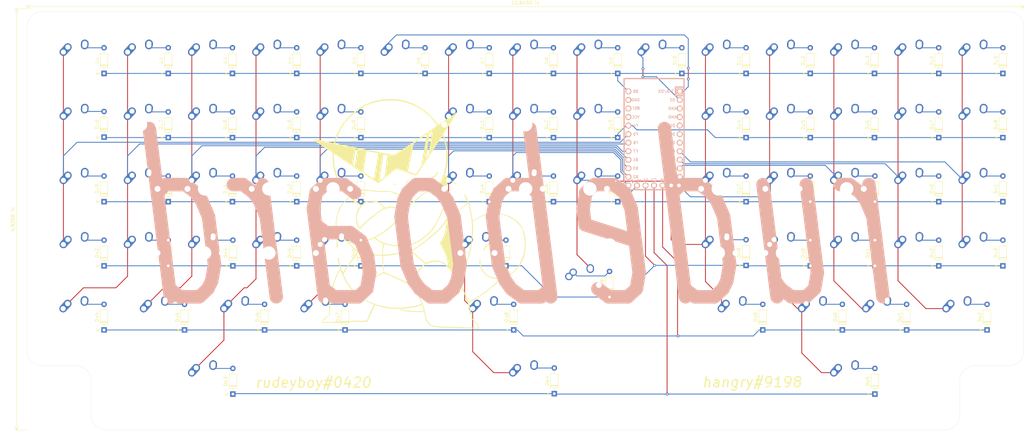
<source format=kicad_pcb>
(kicad_pcb (version 20171130) (host pcbnew "(5.1.2)-2")
  (title_block (title rudeboard) (date 2019-07-08) (rev 1.2))
  (layers (0 F.Cu signal) (31 B.Cu signal) (34 B.Paste user) (35 F.Paste user) (36 B.SilkS user) (37 F.SilkS user) (38 B.Mask user) (39 F.Mask user) (44 Edge.Cuts user))
  (net 0 "")
  (net 1 "Net-(D1-Pad2)")
  (net 2 "Net-(D2-Pad2)")
  (net 3 "Net-(D3-Pad2)")
  (net 4 "Net-(D4-Pad2)")
  (net 5 "Net-(D5-Pad2)")
  (net 6 "Net-(D6-Pad2)")
  (net 7 "Net-(D7-Pad2)")
  (net 8 "Net-(D8-Pad2)")
  (net 9 "Net-(D9-Pad2)")
  (net 10 "Net-(D10-Pad2)")
  (net 11 "Net-(D11-Pad2)")
  (net 12 "Net-(D12-Pad2)")
  (net 13 "Net-(D13-Pad2)")
  (net 14 "Net-(D14-Pad2)")
  (net 15 "Net-(D15-Pad2)")
  (net 16 "Net-(D16-Pad2)")
  (net 17 "Net-(D17-Pad2)")
  (net 18 "Net-(D18-Pad2)")
  (net 19 "Net-(D19-Pad2)")
  (net 20 "Net-(D20-Pad2)")
  (net 21 "Net-(D21-Pad2)")
  (net 22 "Net-(D22-Pad2)")
  (net 23 "Net-(D23-Pad2)")
  (net 24 "Net-(D24-Pad2)")
  (net 25 "Net-(D25-Pad2)")
  (net 26 "Net-(D26-Pad2)")
  (net 27 "Net-(D27-Pad2)")
  (net 28 "Net-(D28-Pad2)")
  (net 29 "Net-(D29-Pad2)")
  (net 30 "Net-(D30-Pad2)")
  (net 31 "Net-(D31-Pad2)")
  (net 32 "Net-(D32-Pad2)")
  (net 33 "Net-(D33-Pad2)")
  (net 34 "Net-(D34-Pad2)")
  (net 35 "Net-(D35-Pad2)")
  (net 36 "Net-(D36-Pad2)")
  (net 37 "Net-(D37-Pad2)")
  (net 38 "Net-(D38-Pad2)")
  (net 39 "Net-(D39-Pad2)")
  (net 40 "Net-(D40-Pad2)")
  (net 41 "Net-(D41-Pad2)")
  (net 42 "Net-(D42-Pad2)")
  (net 43 "Net-(D43-Pad2)")
  (net 44 "Net-(D44-Pad2)")
  (net 45 "Net-(D45-Pad2)")
  (net 46 "Net-(D46-Pad2)")
  (net 47 "Net-(D47-Pad2)")
  (net 48 "Net-(D48-Pad2)")
  (net 49 "Net-(D49-Pad2)")
  (net 50 "Net-(D50-Pad2)")
  (net 51 "Net-(D51-Pad2)")
  (net 52 "Net-(D52-Pad2)")
  (net 53 "Net-(D53-Pad2)")
  (net 54 "Net-(D54-Pad2)")
  (net 55 "Net-(D55-Pad2)")
  (net 56 "Net-(D56-Pad2)")
  (net 57 "Net-(D57-Pad2)")
  (net 58 "Net-(D58-Pad2)")
  (net 59 "Net-(D59-Pad2)")
  (net 60 "Net-(D60-Pad2)")
  (net 61 "Net-(D61-Pad2)")
  (net 62 "Net-(D62-Pad2)")
  (net 63 "Net-(D63-Pad2)")
  (net 64 "Net-(D64-Pad2)")
  (net 65 "Net-(D65-Pad2)")
  (net 66 "Net-(U1-Pad21)")
  (net 67 "Net-(U1-Pad23)")
  (net 68 "Net-(U1-Pad22)")
  (net 69 "Net-(U1-Pad4)")
  (net 70 "Net-(U1-Pad3)")
  (net 71 "Net-(U1-Pad5)")
  (net 72 "Net-(U1-Pad6)")
  (net 73 /row0)
  (net 74 /row1)
  (net 75 /row2)
  (net 76 /row3)
  (net 77 /row4)
  (net 78 /row5)
  (net 79 /col0)
  (net 80 /col1)
  (net 81 /col2)
  (net 82 /col3)
  (net 83 /col4)
  (net 84 /col5)
  (net 85 /col6)
  (net 86 /col7)
  (net 87 /col8)
  (net 88 /col9)
  (net 89 /col10)
  (net 90 /col11)
  (net 91 /col12)
  (net 92 /col13)
  (net 93 /col14)
  (net 94 "Net-(U1-Pad7)")
  (module Button_Switch_Keyboard:SW_Cherry_MX_ISOEnter_PCB (layer F.Cu) (at 235.204 132.207)
    (fp_text reference MX48)
    (fp_text value MX-NoLED)
    (pad "" np_thru_hole circle (at -9.54 -6.82) (size 3.05 3.05) (drill 3.05) (layers *.Cu *.Mask))
    (pad "" np_thru_hole circle (at -9.54 16.98) (size 3.05 3.05) (drill 3.05) (layers *.Cu *.Mask))
    (pad "" np_thru_hole circle (at 5.7 16.98) (size 4 4) (drill 4) (layers *.Cu *.Mask))
    (pad "" np_thru_hole circle (at 5.7 -6.82) (size 4 4) (drill 4) (layers *.Cu *.Mask))
    (pad "" np_thru_hole circle (at 2.54 5.08) (size 1.7 1.7) (drill 1.7) (layers *.Cu *.Mask))
    (pad "" np_thru_hole circle (at -7.62 5.08) (size 1.7 1.7) (drill 1.7) (layers *.Cu *.Mask))
    (pad "" np_thru_hole circle (at -2.54 5.08) (size 4 4) (drill 4) (layers *.Cu *.Mask))
    (pad 2 thru_hole circle (at -6.35 2.54) (size 2.2 2.2) (drill 1.5) (layers *.Cu *.Mask) (net 48 "Net-(D48-Pad2)"))
    (pad 1 thru_hole circle (at 0 0) (size 2.2 2.2) (drill 1.5) (layers *.Cu *.Mask) (net 87 /col8))
    (pad 2 thru_hole circle (at -5.08 1.27) (size 2.2 2.2) (drill 1.5) (layers *.Cu *.Mask) (net 48 "Net-(D48-Pad2)"))
    (pad 1 thru_hole circle (at 0 0.381) (size 2.2 2.2) (drill 1.5) (layers *.Cu *.Mask) (net 87 /col8))
  )
  (module MX_Alps_Hybrid:MX-1.5U-NoLED (layer F.Cu) (at 106.4895 146.812)
    (fp_text reference MX55)
    (fp_text value MX-NoLED)
    (pad 2 thru_hole oval (at 2.5 -4.5 86.0548) (size 2.831378 2.25) (drill 1.47 (offset 0.290689 0)) (layers *.Cu B.Mask) (net 55 "Net-(D55-Pad2)"))
    (pad 2 thru_hole circle (at 2.54 -5.08) (size 2.25 2.25) (drill 1.47) (layers *.Cu B.Mask) (net 55 "Net-(D55-Pad2)"))
    (pad 1 thru_hole oval (at -3.81 -2.54 48.0996) (size 4.211556 2.25) (drill 1.47 (offset 0.980778 0)) (layers *.Cu B.Mask) (net 81 /col2))
    (pad "" np_thru_hole circle (at 0 0) (size 3.9878 3.9878) (drill 3.9878) (layers *.Cu *.Mask))
    (pad 1 thru_hole circle (at -2.5 -4) (size 2.25 2.25) (drill 1.47) (layers *.Cu B.Mask) (net 81 /col2))
    (pad "" np_thru_hole circle (at -5.08 0 48.0996) (size 1.75 1.75) (drill 1.75) (layers *.Cu *.Mask))
    (pad "" np_thru_hole circle (at 5.08 0 48.0996) (size 1.75 1.75) (drill 1.75) (layers *.Cu *.Mask))
  )
  (module Keebio_Parts:Elite-C (layer B.Cu) (at 254.127 93.726 270)
    (fp_text reference U1 hide)
    (fp_text value Elite-C hide)
    (fp_text user B2 (at 11.43 5.461) (layer B.SilkS) (effects (font (size 0.8 0.8)) (justify mirror)))
    (fp_text user F7 (at 3.81 5.461) (layer B.SilkS) (effects (font (size 0.8 0.8)) (justify mirror)))
    (fp_text user F6 (at 1.27 5.461) (layer B.SilkS) (effects (font (size 0.8 0.8)) (justify mirror)))
    (fp_text user F5 (at -1.27 5.461) (layer B.SilkS) (effects (font (size 0.8 0.8)) (justify mirror)))
    (fp_text user B0 (at -13.97 5.461) (layer B.SilkS) (effects (font (size 0.8 0.8)) (justify mirror)))
    (fp_text user GND (at -11.43 5.461) (layer B.SilkS) (effects (font (size 0.8 0.8)) (justify mirror)))
    (fp_text user ST (at -8.92 5.73312) (layer B.SilkS) (effects (font (size 0.8 0.8)) (justify mirror)))
    (fp_text user VCC (at -6.35 5.461) (layer B.SilkS) (effects (font (size 0.8 0.8)) (justify mirror)))
    (fp_text user F4 (at -3.81 5.461) (layer B.SilkS) (effects (font (size 0.8 0.8)) (justify mirror)))
    (fp_text user B1 (at 6.35 5.461) (layer B.SilkS) (effects (font (size 0.8 0.8)) (justify mirror)))
    (fp_text user B3 (at 8.89 5.461) (layer B.SilkS) (effects (font (size 0.8 0.8)) (justify mirror)))
    (fp_text user B5 (at 12.7 -6.4 225) (layer B.SilkS) (effects (font (size 0.7 0.7)) (justify mirror)))
    (fp_text user B4 (at 11.43 -5.461) (layer B.SilkS) (effects (font (size 0.8 0.8)) (justify mirror)))
    (fp_text user E6 (at 8.89 -5.461) (layer B.SilkS) (effects (font (size 0.8 0.8)) (justify mirror)))
    (fp_text user D7 (at 6.35 -5.461) (layer B.SilkS) (effects (font (size 0.8 0.8)) (justify mirror)))
    (fp_text user C6 (at 3.81 -5.461) (layer B.SilkS) (effects (font (size 0.8 0.8)) (justify mirror)))
    (fp_text user D4 (at 1.27 -5.461) (layer B.SilkS) (effects (font (size 0.8 0.8)) (justify mirror)))
    (fp_text user GND (at -8.89 -5.461) (layer B.SilkS) (effects (font (size 0.8 0.8)) (justify mirror)))
    (fp_text user GND (at -6.35 -5.461) (layer B.SilkS) (effects (font (size 0.8 0.8)) (justify mirror)))
    (fp_text user D1 (at -3.81 -5.461) (layer B.SilkS) (effects (font (size 0.8 0.8)) (justify mirror)))
    (fp_text user D0 (at -1.27 -5.461) (layer B.SilkS) (effects (font (size 0.8 0.8)) (justify mirror)))
    (fp_text user D2 (at -11.43 -5.461) (layer B.SilkS) (effects (font (size 0.8 0.8)) (justify mirror)))
    (fp_text user TX0/D3 (at -13.97 -3.571872) (layer B.SilkS) (effects (font (size 0.8 0.8)) (justify mirror)))
    (fp_text user B7 (at 12.6 -4.5) (layer B.SilkS) (effects (font (size 0.7 0.7)) (justify mirror)))
    (fp_text user F0 (at 12.6 4.5) (layer B.SilkS) (effects (font (size 0.7 0.7)) (justify mirror)))
    (fp_text user B6 (at 12.7 6.4 135 unlocked) (layer B.SilkS) (effects (font (size 0.7 0.7)) (justify mirror)))
    (fp_text user C7 (at 12.4 0) (layer B.SilkS) (effects (font (size 0.8 0.8)) (justify mirror)))
    (fp_text user F1 (at 12.4 2.54) (layer B.SilkS) (effects (font (size 0.8 0.8)) (justify mirror)))
    (fp_text user D5 (at 12.4 -2.54) (layer B.SilkS) (effects (font (size 0.8 0.8)) (justify mirror)))
    (pad 1 thru_hole rect (at -13.97 -7.62 270) (size 1.7526 1.7526) (drill 1.0922) (layers *.Cu *.SilkS *.Mask) (net 84 /col5))
    (pad 2 thru_hole circle (at -11.43 -7.62 270) (size 1.7526 1.7526) (drill 1.0922) (layers *.Cu *.SilkS *.Mask) (net 88 /col9))
    (pad 3 thru_hole circle (at -8.89 -7.62 270) (size 1.7526 1.7526) (drill 1.0922) (layers *.Cu *.SilkS *.Mask) (net 70 "Net-(U1-Pad3)"))
    (pad 4 thru_hole circle (at -6.35 -7.62 270) (size 1.7526 1.7526) (drill 1.0922) (layers *.Cu *.SilkS *.Mask) (net 69 "Net-(U1-Pad4)"))
    (pad 5 thru_hole circle (at -3.81 -7.62 270) (size 1.7526 1.7526) (drill 1.0922) (layers *.Cu *.SilkS *.Mask) (net 71 "Net-(U1-Pad5)"))
    (pad 6 thru_hole circle (at -1.27 -7.62 270) (size 1.7526 1.7526) (drill 1.0922) (layers *.Cu *.SilkS *.Mask) (net 72 "Net-(U1-Pad6)"))
    (pad 7 thru_hole circle (at 1.27 -7.62 270) (size 1.7526 1.7526) (drill 1.0922) (layers *.Cu *.SilkS *.Mask) (net 94 "Net-(U1-Pad7)"))
    (pad 8 thru_hole circle (at 3.81 -7.62 270) (size 1.7526 1.7526) (drill 1.0922) (layers *.Cu *.SilkS *.Mask) (net 93 /col14))
    (pad 9 thru_hole circle (at 6.35 -7.62 270) (size 1.7526 1.7526) (drill 1.0922) (layers *.Cu *.SilkS *.Mask) (net 92 /col13))
    (pad 10 thru_hole circle (at 8.89 -7.62 270) (size 1.7526 1.7526) (drill 1.0922) (layers *.Cu *.SilkS *.Mask) (net 91 /col12))
    (pad 11 thru_hole circle (at 11.43 -7.62 270) (size 1.7526 1.7526) (drill 1.0922) (layers *.Cu *.SilkS *.Mask) (net 87 /col8))
    (pad 13 thru_hole circle (at 13.97 7.62 270) (size 1.7526 1.7526) (drill 1.0922) (layers *.Cu *.SilkS *.Mask) (net 86 /col7))
    (pad 14 thru_hole circle (at 11.43 7.62 270) (size 1.7526 1.7526) (drill 1.0922) (layers *.Cu *.SilkS *.Mask) (net 85 /col6))
    (pad 15 thru_hole circle (at 8.89 7.62 270) (size 1.7526 1.7526) (drill 1.0922) (layers *.Cu *.SilkS *.Mask) (net 83 /col4))
    (pad 16 thru_hole circle (at 6.35 7.62 270) (size 1.7526 1.7526) (drill 1.0922) (layers *.Cu *.SilkS *.Mask) (net 82 /col3))
    (pad 17 thru_hole circle (at 3.81 7.62 270) (size 1.7526 1.7526) (drill 1.0922) (layers *.Cu *.SilkS *.Mask) (net 81 /col2))
    (pad 18 thru_hole circle (at 1.27 7.62 270) (size 1.7526 1.7526) (drill 1.0922) (layers *.Cu *.SilkS *.Mask) (net 80 /col1))
    (pad 19 thru_hole circle (at -1.27 7.62 270) (size 1.7526 1.7526) (drill 1.0922) (layers *.Cu *.SilkS *.Mask) (net 79 /col0))
    (pad 20 thru_hole circle (at -3.81 7.62 270) (size 1.7526 1.7526) (drill 1.0922) (layers *.Cu *.SilkS *.Mask) (net 74 /row1))
    (pad 21 thru_hole circle (at -6.35 7.62 270) (size 1.7526 1.7526) (drill 1.0922) (layers *.Cu *.SilkS *.Mask) (net 66 "Net-(U1-Pad21)"))
    (pad 22 thru_hole circle (at -8.89 7.62 270) (size 1.7526 1.7526) (drill 1.0922) (layers *.Cu *.SilkS *.Mask) (net 68 "Net-(U1-Pad22)"))
    (pad 23 thru_hole circle (at -11.43 7.62 270) (size 1.7526 1.7526) (drill 1.0922) (layers *.Cu *.SilkS *.Mask) (net 67 "Net-(U1-Pad23)"))
    (pad 12 thru_hole circle (at 13.97 -7.3914 270) (size 1.7526 1.7526) (drill 1.0922) (layers *.Cu *.SilkS *.Mask) (net 90 /col11))
    (pad 24 thru_hole circle (at -13.97 7.62 270) (size 1.7526 1.7526) (drill 1.0922) (layers *.Cu *.SilkS *.Mask) (net 73 /row0))
    (pad 29 thru_hole circle (at 13.97 5.08 270) (size 1.7526 1.7526) (drill 1.0922) (layers *.Cu *.SilkS *.Mask) (net 75 /row2))
    (pad 28 thru_hole circle (at 13.97 2.54 270) (size 1.7526 1.7526) (drill 1.0922) (layers *.Cu *.SilkS *.Mask) (net 76 /row3))
    (pad 27 thru_hole circle (at 13.97 0 270) (size 1.7526 1.7526) (drill 1.0922) (layers *.Cu *.SilkS *.Mask) (net 78 /row5))
    (pad 26 thru_hole circle (at 13.97 -2.54 270) (size 1.7526 1.7526) (drill 1.0922) (layers *.Cu *.SilkS *.Mask) (net 77 /row4))
    (pad 25 thru_hole circle (at 13.97 -5.08 270) (size 1.7526 1.7526) (drill 1.0922) (layers *.Cu *.SilkS *.Mask) (net 89 /col10))
  )
  (module MX_Alps_Hybrid:MX-1U-NoLED (layer F.Cu) (at 101.727 127.762)
    (fp_text reference MX43)
    (fp_text value MX-NoLED)
    (pad 2 thru_hole oval (at 2.5 -4.5 86.0548) (size 2.831378 2.25) (drill 1.47 (offset 0.290689 0)) (layers *.Cu B.Mask) (net 43 "Net-(D43-Pad2)"))
    (pad 2 thru_hole circle (at 2.54 -5.08) (size 2.25 2.25) (drill 1.47) (layers *.Cu B.Mask) (net 43 "Net-(D43-Pad2)"))
    (pad 1 thru_hole oval (at -3.81 -2.54 48.0996) (size 4.211556 2.25) (drill 1.47 (offset 0.980778 0)) (layers *.Cu B.Mask) (net 80 /col1))
    (pad "" np_thru_hole circle (at 0 0) (size 3.9878 3.9878) (drill 3.9878) (layers *.Cu *.Mask))
    (pad 1 thru_hole circle (at -2.5 -4) (size 2.25 2.25) (drill 1.47) (layers *.Cu B.Mask) (net 80 /col1))
    (pad "" np_thru_hole circle (at -5.08 0 48.0996) (size 1.75 1.75) (drill 1.75) (layers *.Cu *.Mask))
    (pad "" np_thru_hole circle (at 5.08 0 48.0996) (size 1.75 1.75) (drill 1.75) (layers *.Cu *.Mask))
  )
  (module MX_Alps_Hybrid:MX-3U-NoLED (layer F.Cu) (at 311.277 165.862)
    (fp_text reference MX65)
    (fp_text value MX-NoLED)
    (pad 2 thru_hole oval (at 2.5 -4.5 86.0548) (size 2.831378 2.25) (drill 1.47 (offset 0.290689 0)) (layers *.Cu B.Mask) (net 65 "Net-(D65-Pad2)"))
    (pad 2 thru_hole circle (at 2.54 -5.08) (size 2.25 2.25) (drill 1.47) (layers *.Cu B.Mask) (net 65 "Net-(D65-Pad2)"))
    (pad 1 thru_hole oval (at -3.81 -2.54 48.0996) (size 4.211556 2.25) (drill 1.47 (offset 0.980778 0)) (layers *.Cu B.Mask) (net 90 /col11))
    (pad "" np_thru_hole circle (at 0 0) (size 3.9878 3.9878) (drill 3.9878) (layers *.Cu *.Mask))
    (pad 1 thru_hole circle (at -2.5 -4) (size 2.25 2.25) (drill 1.47) (layers *.Cu B.Mask) (net 90 /col11))
    (pad "" np_thru_hole circle (at -5.08 0 48.0996) (size 1.75 1.75) (drill 1.75) (layers *.Cu *.Mask))
    (pad "" np_thru_hole circle (at 5.08 0 48.0996) (size 1.75 1.75) (drill 1.75) (layers *.Cu *.Mask))
    (pad "" np_thru_hole circle (at -19.05 -6.985) (size 3.048 3.048) (drill 3.048) (layers *.Cu *.Mask))
    (pad "" np_thru_hole circle (at 19.05 -6.985) (size 3.048 3.048) (drill 3.048) (layers *.Cu *.Mask))
    (pad "" np_thru_hole circle (at -19.05 8.255) (size 3.9878 3.9878) (drill 3.9878) (layers *.Cu *.Mask))
    (pad "" np_thru_hole circle (at 19.05 8.255) (size 3.9878 3.9878) (drill 3.9878) (layers *.Cu *.Mask))
  )
  (module MX_Alps_Hybrid:MX-3U-NoLED (layer F.Cu) (at 216.027 165.862)
    (fp_text reference MX64)
    (fp_text value MX-NoLED)
    (pad 2 thru_hole oval (at 2.5 -4.5 86.0548) (size 2.831378 2.25) (drill 1.47 (offset 0.290689 0)) (layers *.Cu B.Mask) (net 64 "Net-(D64-Pad2)"))
    (pad 2 thru_hole circle (at 2.54 -5.08) (size 2.25 2.25) (drill 1.47) (layers *.Cu B.Mask) (net 64 "Net-(D64-Pad2)"))
    (pad 1 thru_hole oval (at -3.81 -2.54 48.0996) (size 4.211556 2.25) (drill 1.47 (offset 0.980778 0)) (layers *.Cu B.Mask) (net 85 /col6))
    (pad "" np_thru_hole circle (at 0 0) (size 3.9878 3.9878) (drill 3.9878) (layers *.Cu *.Mask))
    (pad 1 thru_hole circle (at -2.5 -4) (size 2.25 2.25) (drill 1.47) (layers *.Cu B.Mask) (net 85 /col6))
    (pad "" np_thru_hole circle (at -5.08 0 48.0996) (size 1.75 1.75) (drill 1.75) (layers *.Cu *.Mask))
    (pad "" np_thru_hole circle (at 5.08 0 48.0996) (size 1.75 1.75) (drill 1.75) (layers *.Cu *.Mask))
    (pad "" np_thru_hole circle (at -19.05 -6.985) (size 3.048 3.048) (drill 3.048) (layers *.Cu *.Mask))
    (pad "" np_thru_hole circle (at 19.05 -6.985) (size 3.048 3.048) (drill 3.048) (layers *.Cu *.Mask))
    (pad "" np_thru_hole circle (at -19.05 8.255) (size 3.9878 3.9878) (drill 3.9878) (layers *.Cu *.Mask))
    (pad "" np_thru_hole circle (at 19.05 8.255) (size 3.9878 3.9878) (drill 3.9878) (layers *.Cu *.Mask))
  )
  (module MX_Alps_Hybrid:MX-3U-NoLED (layer F.Cu) (at 120.777 165.862)
    (fp_text reference MX63)
    (fp_text value MX-NoLED)
    (pad 2 thru_hole oval (at 2.5 -4.5 86.0548) (size 2.831378 2.25) (drill 1.47 (offset 0.290689 0)) (layers *.Cu B.Mask) (net 63 "Net-(D63-Pad2)"))
    (pad 2 thru_hole circle (at 2.54 -5.08) (size 2.25 2.25) (drill 1.47) (layers *.Cu B.Mask) (net 63 "Net-(D63-Pad2)"))
    (pad 1 thru_hole oval (at -3.81 -2.54 48.0996) (size 4.211556 2.25) (drill 1.47 (offset 0.980778 0)) (layers *.Cu B.Mask) (net 82 /col3))
    (pad "" np_thru_hole circle (at 0 0) (size 3.9878 3.9878) (drill 3.9878) (layers *.Cu *.Mask))
    (pad 1 thru_hole circle (at -2.5 -4) (size 2.25 2.25) (drill 1.47) (layers *.Cu B.Mask) (net 82 /col3))
    (pad "" np_thru_hole circle (at -5.08 0 48.0996) (size 1.75 1.75) (drill 1.75) (layers *.Cu *.Mask))
    (pad "" np_thru_hole circle (at 5.08 0 48.0996) (size 1.75 1.75) (drill 1.75) (layers *.Cu *.Mask))
    (pad "" np_thru_hole circle (at -19.05 -6.985) (size 3.048 3.048) (drill 3.048) (layers *.Cu *.Mask))
    (pad "" np_thru_hole circle (at 19.05 -6.985) (size 3.048 3.048) (drill 3.048) (layers *.Cu *.Mask))
    (pad "" np_thru_hole circle (at -19.05 8.255) (size 3.9878 3.9878) (drill 3.9878) (layers *.Cu *.Mask))
    (pad "" np_thru_hole circle (at 19.05 8.255) (size 3.9878 3.9878) (drill 3.9878) (layers *.Cu *.Mask))
  )
  (module MX_Alps_Hybrid:MX-1.5U-NoLED (layer F.Cu) (at 344.6145 146.812)
    (fp_text reference MX62)
    (fp_text value MX-NoLED)
    (pad 2 thru_hole oval (at 2.5 -4.5 86.0548) (size 2.831378 2.25) (drill 1.47 (offset 0.290689 0)) (layers *.Cu B.Mask) (net 62 "Net-(D62-Pad2)"))
    (pad 2 thru_hole circle (at 2.54 -5.08) (size 2.25 2.25) (drill 1.47) (layers *.Cu B.Mask) (net 62 "Net-(D62-Pad2)"))
    (pad 1 thru_hole oval (at -3.81 -2.54 48.0996) (size 4.211556 2.25) (drill 1.47 (offset 0.980778 0)) (layers *.Cu B.Mask) (net 92 /col13))
    (pad "" np_thru_hole circle (at 0 0) (size 3.9878 3.9878) (drill 3.9878) (layers *.Cu *.Mask))
    (pad 1 thru_hole circle (at -2.5 -4) (size 2.25 2.25) (drill 1.47) (layers *.Cu B.Mask) (net 92 /col13))
    (pad "" np_thru_hole circle (at -5.08 0 48.0996) (size 1.75 1.75) (drill 1.75) (layers *.Cu *.Mask))
    (pad "" np_thru_hole circle (at 5.08 0 48.0996) (size 1.75 1.75) (drill 1.75) (layers *.Cu *.Mask))
  )
  (module MX_Alps_Hybrid:MX-1.5U-NoLED (layer F.Cu) (at 277.9395 146.812)
    (fp_text reference MX59)
    (fp_text value MX-NoLED)
    (pad 2 thru_hole oval (at 2.5 -4.5 86.0548) (size 2.831378 2.25) (drill 1.47 (offset 0.290689 0)) (layers *.Cu B.Mask) (net 59 "Net-(D59-Pad2)"))
    (pad 2 thru_hole circle (at 2.54 -5.08) (size 2.25 2.25) (drill 1.47) (layers *.Cu B.Mask) (net 59 "Net-(D59-Pad2)"))
    (pad 1 thru_hole oval (at -3.81 -2.54 48.0996) (size 4.211556 2.25) (drill 1.47 (offset 0.980778 0)) (layers *.Cu B.Mask) (net 89 /col10))
    (pad "" np_thru_hole circle (at 0 0) (size 3.9878 3.9878) (drill 3.9878) (layers *.Cu *.Mask))
    (pad 1 thru_hole circle (at -2.5 -4) (size 2.25 2.25) (drill 1.47) (layers *.Cu B.Mask) (net 89 /col10))
    (pad "" np_thru_hole circle (at -5.08 0 48.0996) (size 1.75 1.75) (drill 1.75) (layers *.Cu *.Mask))
    (pad "" np_thru_hole circle (at 5.08 0 48.0996) (size 1.75 1.75) (drill 1.75) (layers *.Cu *.Mask))
  )
  (module MX_Alps_Hybrid:MX-1.75U-NoLED (layer F.Cu) (at 204.12075 146.812)
    (fp_text reference MX58)
    (fp_text value MX-NoLED)
    (pad 2 thru_hole oval (at 2.5 -4.5 86.0548) (size 2.831378 2.25) (drill 1.47 (offset 0.290689 0)) (layers *.Cu B.Mask) (net 58 "Net-(D58-Pad2)"))
    (pad 2 thru_hole circle (at 2.54 -5.08) (size 2.25 2.25) (drill 1.47) (layers *.Cu B.Mask) (net 58 "Net-(D58-Pad2)"))
    (pad 1 thru_hole oval (at -3.81 -2.54 48.0996) (size 4.211556 2.25) (drill 1.47 (offset 0.980778 0)) (layers *.Cu B.Mask) (net 85 /col6))
    (pad "" np_thru_hole circle (at 0 0) (size 3.9878 3.9878) (drill 3.9878) (layers *.Cu *.Mask))
    (pad 1 thru_hole circle (at -2.5 -4) (size 2.25 2.25) (drill 1.47) (layers *.Cu B.Mask) (net 85 /col6))
    (pad "" np_thru_hole circle (at -5.08 0 48.0996) (size 1.75 1.75) (drill 1.75) (layers *.Cu *.Mask))
    (pad "" np_thru_hole circle (at 5.08 0 48.0996) (size 1.75 1.75) (drill 1.75) (layers *.Cu *.Mask))
  )
  (module MX_Alps_Hybrid:MX-1.5U-NoLED (layer F.Cu) (at 154.1145 146.812)
    (fp_text reference MX57)
    (fp_text value MX-NoLED)
    (pad 2 thru_hole oval (at 2.5 -4.5 86.0548) (size 2.831378 2.25) (drill 1.47 (offset 0.290689 0)) (layers *.Cu B.Mask) (net 57 "Net-(D57-Pad2)"))
    (pad 2 thru_hole circle (at 2.54 -5.08) (size 2.25 2.25) (drill 1.47) (layers *.Cu B.Mask) (net 57 "Net-(D57-Pad2)"))
    (pad 1 thru_hole oval (at -3.81 -2.54 48.0996) (size 4.211556 2.25) (drill 1.47 (offset 0.980778 0)) (layers *.Cu B.Mask) (net 83 /col4))
    (pad "" np_thru_hole circle (at 0 0) (size 3.9878 3.9878) (drill 3.9878) (layers *.Cu *.Mask))
    (pad 1 thru_hole circle (at -2.5 -4) (size 2.25 2.25) (drill 1.47) (layers *.Cu B.Mask) (net 83 /col4))
    (pad "" np_thru_hole circle (at -5.08 0 48.0996) (size 1.75 1.75) (drill 1.75) (layers *.Cu *.Mask))
    (pad "" np_thru_hole circle (at 5.08 0 48.0996) (size 1.75 1.75) (drill 1.75) (layers *.Cu *.Mask))
  )
  (module MX_Alps_Hybrid:MX-1.5U-NoLED (layer F.Cu) (at 201.7395 127.762)
    (fp_text reference MX47)
    (fp_text value MX-NoLED)
    (pad 2 thru_hole oval (at 2.5 -4.5 86.0548) (size 2.831378 2.25) (drill 1.47 (offset 0.290689 0)) (layers *.Cu B.Mask) (net 47 "Net-(D47-Pad2)"))
    (pad 2 thru_hole circle (at 2.54 -5.08) (size 2.25 2.25) (drill 1.47) (layers *.Cu B.Mask) (net 47 "Net-(D47-Pad2)"))
    (pad 1 thru_hole oval (at -3.81 -2.54 48.0996) (size 4.211556 2.25) (drill 1.47 (offset 0.980778 0)) (layers *.Cu B.Mask) (net 85 /col6))
    (pad "" np_thru_hole circle (at 0 0) (size 3.9878 3.9878) (drill 3.9878) (layers *.Cu *.Mask))
    (pad 1 thru_hole circle (at -2.5 -4) (size 2.25 2.25) (drill 1.47) (layers *.Cu B.Mask) (net 85 /col6))
    (pad "" np_thru_hole circle (at -5.08 0 48.0996) (size 1.75 1.75) (drill 1.75) (layers *.Cu *.Mask))
    (pad "" np_thru_hole circle (at 5.08 0 48.0996) (size 1.75 1.75) (drill 1.75) (layers *.Cu *.Mask))
  )
  (module Keebio_Parts:SquirtleSquadLeader (layer F.Cu) (at 184.785 116.205)
    (fp_text reference G*** hide)
    (fp_text value LOGO hide)
  )
  (module MX_Alps_Hybrid:MX-1U-NoLED (layer F.Cu) (at 320.802 146.812)
    (fp_text reference MX61)
    (fp_text value MX-NoLED)
    (pad 2 thru_hole oval (at 2.5 -4.5 86.0548) (size 2.831378 2.25) (drill 1.47 (offset 0.290689 0)) (layers *.Cu B.Mask) (net 61 "Net-(D61-Pad2)"))
    (pad 2 thru_hole circle (at 2.54 -5.08) (size 2.25 2.25) (drill 1.47) (layers *.Cu B.Mask) (net 61 "Net-(D61-Pad2)"))
    (pad 1 thru_hole oval (at -3.81 -2.54 48.0996) (size 4.211556 2.25) (drill 1.47 (offset 0.980778 0)) (layers *.Cu B.Mask) (net 91 /col12))
    (pad "" np_thru_hole circle (at 0 0) (size 3.9878 3.9878) (drill 3.9878) (layers *.Cu *.Mask))
    (pad 1 thru_hole circle (at -2.5 -4) (size 2.25 2.25) (drill 1.47) (layers *.Cu B.Mask) (net 91 /col12))
    (pad "" np_thru_hole circle (at -5.08 0 48.0996) (size 1.75 1.75) (drill 1.75) (layers *.Cu *.Mask))
    (pad "" np_thru_hole circle (at 5.08 0 48.0996) (size 1.75 1.75) (drill 1.75) (layers *.Cu *.Mask))
  )
  (module MX_Alps_Hybrid:MX-1U-NoLED (layer F.Cu) (at 82.6135 146.812)
    (fp_text reference MX54)
    (fp_text value MX-NoLED)
    (pad 2 thru_hole oval (at 2.5 -4.5 86.0548) (size 2.831378 2.25) (drill 1.47 (offset 0.290689 0)) (layers *.Cu B.Mask) (net 54 "Net-(D54-Pad2)"))
    (pad 2 thru_hole circle (at 2.54 -5.08) (size 2.25 2.25) (drill 1.47) (layers *.Cu B.Mask) (net 54 "Net-(D54-Pad2)"))
    (pad 1 thru_hole oval (at -3.81 -2.54 48.0996) (size 4.211556 2.25) (drill 1.47 (offset 0.980778 0)) (layers *.Cu B.Mask) (net 80 /col1))
    (pad "" np_thru_hole circle (at 0 0) (size 3.9878 3.9878) (drill 3.9878) (layers *.Cu *.Mask))
    (pad 1 thru_hole circle (at -2.5 -4) (size 2.25 2.25) (drill 1.47) (layers *.Cu B.Mask) (net 80 /col1))
    (pad "" np_thru_hole circle (at -5.08 0 48.0996) (size 1.75 1.75) (drill 1.75) (layers *.Cu *.Mask))
    (pad "" np_thru_hole circle (at 5.08 0 48.0996) (size 1.75 1.75) (drill 1.75) (layers *.Cu *.Mask))
  )
  (module MX_Alps_Hybrid:MX-1U-NoLED (layer F.Cu) (at 216.027 70.612)
    (fp_text reference MX8)
    (fp_text value MX-NoLED)
    (pad 2 thru_hole oval (at 2.5 -4.5 86.0548) (size 2.831378 2.25) (drill 1.47 (offset 0.290689 0)) (layers *.Cu B.Mask) (net 8 "Net-(D8-Pad2)"))
    (pad 2 thru_hole circle (at 2.54 -5.08) (size 2.25 2.25) (drill 1.47) (layers *.Cu B.Mask) (net 8 "Net-(D8-Pad2)"))
    (pad 1 thru_hole oval (at -3.81 -2.54 48.0996) (size 4.211556 2.25) (drill 1.47 (offset 0.980778 0)) (layers *.Cu B.Mask) (net 86 /col7))
    (pad "" np_thru_hole circle (at 0 0) (size 3.9878 3.9878) (drill 3.9878) (layers *.Cu *.Mask))
    (pad 1 thru_hole circle (at -2.5 -4) (size 2.25 2.25) (drill 1.47) (layers *.Cu B.Mask) (net 86 /col7))
    (pad "" np_thru_hole circle (at -5.08 0 48.0996) (size 1.75 1.75) (drill 1.75) (layers *.Cu *.Mask))
    (pad "" np_thru_hole circle (at 5.08 0 48.0996) (size 1.75 1.75) (drill 1.75) (layers *.Cu *.Mask))
  )
  (module MX_Alps_Hybrid:MX-1U-NoLED (layer F.Cu) (at 301.752 146.812)
    (fp_text reference MX60)
    (fp_text value MX-NoLED)
    (pad 2 thru_hole oval (at 2.5 -4.5 86.0548) (size 2.831378 2.25) (drill 1.47 (offset 0.290689 0)) (layers *.Cu B.Mask) (net 60 "Net-(D60-Pad2)"))
    (pad 2 thru_hole circle (at 2.54 -5.08) (size 2.25 2.25) (drill 1.47) (layers *.Cu B.Mask) (net 60 "Net-(D60-Pad2)"))
    (pad 1 thru_hole oval (at -3.81 -2.54 48.0996) (size 4.211556 2.25) (drill 1.47 (offset 0.980778 0)) (layers *.Cu B.Mask) (net 90 /col11))
    (pad "" np_thru_hole circle (at 0 0) (size 3.9878 3.9878) (drill 3.9878) (layers *.Cu *.Mask))
    (pad 1 thru_hole circle (at -2.5 -4) (size 2.25 2.25) (drill 1.47) (layers *.Cu B.Mask) (net 90 /col11))
    (pad "" np_thru_hole circle (at -5.08 0 48.0996) (size 1.75 1.75) (drill 1.75) (layers *.Cu *.Mask))
    (pad "" np_thru_hole circle (at 5.08 0 48.0996) (size 1.75 1.75) (drill 1.75) (layers *.Cu *.Mask))
  )
  (module MX_Alps_Hybrid:MX-1U-NoLED (layer F.Cu) (at 130.302 146.812)
    (fp_text reference MX56)
    (fp_text value MX-NoLED)
    (pad 2 thru_hole oval (at 2.5 -4.5 86.0548) (size 2.831378 2.25) (drill 1.47 (offset 0.290689 0)) (layers *.Cu B.Mask) (net 56 "Net-(D56-Pad2)"))
    (pad 2 thru_hole circle (at 2.54 -5.08) (size 2.25 2.25) (drill 1.47) (layers *.Cu B.Mask) (net 56 "Net-(D56-Pad2)"))
    (pad 1 thru_hole oval (at -3.81 -2.54 48.0996) (size 4.211556 2.25) (drill 1.47 (offset 0.980778 0)) (layers *.Cu B.Mask) (net 82 /col3))
    (pad "" np_thru_hole circle (at 0 0) (size 3.9878 3.9878) (drill 3.9878) (layers *.Cu *.Mask))
    (pad 1 thru_hole circle (at -2.5 -4) (size 2.25 2.25) (drill 1.47) (layers *.Cu B.Mask) (net 82 /col3))
    (pad "" np_thru_hole circle (at -5.08 0 48.0996) (size 1.75 1.75) (drill 1.75) (layers *.Cu *.Mask))
    (pad "" np_thru_hole circle (at 5.08 0 48.0996) (size 1.75 1.75) (drill 1.75) (layers *.Cu *.Mask))
  )
  (module MX_Alps_Hybrid:MX-1U-NoLED (layer F.Cu) (at 349.377 127.762)
    (fp_text reference MX53)
    (fp_text value MX-NoLED)
    (pad 2 thru_hole oval (at 2.5 -4.5 86.0548) (size 2.831378 2.25) (drill 1.47 (offset 0.290689 0)) (layers *.Cu B.Mask) (net 53 "Net-(D53-Pad2)"))
    (pad 2 thru_hole circle (at 2.54 -5.08) (size 2.25 2.25) (drill 1.47) (layers *.Cu B.Mask) (net 53 "Net-(D53-Pad2)"))
    (pad 1 thru_hole oval (at -3.81 -2.54 48.0996) (size 4.211556 2.25) (drill 1.47 (offset 0.980778 0)) (layers *.Cu B.Mask) (net 93 /col14))
    (pad "" np_thru_hole circle (at 0 0) (size 3.9878 3.9878) (drill 3.9878) (layers *.Cu *.Mask))
    (pad 1 thru_hole circle (at -2.5 -4) (size 2.25 2.25) (drill 1.47) (layers *.Cu B.Mask) (net 93 /col14))
    (pad "" np_thru_hole circle (at -5.08 0 48.0996) (size 1.75 1.75) (drill 1.75) (layers *.Cu *.Mask))
    (pad "" np_thru_hole circle (at 5.08 0 48.0996) (size 1.75 1.75) (drill 1.75) (layers *.Cu *.Mask))
  )
  (module MX_Alps_Hybrid:MX-1U-NoLED (layer F.Cu) (at 330.327 127.762)
    (fp_text reference MX52)
    (fp_text value MX-NoLED)
    (pad 2 thru_hole oval (at 2.5 -4.5 86.0548) (size 2.831378 2.25) (drill 1.47 (offset 0.290689 0)) (layers *.Cu B.Mask) (net 52 "Net-(D52-Pad2)"))
    (pad 2 thru_hole circle (at 2.54 -5.08) (size 2.25 2.25) (drill 1.47) (layers *.Cu B.Mask) (net 52 "Net-(D52-Pad2)"))
    (pad 1 thru_hole oval (at -3.81 -2.54 48.0996) (size 4.211556 2.25) (drill 1.47 (offset 0.980778 0)) (layers *.Cu B.Mask) (net 92 /col13))
    (pad "" np_thru_hole circle (at 0 0) (size 3.9878 3.9878) (drill 3.9878) (layers *.Cu *.Mask))
    (pad 1 thru_hole circle (at -2.5 -4) (size 2.25 2.25) (drill 1.47) (layers *.Cu B.Mask) (net 92 /col13))
    (pad "" np_thru_hole circle (at -5.08 0 48.0996) (size 1.75 1.75) (drill 1.75) (layers *.Cu *.Mask))
    (pad "" np_thru_hole circle (at 5.08 0 48.0996) (size 1.75 1.75) (drill 1.75) (layers *.Cu *.Mask))
  )
  (module MX_Alps_Hybrid:MX-1U-NoLED (layer F.Cu) (at 311.277 127.762)
    (fp_text reference MX51)
    (fp_text value MX-NoLED)
    (pad 2 thru_hole oval (at 2.5 -4.5 86.0548) (size 2.831378 2.25) (drill 1.47 (offset 0.290689 0)) (layers *.Cu B.Mask) (net 51 "Net-(D51-Pad2)"))
    (pad 2 thru_hole circle (at 2.54 -5.08) (size 2.25 2.25) (drill 1.47) (layers *.Cu B.Mask) (net 51 "Net-(D51-Pad2)"))
    (pad 1 thru_hole oval (at -3.81 -2.54 48.0996) (size 4.211556 2.25) (drill 1.47 (offset 0.980778 0)) (layers *.Cu B.Mask) (net 91 /col12))
    (pad "" np_thru_hole circle (at 0 0) (size 3.9878 3.9878) (drill 3.9878) (layers *.Cu *.Mask))
    (pad 1 thru_hole circle (at -2.5 -4) (size 2.25 2.25) (drill 1.47) (layers *.Cu B.Mask) (net 91 /col12))
    (pad "" np_thru_hole circle (at -5.08 0 48.0996) (size 1.75 1.75) (drill 1.75) (layers *.Cu *.Mask))
    (pad "" np_thru_hole circle (at 5.08 0 48.0996) (size 1.75 1.75) (drill 1.75) (layers *.Cu *.Mask))
  )
  (module MX_Alps_Hybrid:MX-1U-NoLED (layer F.Cu) (at 292.227 127.762)
    (fp_text reference MX50)
    (fp_text value MX-NoLED)
    (pad 2 thru_hole oval (at 2.5 -4.5 86.0548) (size 2.831378 2.25) (drill 1.47 (offset 0.290689 0)) (layers *.Cu B.Mask) (net 50 "Net-(D50-Pad2)"))
    (pad 2 thru_hole circle (at 2.54 -5.08) (size 2.25 2.25) (drill 1.47) (layers *.Cu B.Mask) (net 50 "Net-(D50-Pad2)"))
    (pad 1 thru_hole oval (at -3.81 -2.54 48.0996) (size 4.211556 2.25) (drill 1.47 (offset 0.980778 0)) (layers *.Cu B.Mask) (net 90 /col11))
    (pad "" np_thru_hole circle (at 0 0) (size 3.9878 3.9878) (drill 3.9878) (layers *.Cu *.Mask))
    (pad 1 thru_hole circle (at -2.5 -4) (size 2.25 2.25) (drill 1.47) (layers *.Cu B.Mask) (net 90 /col11))
    (pad "" np_thru_hole circle (at -5.08 0 48.0996) (size 1.75 1.75) (drill 1.75) (layers *.Cu *.Mask))
    (pad "" np_thru_hole circle (at 5.08 0 48.0996) (size 1.75 1.75) (drill 1.75) (layers *.Cu *.Mask))
  )
  (module MX_Alps_Hybrid:MX-1U-NoLED (layer F.Cu) (at 273.177 127.762)
    (fp_text reference MX49)
    (fp_text value MX-NoLED)
    (pad 2 thru_hole oval (at 2.5 -4.5 86.0548) (size 2.831378 2.25) (drill 1.47 (offset 0.290689 0)) (layers *.Cu B.Mask) (net 49 "Net-(D49-Pad2)"))
    (pad 2 thru_hole circle (at 2.54 -5.08) (size 2.25 2.25) (drill 1.47) (layers *.Cu B.Mask) (net 49 "Net-(D49-Pad2)"))
    (pad 1 thru_hole oval (at -3.81 -2.54 48.0996) (size 4.211556 2.25) (drill 1.47 (offset 0.980778 0)) (layers *.Cu B.Mask) (net 89 /col10))
    (pad "" np_thru_hole circle (at 0 0) (size 3.9878 3.9878) (drill 3.9878) (layers *.Cu *.Mask))
    (pad 1 thru_hole circle (at -2.5 -4) (size 2.25 2.25) (drill 1.47) (layers *.Cu B.Mask) (net 89 /col10))
    (pad "" np_thru_hole circle (at -5.08 0 48.0996) (size 1.75 1.75) (drill 1.75) (layers *.Cu *.Mask))
    (pad "" np_thru_hole circle (at 5.08 0 48.0996) (size 1.75 1.75) (drill 1.75) (layers *.Cu *.Mask))
  )
  (module MX_Alps_Hybrid:MX-1U-NoLED (layer F.Cu) (at 158.877 127.762)
    (fp_text reference MX46)
    (fp_text value MX-NoLED)
    (pad 2 thru_hole oval (at 2.5 -4.5 86.0548) (size 2.831378 2.25) (drill 1.47 (offset 0.290689 0)) (layers *.Cu B.Mask) (net 46 "Net-(D46-Pad2)"))
    (pad 2 thru_hole circle (at 2.54 -5.08) (size 2.25 2.25) (drill 1.47) (layers *.Cu B.Mask) (net 46 "Net-(D46-Pad2)"))
    (pad 1 thru_hole oval (at -3.81 -2.54 48.0996) (size 4.211556 2.25) (drill 1.47 (offset 0.980778 0)) (layers *.Cu B.Mask) (net 83 /col4))
    (pad "" np_thru_hole circle (at 0 0) (size 3.9878 3.9878) (drill 3.9878) (layers *.Cu *.Mask))
    (pad 1 thru_hole circle (at -2.5 -4) (size 2.25 2.25) (drill 1.47) (layers *.Cu B.Mask) (net 83 /col4))
    (pad "" np_thru_hole circle (at -5.08 0 48.0996) (size 1.75 1.75) (drill 1.75) (layers *.Cu *.Mask))
    (pad "" np_thru_hole circle (at 5.08 0 48.0996) (size 1.75 1.75) (drill 1.75) (layers *.Cu *.Mask))
  )
  (module MX_Alps_Hybrid:MX-1U-NoLED (layer F.Cu) (at 139.827 127.762)
    (fp_text reference MX45)
    (fp_text value MX-NoLED)
    (pad 2 thru_hole oval (at 2.5 -4.5 86.0548) (size 2.831378 2.25) (drill 1.47 (offset 0.290689 0)) (layers *.Cu B.Mask) (net 45 "Net-(D45-Pad2)"))
    (pad 2 thru_hole circle (at 2.54 -5.08) (size 2.25 2.25) (drill 1.47) (layers *.Cu B.Mask) (net 45 "Net-(D45-Pad2)"))
    (pad 1 thru_hole oval (at -3.81 -2.54 48.0996) (size 4.211556 2.25) (drill 1.47 (offset 0.980778 0)) (layers *.Cu B.Mask) (net 82 /col3))
    (pad "" np_thru_hole circle (at 0 0) (size 3.9878 3.9878) (drill 3.9878) (layers *.Cu *.Mask))
    (pad 1 thru_hole circle (at -2.5 -4) (size 2.25 2.25) (drill 1.47) (layers *.Cu B.Mask) (net 82 /col3))
    (pad "" np_thru_hole circle (at -5.08 0 48.0996) (size 1.75 1.75) (drill 1.75) (layers *.Cu *.Mask))
    (pad "" np_thru_hole circle (at 5.08 0 48.0996) (size 1.75 1.75) (drill 1.75) (layers *.Cu *.Mask))
  )
  (module MX_Alps_Hybrid:MX-1U-NoLED (layer F.Cu) (at 120.777 127.762)
    (fp_text reference MX44)
    (fp_text value MX-NoLED)
    (pad 2 thru_hole oval (at 2.5 -4.5 86.0548) (size 2.831378 2.25) (drill 1.47 (offset 0.290689 0)) (layers *.Cu B.Mask) (net 44 "Net-(D44-Pad2)"))
    (pad 2 thru_hole circle (at 2.54 -5.08) (size 2.25 2.25) (drill 1.47) (layers *.Cu B.Mask) (net 44 "Net-(D44-Pad2)"))
    (pad 1 thru_hole oval (at -3.81 -2.54 48.0996) (size 4.211556 2.25) (drill 1.47 (offset 0.980778 0)) (layers *.Cu B.Mask) (net 81 /col2))
    (pad "" np_thru_hole circle (at 0 0) (size 3.9878 3.9878) (drill 3.9878) (layers *.Cu *.Mask))
    (pad 1 thru_hole circle (at -2.5 -4) (size 2.25 2.25) (drill 1.47) (layers *.Cu B.Mask) (net 81 /col2))
    (pad "" np_thru_hole circle (at -5.08 0 48.0996) (size 1.75 1.75) (drill 1.75) (layers *.Cu *.Mask))
    (pad "" np_thru_hole circle (at 5.08 0 48.0996) (size 1.75 1.75) (drill 1.75) (layers *.Cu *.Mask))
  )
  (module MX_Alps_Hybrid:MX-1U-NoLED (layer F.Cu) (at 82.677 127.762)
    (fp_text reference MX42)
    (fp_text value MX-NoLED)
    (pad 2 thru_hole oval (at 2.5 -4.5 86.0548) (size 2.831378 2.25) (drill 1.47 (offset 0.290689 0)) (layers *.Cu B.Mask) (net 42 "Net-(D42-Pad2)"))
    (pad 2 thru_hole circle (at 2.54 -5.08) (size 2.25 2.25) (drill 1.47) (layers *.Cu B.Mask) (net 42 "Net-(D42-Pad2)"))
    (pad 1 thru_hole oval (at -3.81 -2.54 48.0996) (size 4.211556 2.25) (drill 1.47 (offset 0.980778 0)) (layers *.Cu B.Mask) (net 79 /col0))
    (pad "" np_thru_hole circle (at 0 0) (size 3.9878 3.9878) (drill 3.9878) (layers *.Cu *.Mask))
    (pad 1 thru_hole circle (at -2.5 -4) (size 2.25 2.25) (drill 1.47) (layers *.Cu B.Mask) (net 79 /col0))
    (pad "" np_thru_hole circle (at -5.08 0 48.0996) (size 1.75 1.75) (drill 1.75) (layers *.Cu *.Mask))
    (pad "" np_thru_hole circle (at 5.08 0 48.0996) (size 1.75 1.75) (drill 1.75) (layers *.Cu *.Mask))
  )
  (module MX_Alps_Hybrid:MX-1U-NoLED (layer F.Cu) (at 349.377 108.712)
    (fp_text reference MX41)
    (fp_text value MX-NoLED)
    (pad 2 thru_hole oval (at 2.5 -4.5 86.0548) (size 2.831378 2.25) (drill 1.47 (offset 0.290689 0)) (layers *.Cu B.Mask) (net 41 "Net-(D41-Pad2)"))
    (pad 2 thru_hole circle (at 2.54 -5.08) (size 2.25 2.25) (drill 1.47) (layers *.Cu B.Mask) (net 41 "Net-(D41-Pad2)"))
    (pad 1 thru_hole oval (at -3.81 -2.54 48.0996) (size 4.211556 2.25) (drill 1.47 (offset 0.980778 0)) (layers *.Cu B.Mask) (net 93 /col14))
    (pad "" np_thru_hole circle (at 0 0) (size 3.9878 3.9878) (drill 3.9878) (layers *.Cu *.Mask))
    (pad 1 thru_hole circle (at -2.5 -4) (size 2.25 2.25) (drill 1.47) (layers *.Cu B.Mask) (net 93 /col14))
    (pad "" np_thru_hole circle (at -5.08 0 48.0996) (size 1.75 1.75) (drill 1.75) (layers *.Cu *.Mask))
    (pad "" np_thru_hole circle (at 5.08 0 48.0996) (size 1.75 1.75) (drill 1.75) (layers *.Cu *.Mask))
  )
  (module MX_Alps_Hybrid:MX-1U-NoLED (layer F.Cu) (at 330.327 108.712)
    (fp_text reference MX40)
    (fp_text value MX-NoLED)
    (pad 2 thru_hole oval (at 2.5 -4.5 86.0548) (size 2.831378 2.25) (drill 1.47 (offset 0.290689 0)) (layers *.Cu B.Mask) (net 40 "Net-(D40-Pad2)"))
    (pad 2 thru_hole circle (at 2.54 -5.08) (size 2.25 2.25) (drill 1.47) (layers *.Cu B.Mask) (net 40 "Net-(D40-Pad2)"))
    (pad 1 thru_hole oval (at -3.81 -2.54 48.0996) (size 4.211556 2.25) (drill 1.47 (offset 0.980778 0)) (layers *.Cu B.Mask) (net 92 /col13))
    (pad "" np_thru_hole circle (at 0 0) (size 3.9878 3.9878) (drill 3.9878) (layers *.Cu *.Mask))
    (pad 1 thru_hole circle (at -2.5 -4) (size 2.25 2.25) (drill 1.47) (layers *.Cu B.Mask) (net 92 /col13))
    (pad "" np_thru_hole circle (at -5.08 0 48.0996) (size 1.75 1.75) (drill 1.75) (layers *.Cu *.Mask))
    (pad "" np_thru_hole circle (at 5.08 0 48.0996) (size 1.75 1.75) (drill 1.75) (layers *.Cu *.Mask))
  )
  (module MX_Alps_Hybrid:MX-1U-NoLED (layer F.Cu) (at 311.277 108.712)
    (fp_text reference MX39)
    (fp_text value MX-NoLED)
    (pad 2 thru_hole oval (at 2.5 -4.5 86.0548) (size 2.831378 2.25) (drill 1.47 (offset 0.290689 0)) (layers *.Cu B.Mask) (net 39 "Net-(D39-Pad2)"))
    (pad 2 thru_hole circle (at 2.54 -5.08) (size 2.25 2.25) (drill 1.47) (layers *.Cu B.Mask) (net 39 "Net-(D39-Pad2)"))
    (pad 1 thru_hole oval (at -3.81 -2.54 48.0996) (size 4.211556 2.25) (drill 1.47 (offset 0.980778 0)) (layers *.Cu B.Mask) (net 91 /col12))
    (pad "" np_thru_hole circle (at 0 0) (size 3.9878 3.9878) (drill 3.9878) (layers *.Cu *.Mask))
    (pad 1 thru_hole circle (at -2.5 -4) (size 2.25 2.25) (drill 1.47) (layers *.Cu B.Mask) (net 91 /col12))
    (pad "" np_thru_hole circle (at -5.08 0 48.0996) (size 1.75 1.75) (drill 1.75) (layers *.Cu *.Mask))
    (pad "" np_thru_hole circle (at 5.08 0 48.0996) (size 1.75 1.75) (drill 1.75) (layers *.Cu *.Mask))
  )
  (module MX_Alps_Hybrid:MX-1U-NoLED (layer F.Cu) (at 292.227 108.712)
    (fp_text reference MX38)
    (fp_text value MX-NoLED)
    (pad 2 thru_hole oval (at 2.5 -4.5 86.0548) (size 2.831378 2.25) (drill 1.47 (offset 0.290689 0)) (layers *.Cu B.Mask) (net 38 "Net-(D38-Pad2)"))
    (pad 2 thru_hole circle (at 2.54 -5.08) (size 2.25 2.25) (drill 1.47) (layers *.Cu B.Mask) (net 38 "Net-(D38-Pad2)"))
    (pad 1 thru_hole oval (at -3.81 -2.54 48.0996) (size 4.211556 2.25) (drill 1.47 (offset 0.980778 0)) (layers *.Cu B.Mask) (net 90 /col11))
    (pad "" np_thru_hole circle (at 0 0) (size 3.9878 3.9878) (drill 3.9878) (layers *.Cu *.Mask))
    (pad 1 thru_hole circle (at -2.5 -4) (size 2.25 2.25) (drill 1.47) (layers *.Cu B.Mask) (net 90 /col11))
    (pad "" np_thru_hole circle (at -5.08 0 48.0996) (size 1.75 1.75) (drill 1.75) (layers *.Cu *.Mask))
    (pad "" np_thru_hole circle (at 5.08 0 48.0996) (size 1.75 1.75) (drill 1.75) (layers *.Cu *.Mask))
  )
  (module MX_Alps_Hybrid:MX-1U-NoLED (layer F.Cu) (at 273.177 108.712)
    (fp_text reference MX37)
    (fp_text value MX-NoLED)
    (pad 2 thru_hole oval (at 2.5 -4.5 86.0548) (size 2.831378 2.25) (drill 1.47 (offset 0.290689 0)) (layers *.Cu B.Mask) (net 37 "Net-(D37-Pad2)"))
    (pad 2 thru_hole circle (at 2.54 -5.08) (size 2.25 2.25) (drill 1.47) (layers *.Cu B.Mask) (net 37 "Net-(D37-Pad2)"))
    (pad 1 thru_hole oval (at -3.81 -2.54 48.0996) (size 4.211556 2.25) (drill 1.47 (offset 0.980778 0)) (layers *.Cu B.Mask) (net 89 /col10))
    (pad "" np_thru_hole circle (at 0 0) (size 3.9878 3.9878) (drill 3.9878) (layers *.Cu *.Mask))
    (pad 1 thru_hole circle (at -2.5 -4) (size 2.25 2.25) (drill 1.47) (layers *.Cu B.Mask) (net 89 /col10))
    (pad "" np_thru_hole circle (at -5.08 0 48.0996) (size 1.75 1.75) (drill 1.75) (layers *.Cu *.Mask))
    (pad "" np_thru_hole circle (at 5.08 0 48.0996) (size 1.75 1.75) (drill 1.75) (layers *.Cu *.Mask))
  )
  (module MX_Alps_Hybrid:MX-1U-NoLED (layer F.Cu) (at 235.077 108.712)
    (fp_text reference MX36)
    (fp_text value MX-NoLED)
    (pad 2 thru_hole oval (at 2.5 -4.5 86.0548) (size 2.831378 2.25) (drill 1.47 (offset 0.290689 0)) (layers *.Cu B.Mask) (net 36 "Net-(D36-Pad2)"))
    (pad 2 thru_hole circle (at 2.54 -5.08) (size 2.25 2.25) (drill 1.47) (layers *.Cu B.Mask) (net 36 "Net-(D36-Pad2)"))
    (pad 1 thru_hole oval (at -3.81 -2.54 48.0996) (size 4.211556 2.25) (drill 1.47 (offset 0.980778 0)) (layers *.Cu B.Mask) (net 87 /col8))
    (pad "" np_thru_hole circle (at 0 0) (size 3.9878 3.9878) (drill 3.9878) (layers *.Cu *.Mask))
    (pad 1 thru_hole circle (at -2.5 -4) (size 2.25 2.25) (drill 1.47) (layers *.Cu B.Mask) (net 87 /col8))
    (pad "" np_thru_hole circle (at -5.08 0 48.0996) (size 1.75 1.75) (drill 1.75) (layers *.Cu *.Mask))
    (pad "" np_thru_hole circle (at 5.08 0 48.0996) (size 1.75 1.75) (drill 1.75) (layers *.Cu *.Mask))
  )
  (module MX_Alps_Hybrid:MX-1U-NoLED (layer F.Cu) (at 216.027 108.712)
    (fp_text reference MX35)
    (fp_text value MX-NoLED)
    (pad 2 thru_hole oval (at 2.5 -4.5 86.0548) (size 2.831378 2.25) (drill 1.47 (offset 0.290689 0)) (layers *.Cu B.Mask) (net 35 "Net-(D35-Pad2)"))
    (pad 2 thru_hole circle (at 2.54 -5.08) (size 2.25 2.25) (drill 1.47) (layers *.Cu B.Mask) (net 35 "Net-(D35-Pad2)"))
    (pad 1 thru_hole oval (at -3.81 -2.54 48.0996) (size 4.211556 2.25) (drill 1.47 (offset 0.980778 0)) (layers *.Cu B.Mask) (net 86 /col7))
    (pad "" np_thru_hole circle (at 0 0) (size 3.9878 3.9878) (drill 3.9878) (layers *.Cu *.Mask))
    (pad 1 thru_hole circle (at -2.5 -4) (size 2.25 2.25) (drill 1.47) (layers *.Cu B.Mask) (net 86 /col7))
    (pad "" np_thru_hole circle (at -5.08 0 48.0996) (size 1.75 1.75) (drill 1.75) (layers *.Cu *.Mask))
    (pad "" np_thru_hole circle (at 5.08 0 48.0996) (size 1.75 1.75) (drill 1.75) (layers *.Cu *.Mask))
  )
  (module MX_Alps_Hybrid:MX-1U-NoLED (layer F.Cu) (at 196.977 108.712)
    (fp_text reference MX34)
    (fp_text value MX-NoLED)
    (pad 2 thru_hole oval (at 2.5 -4.5 86.0548) (size 2.831378 2.25) (drill 1.47 (offset 0.290689 0)) (layers *.Cu B.Mask) (net 34 "Net-(D34-Pad2)"))
    (pad 2 thru_hole circle (at 2.54 -5.08) (size 2.25 2.25) (drill 1.47) (layers *.Cu B.Mask) (net 34 "Net-(D34-Pad2)"))
    (pad 1 thru_hole oval (at -3.81 -2.54 48.0996) (size 4.211556 2.25) (drill 1.47 (offset 0.980778 0)) (layers *.Cu B.Mask) (net 85 /col6))
    (pad "" np_thru_hole circle (at 0 0) (size 3.9878 3.9878) (drill 3.9878) (layers *.Cu *.Mask))
    (pad 1 thru_hole circle (at -2.5 -4) (size 2.25 2.25) (drill 1.47) (layers *.Cu B.Mask) (net 85 /col6))
    (pad "" np_thru_hole circle (at -5.08 0 48.0996) (size 1.75 1.75) (drill 1.75) (layers *.Cu *.Mask))
    (pad "" np_thru_hole circle (at 5.08 0 48.0996) (size 1.75 1.75) (drill 1.75) (layers *.Cu *.Mask))
  )
  (module MX_Alps_Hybrid:MX-1U-NoLED (layer F.Cu) (at 158.877 108.712)
    (fp_text reference MX33)
    (fp_text value MX-NoLED)
    (pad 2 thru_hole oval (at 2.5 -4.5 86.0548) (size 2.831378 2.25) (drill 1.47 (offset 0.290689 0)) (layers *.Cu B.Mask) (net 33 "Net-(D33-Pad2)"))
    (pad 2 thru_hole circle (at 2.54 -5.08) (size 2.25 2.25) (drill 1.47) (layers *.Cu B.Mask) (net 33 "Net-(D33-Pad2)"))
    (pad 1 thru_hole oval (at -3.81 -2.54 48.0996) (size 4.211556 2.25) (drill 1.47 (offset 0.980778 0)) (layers *.Cu B.Mask) (net 83 /col4))
    (pad "" np_thru_hole circle (at 0 0) (size 3.9878 3.9878) (drill 3.9878) (layers *.Cu *.Mask))
    (pad 1 thru_hole circle (at -2.5 -4) (size 2.25 2.25) (drill 1.47) (layers *.Cu B.Mask) (net 83 /col4))
    (pad "" np_thru_hole circle (at -5.08 0 48.0996) (size 1.75 1.75) (drill 1.75) (layers *.Cu *.Mask))
    (pad "" np_thru_hole circle (at 5.08 0 48.0996) (size 1.75 1.75) (drill 1.75) (layers *.Cu *.Mask))
  )
  (module MX_Alps_Hybrid:MX-1U-NoLED (layer F.Cu) (at 139.827 108.712)
    (fp_text reference MX32)
    (fp_text value MX-NoLED)
    (pad 2 thru_hole oval (at 2.5 -4.5 86.0548) (size 2.831378 2.25) (drill 1.47 (offset 0.290689 0)) (layers *.Cu B.Mask) (net 32 "Net-(D32-Pad2)"))
    (pad 2 thru_hole circle (at 2.54 -5.08) (size 2.25 2.25) (drill 1.47) (layers *.Cu B.Mask) (net 32 "Net-(D32-Pad2)"))
    (pad 1 thru_hole oval (at -3.81 -2.54 48.0996) (size 4.211556 2.25) (drill 1.47 (offset 0.980778 0)) (layers *.Cu B.Mask) (net 82 /col3))
    (pad "" np_thru_hole circle (at 0 0) (size 3.9878 3.9878) (drill 3.9878) (layers *.Cu *.Mask))
    (pad 1 thru_hole circle (at -2.5 -4) (size 2.25 2.25) (drill 1.47) (layers *.Cu B.Mask) (net 82 /col3))
    (pad "" np_thru_hole circle (at -5.08 0 48.0996) (size 1.75 1.75) (drill 1.75) (layers *.Cu *.Mask))
    (pad "" np_thru_hole circle (at 5.08 0 48.0996) (size 1.75 1.75) (drill 1.75) (layers *.Cu *.Mask))
  )
  (module MX_Alps_Hybrid:MX-1U-NoLED (layer F.Cu) (at 120.777 108.712)
    (fp_text reference MX31)
    (fp_text value MX-NoLED)
    (pad 2 thru_hole oval (at 2.5 -4.5 86.0548) (size 2.831378 2.25) (drill 1.47 (offset 0.290689 0)) (layers *.Cu B.Mask) (net 31 "Net-(D31-Pad2)"))
    (pad 2 thru_hole circle (at 2.54 -5.08) (size 2.25 2.25) (drill 1.47) (layers *.Cu B.Mask) (net 31 "Net-(D31-Pad2)"))
    (pad 1 thru_hole oval (at -3.81 -2.54 48.0996) (size 4.211556 2.25) (drill 1.47 (offset 0.980778 0)) (layers *.Cu B.Mask) (net 81 /col2))
    (pad "" np_thru_hole circle (at 0 0) (size 3.9878 3.9878) (drill 3.9878) (layers *.Cu *.Mask))
    (pad 1 thru_hole circle (at -2.5 -4) (size 2.25 2.25) (drill 1.47) (layers *.Cu B.Mask) (net 81 /col2))
    (pad "" np_thru_hole circle (at -5.08 0 48.0996) (size 1.75 1.75) (drill 1.75) (layers *.Cu *.Mask))
    (pad "" np_thru_hole circle (at 5.08 0 48.0996) (size 1.75 1.75) (drill 1.75) (layers *.Cu *.Mask))
  )
  (module MX_Alps_Hybrid:MX-1U-NoLED (layer F.Cu) (at 101.727 108.712)
    (fp_text reference MX30)
    (fp_text value MX-NoLED)
    (pad 2 thru_hole oval (at 2.5 -4.5 86.0548) (size 2.831378 2.25) (drill 1.47 (offset 0.290689 0)) (layers *.Cu B.Mask) (net 30 "Net-(D30-Pad2)"))
    (pad 2 thru_hole circle (at 2.54 -5.08) (size 2.25 2.25) (drill 1.47) (layers *.Cu B.Mask) (net 30 "Net-(D30-Pad2)"))
    (pad 1 thru_hole oval (at -3.81 -2.54 48.0996) (size 4.211556 2.25) (drill 1.47 (offset 0.980778 0)) (layers *.Cu B.Mask) (net 80 /col1))
    (pad "" np_thru_hole circle (at 0 0) (size 3.9878 3.9878) (drill 3.9878) (layers *.Cu *.Mask))
    (pad 1 thru_hole circle (at -2.5 -4) (size 2.25 2.25) (drill 1.47) (layers *.Cu B.Mask) (net 80 /col1))
    (pad "" np_thru_hole circle (at -5.08 0 48.0996) (size 1.75 1.75) (drill 1.75) (layers *.Cu *.Mask))
    (pad "" np_thru_hole circle (at 5.08 0 48.0996) (size 1.75 1.75) (drill 1.75) (layers *.Cu *.Mask))
  )
  (module MX_Alps_Hybrid:MX-1U-NoLED (layer F.Cu) (at 82.677 108.712)
    (fp_text reference MX29)
    (fp_text value MX-NoLED)
    (pad 2 thru_hole oval (at 2.5 -4.5 86.0548) (size 2.831378 2.25) (drill 1.47 (offset 0.290689 0)) (layers *.Cu B.Mask) (net 29 "Net-(D29-Pad2)"))
    (pad 2 thru_hole circle (at 2.54 -5.08) (size 2.25 2.25) (drill 1.47) (layers *.Cu B.Mask) (net 29 "Net-(D29-Pad2)"))
    (pad 1 thru_hole oval (at -3.81 -2.54 48.0996) (size 4.211556 2.25) (drill 1.47 (offset 0.980778 0)) (layers *.Cu B.Mask) (net 79 /col0))
    (pad "" np_thru_hole circle (at 0 0) (size 3.9878 3.9878) (drill 3.9878) (layers *.Cu *.Mask))
    (pad 1 thru_hole circle (at -2.5 -4) (size 2.25 2.25) (drill 1.47) (layers *.Cu B.Mask) (net 79 /col0))
    (pad "" np_thru_hole circle (at -5.08 0 48.0996) (size 1.75 1.75) (drill 1.75) (layers *.Cu *.Mask))
    (pad "" np_thru_hole circle (at 5.08 0 48.0996) (size 1.75 1.75) (drill 1.75) (layers *.Cu *.Mask))
  )
  (module MX_Alps_Hybrid:MX-1U-NoLED (layer F.Cu) (at 349.377 89.662)
    (fp_text reference MX28)
    (fp_text value MX-NoLED)
    (pad 2 thru_hole oval (at 2.5 -4.5 86.0548) (size 2.831378 2.25) (drill 1.47 (offset 0.290689 0)) (layers *.Cu B.Mask) (net 28 "Net-(D28-Pad2)"))
    (pad 2 thru_hole circle (at 2.54 -5.08) (size 2.25 2.25) (drill 1.47) (layers *.Cu B.Mask) (net 28 "Net-(D28-Pad2)"))
    (pad 1 thru_hole oval (at -3.81 -2.54 48.0996) (size 4.211556 2.25) (drill 1.47 (offset 0.980778 0)) (layers *.Cu B.Mask) (net 93 /col14))
    (pad "" np_thru_hole circle (at 0 0) (size 3.9878 3.9878) (drill 3.9878) (layers *.Cu *.Mask))
    (pad 1 thru_hole circle (at -2.5 -4) (size 2.25 2.25) (drill 1.47) (layers *.Cu B.Mask) (net 93 /col14))
    (pad "" np_thru_hole circle (at -5.08 0 48.0996) (size 1.75 1.75) (drill 1.75) (layers *.Cu *.Mask))
    (pad "" np_thru_hole circle (at 5.08 0 48.0996) (size 1.75 1.75) (drill 1.75) (layers *.Cu *.Mask))
  )
  (module MX_Alps_Hybrid:MX-1U-NoLED (layer F.Cu) (at 330.327 89.662)
    (fp_text reference MX27)
    (fp_text value MX-NoLED)
    (pad 2 thru_hole oval (at 2.5 -4.5 86.0548) (size 2.831378 2.25) (drill 1.47 (offset 0.290689 0)) (layers *.Cu B.Mask) (net 27 "Net-(D27-Pad2)"))
    (pad 2 thru_hole circle (at 2.54 -5.08) (size 2.25 2.25) (drill 1.47) (layers *.Cu B.Mask) (net 27 "Net-(D27-Pad2)"))
    (pad 1 thru_hole oval (at -3.81 -2.54 48.0996) (size 4.211556 2.25) (drill 1.47 (offset 0.980778 0)) (layers *.Cu B.Mask) (net 92 /col13))
    (pad "" np_thru_hole circle (at 0 0) (size 3.9878 3.9878) (drill 3.9878) (layers *.Cu *.Mask))
    (pad 1 thru_hole circle (at -2.5 -4) (size 2.25 2.25) (drill 1.47) (layers *.Cu B.Mask) (net 92 /col13))
    (pad "" np_thru_hole circle (at -5.08 0 48.0996) (size 1.75 1.75) (drill 1.75) (layers *.Cu *.Mask))
    (pad "" np_thru_hole circle (at 5.08 0 48.0996) (size 1.75 1.75) (drill 1.75) (layers *.Cu *.Mask))
  )
  (module MX_Alps_Hybrid:MX-1U-NoLED (layer F.Cu) (at 311.277 89.662)
    (fp_text reference MX26)
    (fp_text value MX-NoLED)
    (pad 2 thru_hole oval (at 2.5 -4.5 86.0548) (size 2.831378 2.25) (drill 1.47 (offset 0.290689 0)) (layers *.Cu B.Mask) (net 26 "Net-(D26-Pad2)"))
    (pad 2 thru_hole circle (at 2.54 -5.08) (size 2.25 2.25) (drill 1.47) (layers *.Cu B.Mask) (net 26 "Net-(D26-Pad2)"))
    (pad 1 thru_hole oval (at -3.81 -2.54 48.0996) (size 4.211556 2.25) (drill 1.47 (offset 0.980778 0)) (layers *.Cu B.Mask) (net 91 /col12))
    (pad "" np_thru_hole circle (at 0 0) (size 3.9878 3.9878) (drill 3.9878) (layers *.Cu *.Mask))
    (pad 1 thru_hole circle (at -2.5 -4) (size 2.25 2.25) (drill 1.47) (layers *.Cu B.Mask) (net 91 /col12))
    (pad "" np_thru_hole circle (at -5.08 0 48.0996) (size 1.75 1.75) (drill 1.75) (layers *.Cu *.Mask))
    (pad "" np_thru_hole circle (at 5.08 0 48.0996) (size 1.75 1.75) (drill 1.75) (layers *.Cu *.Mask))
  )
  (module MX_Alps_Hybrid:MX-1U-NoLED (layer F.Cu) (at 292.227 89.662)
    (fp_text reference MX25)
    (fp_text value MX-NoLED)
    (pad 2 thru_hole oval (at 2.5 -4.5 86.0548) (size 2.831378 2.25) (drill 1.47 (offset 0.290689 0)) (layers *.Cu B.Mask) (net 25 "Net-(D25-Pad2)"))
    (pad 2 thru_hole circle (at 2.54 -5.08) (size 2.25 2.25) (drill 1.47) (layers *.Cu B.Mask) (net 25 "Net-(D25-Pad2)"))
    (pad 1 thru_hole oval (at -3.81 -2.54 48.0996) (size 4.211556 2.25) (drill 1.47 (offset 0.980778 0)) (layers *.Cu B.Mask) (net 90 /col11))
    (pad "" np_thru_hole circle (at 0 0) (size 3.9878 3.9878) (drill 3.9878) (layers *.Cu *.Mask))
    (pad 1 thru_hole circle (at -2.5 -4) (size 2.25 2.25) (drill 1.47) (layers *.Cu B.Mask) (net 90 /col11))
    (pad "" np_thru_hole circle (at -5.08 0 48.0996) (size 1.75 1.75) (drill 1.75) (layers *.Cu *.Mask))
    (pad "" np_thru_hole circle (at 5.08 0 48.0996) (size 1.75 1.75) (drill 1.75) (layers *.Cu *.Mask))
  )
  (module MX_Alps_Hybrid:MX-1U-NoLED (layer F.Cu) (at 273.177 89.662)
    (fp_text reference MX24)
    (fp_text value MX-NoLED)
    (pad 2 thru_hole oval (at 2.5 -4.5 86.0548) (size 2.831378 2.25) (drill 1.47 (offset 0.290689 0)) (layers *.Cu B.Mask) (net 24 "Net-(D24-Pad2)"))
    (pad 2 thru_hole circle (at 2.54 -5.08) (size 2.25 2.25) (drill 1.47) (layers *.Cu B.Mask) (net 24 "Net-(D24-Pad2)"))
    (pad 1 thru_hole oval (at -3.81 -2.54 48.0996) (size 4.211556 2.25) (drill 1.47 (offset 0.980778 0)) (layers *.Cu B.Mask) (net 89 /col10))
    (pad "" np_thru_hole circle (at 0 0) (size 3.9878 3.9878) (drill 3.9878) (layers *.Cu *.Mask))
    (pad 1 thru_hole circle (at -2.5 -4) (size 2.25 2.25) (drill 1.47) (layers *.Cu B.Mask) (net 89 /col10))
    (pad "" np_thru_hole circle (at -5.08 0 48.0996) (size 1.75 1.75) (drill 1.75) (layers *.Cu *.Mask))
    (pad "" np_thru_hole circle (at 5.08 0 48.0996) (size 1.75 1.75) (drill 1.75) (layers *.Cu *.Mask))
  )
  (module MX_Alps_Hybrid:MX-1U-NoLED (layer F.Cu) (at 235.077 89.662)
    (fp_text reference MX23)
    (fp_text value MX-NoLED)
    (pad 2 thru_hole oval (at 2.5 -4.5 86.0548) (size 2.831378 2.25) (drill 1.47 (offset 0.290689 0)) (layers *.Cu B.Mask) (net 23 "Net-(D23-Pad2)"))
    (pad 2 thru_hole circle (at 2.54 -5.08) (size 2.25 2.25) (drill 1.47) (layers *.Cu B.Mask) (net 23 "Net-(D23-Pad2)"))
    (pad 1 thru_hole oval (at -3.81 -2.54 48.0996) (size 4.211556 2.25) (drill 1.47 (offset 0.980778 0)) (layers *.Cu B.Mask) (net 87 /col8))
    (pad "" np_thru_hole circle (at 0 0) (size 3.9878 3.9878) (drill 3.9878) (layers *.Cu *.Mask))
    (pad 1 thru_hole circle (at -2.5 -4) (size 2.25 2.25) (drill 1.47) (layers *.Cu B.Mask) (net 87 /col8))
    (pad "" np_thru_hole circle (at -5.08 0 48.0996) (size 1.75 1.75) (drill 1.75) (layers *.Cu *.Mask))
    (pad "" np_thru_hole circle (at 5.08 0 48.0996) (size 1.75 1.75) (drill 1.75) (layers *.Cu *.Mask))
  )
  (module MX_Alps_Hybrid:MX-1U-NoLED (layer F.Cu) (at 216.027 89.662)
    (fp_text reference MX22)
    (fp_text value MX-NoLED)
    (pad 2 thru_hole oval (at 2.5 -4.5 86.0548) (size 2.831378 2.25) (drill 1.47 (offset 0.290689 0)) (layers *.Cu B.Mask) (net 22 "Net-(D22-Pad2)"))
    (pad 2 thru_hole circle (at 2.54 -5.08) (size 2.25 2.25) (drill 1.47) (layers *.Cu B.Mask) (net 22 "Net-(D22-Pad2)"))
    (pad 1 thru_hole oval (at -3.81 -2.54 48.0996) (size 4.211556 2.25) (drill 1.47 (offset 0.980778 0)) (layers *.Cu B.Mask) (net 86 /col7))
    (pad "" np_thru_hole circle (at 0 0) (size 3.9878 3.9878) (drill 3.9878) (layers *.Cu *.Mask))
    (pad 1 thru_hole circle (at -2.5 -4) (size 2.25 2.25) (drill 1.47) (layers *.Cu B.Mask) (net 86 /col7))
    (pad "" np_thru_hole circle (at -5.08 0 48.0996) (size 1.75 1.75) (drill 1.75) (layers *.Cu *.Mask))
    (pad "" np_thru_hole circle (at 5.08 0 48.0996) (size 1.75 1.75) (drill 1.75) (layers *.Cu *.Mask))
  )
  (module MX_Alps_Hybrid:MX-1U-NoLED (layer F.Cu) (at 196.977 89.662)
    (fp_text reference MX21)
    (fp_text value MX-NoLED)
    (pad 2 thru_hole oval (at 2.5 -4.5 86.0548) (size 2.831378 2.25) (drill 1.47 (offset 0.290689 0)) (layers *.Cu B.Mask) (net 21 "Net-(D21-Pad2)"))
    (pad 2 thru_hole circle (at 2.54 -5.08) (size 2.25 2.25) (drill 1.47) (layers *.Cu B.Mask) (net 21 "Net-(D21-Pad2)"))
    (pad 1 thru_hole oval (at -3.81 -2.54 48.0996) (size 4.211556 2.25) (drill 1.47 (offset 0.980778 0)) (layers *.Cu B.Mask) (net 85 /col6))
    (pad "" np_thru_hole circle (at 0 0) (size 3.9878 3.9878) (drill 3.9878) (layers *.Cu *.Mask))
    (pad 1 thru_hole circle (at -2.5 -4) (size 2.25 2.25) (drill 1.47) (layers *.Cu B.Mask) (net 85 /col6))
    (pad "" np_thru_hole circle (at -5.08 0 48.0996) (size 1.75 1.75) (drill 1.75) (layers *.Cu *.Mask))
    (pad "" np_thru_hole circle (at 5.08 0 48.0996) (size 1.75 1.75) (drill 1.75) (layers *.Cu *.Mask))
  )
  (module MX_Alps_Hybrid:MX-1U-NoLED (layer F.Cu) (at 158.877 89.662)
    (fp_text reference MX20)
    (fp_text value MX-NoLED)
    (pad 2 thru_hole oval (at 2.5 -4.5 86.0548) (size 2.831378 2.25) (drill 1.47 (offset 0.290689 0)) (layers *.Cu B.Mask) (net 20 "Net-(D20-Pad2)"))
    (pad 2 thru_hole circle (at 2.54 -5.08) (size 2.25 2.25) (drill 1.47) (layers *.Cu B.Mask) (net 20 "Net-(D20-Pad2)"))
    (pad 1 thru_hole oval (at -3.81 -2.54 48.0996) (size 4.211556 2.25) (drill 1.47 (offset 0.980778 0)) (layers *.Cu B.Mask) (net 83 /col4))
    (pad "" np_thru_hole circle (at 0 0) (size 3.9878 3.9878) (drill 3.9878) (layers *.Cu *.Mask))
    (pad 1 thru_hole circle (at -2.5 -4) (size 2.25 2.25) (drill 1.47) (layers *.Cu B.Mask) (net 83 /col4))
    (pad "" np_thru_hole circle (at -5.08 0 48.0996) (size 1.75 1.75) (drill 1.75) (layers *.Cu *.Mask))
    (pad "" np_thru_hole circle (at 5.08 0 48.0996) (size 1.75 1.75) (drill 1.75) (layers *.Cu *.Mask))
  )
  (module MX_Alps_Hybrid:MX-1U-NoLED (layer F.Cu) (at 139.827 89.662)
    (fp_text reference MX19)
    (fp_text value MX-NoLED)
    (pad 2 thru_hole oval (at 2.5 -4.5 86.0548) (size 2.831378 2.25) (drill 1.47 (offset 0.290689 0)) (layers *.Cu B.Mask) (net 19 "Net-(D19-Pad2)"))
    (pad 2 thru_hole circle (at 2.54 -5.08) (size 2.25 2.25) (drill 1.47) (layers *.Cu B.Mask) (net 19 "Net-(D19-Pad2)"))
    (pad 1 thru_hole oval (at -3.81 -2.54 48.0996) (size 4.211556 2.25) (drill 1.47 (offset 0.980778 0)) (layers *.Cu B.Mask) (net 82 /col3))
    (pad "" np_thru_hole circle (at 0 0) (size 3.9878 3.9878) (drill 3.9878) (layers *.Cu *.Mask))
    (pad 1 thru_hole circle (at -2.5 -4) (size 2.25 2.25) (drill 1.47) (layers *.Cu B.Mask) (net 82 /col3))
    (pad "" np_thru_hole circle (at -5.08 0 48.0996) (size 1.75 1.75) (drill 1.75) (layers *.Cu *.Mask))
    (pad "" np_thru_hole circle (at 5.08 0 48.0996) (size 1.75 1.75) (drill 1.75) (layers *.Cu *.Mask))
  )
  (module MX_Alps_Hybrid:MX-1U-NoLED (layer F.Cu) (at 120.777 89.662)
    (fp_text reference MX18)
    (fp_text value MX-NoLED)
    (pad 2 thru_hole oval (at 2.5 -4.5 86.0548) (size 2.831378 2.25) (drill 1.47 (offset 0.290689 0)) (layers *.Cu B.Mask) (net 18 "Net-(D18-Pad2)"))
    (pad 2 thru_hole circle (at 2.54 -5.08) (size 2.25 2.25) (drill 1.47) (layers *.Cu B.Mask) (net 18 "Net-(D18-Pad2)"))
    (pad 1 thru_hole oval (at -3.81 -2.54 48.0996) (size 4.211556 2.25) (drill 1.47 (offset 0.980778 0)) (layers *.Cu B.Mask) (net 81 /col2))
    (pad "" np_thru_hole circle (at 0 0) (size 3.9878 3.9878) (drill 3.9878) (layers *.Cu *.Mask))
    (pad 1 thru_hole circle (at -2.5 -4) (size 2.25 2.25) (drill 1.47) (layers *.Cu B.Mask) (net 81 /col2))
    (pad "" np_thru_hole circle (at -5.08 0 48.0996) (size 1.75 1.75) (drill 1.75) (layers *.Cu *.Mask))
    (pad "" np_thru_hole circle (at 5.08 0 48.0996) (size 1.75 1.75) (drill 1.75) (layers *.Cu *.Mask))
  )
  (module MX_Alps_Hybrid:MX-1U-NoLED (layer F.Cu) (at 101.727 89.662)
    (fp_text reference MX17)
    (fp_text value MX-NoLED)
    (pad 2 thru_hole oval (at 2.5 -4.5 86.0548) (size 2.831378 2.25) (drill 1.47 (offset 0.290689 0)) (layers *.Cu B.Mask) (net 17 "Net-(D17-Pad2)"))
    (pad 2 thru_hole circle (at 2.54 -5.08) (size 2.25 2.25) (drill 1.47) (layers *.Cu B.Mask) (net 17 "Net-(D17-Pad2)"))
    (pad 1 thru_hole oval (at -3.81 -2.54 48.0996) (size 4.211556 2.25) (drill 1.47 (offset 0.980778 0)) (layers *.Cu B.Mask) (net 80 /col1))
    (pad "" np_thru_hole circle (at 0 0) (size 3.9878 3.9878) (drill 3.9878) (layers *.Cu *.Mask))
    (pad 1 thru_hole circle (at -2.5 -4) (size 2.25 2.25) (drill 1.47) (layers *.Cu B.Mask) (net 80 /col1))
    (pad "" np_thru_hole circle (at -5.08 0 48.0996) (size 1.75 1.75) (drill 1.75) (layers *.Cu *.Mask))
    (pad "" np_thru_hole circle (at 5.08 0 48.0996) (size 1.75 1.75) (drill 1.75) (layers *.Cu *.Mask))
  )
  (module MX_Alps_Hybrid:MX-1U-NoLED (layer F.Cu) (at 82.677 89.662)
    (fp_text reference MX16)
    (fp_text value MX-NoLED)
    (pad 2 thru_hole oval (at 2.5 -4.5 86.0548) (size 2.831378 2.25) (drill 1.47 (offset 0.290689 0)) (layers *.Cu B.Mask) (net 16 "Net-(D16-Pad2)"))
    (pad 2 thru_hole circle (at 2.54 -5.08) (size 2.25 2.25) (drill 1.47) (layers *.Cu B.Mask) (net 16 "Net-(D16-Pad2)"))
    (pad 1 thru_hole oval (at -3.81 -2.54 48.0996) (size 4.211556 2.25) (drill 1.47 (offset 0.980778 0)) (layers *.Cu B.Mask) (net 79 /col0))
    (pad "" np_thru_hole circle (at 0 0) (size 3.9878 3.9878) (drill 3.9878) (layers *.Cu *.Mask))
    (pad 1 thru_hole circle (at -2.5 -4) (size 2.25 2.25) (drill 1.47) (layers *.Cu B.Mask) (net 79 /col0))
    (pad "" np_thru_hole circle (at -5.08 0 48.0996) (size 1.75 1.75) (drill 1.75) (layers *.Cu *.Mask))
    (pad "" np_thru_hole circle (at 5.08 0 48.0996) (size 1.75 1.75) (drill 1.75) (layers *.Cu *.Mask))
  )
  (module MX_Alps_Hybrid:MX-1U-NoLED (layer F.Cu) (at 349.377 70.612)
    (fp_text reference MX15)
    (fp_text value MX-NoLED)
    (pad 2 thru_hole oval (at 2.5 -4.5 86.0548) (size 2.831378 2.25) (drill 1.47 (offset 0.290689 0)) (layers *.Cu B.Mask) (net 15 "Net-(D15-Pad2)"))
    (pad 2 thru_hole circle (at 2.54 -5.08) (size 2.25 2.25) (drill 1.47) (layers *.Cu B.Mask) (net 15 "Net-(D15-Pad2)"))
    (pad 1 thru_hole oval (at -3.81 -2.54 48.0996) (size 4.211556 2.25) (drill 1.47 (offset 0.980778 0)) (layers *.Cu B.Mask) (net 93 /col14))
    (pad "" np_thru_hole circle (at 0 0) (size 3.9878 3.9878) (drill 3.9878) (layers *.Cu *.Mask))
    (pad 1 thru_hole circle (at -2.5 -4) (size 2.25 2.25) (drill 1.47) (layers *.Cu B.Mask) (net 93 /col14))
    (pad "" np_thru_hole circle (at -5.08 0 48.0996) (size 1.75 1.75) (drill 1.75) (layers *.Cu *.Mask))
    (pad "" np_thru_hole circle (at 5.08 0 48.0996) (size 1.75 1.75) (drill 1.75) (layers *.Cu *.Mask))
  )
  (module MX_Alps_Hybrid:MX-1U-NoLED (layer F.Cu) (at 330.327 70.612)
    (fp_text reference MX14)
    (fp_text value MX-NoLED)
    (pad 2 thru_hole oval (at 2.5 -4.5 86.0548) (size 2.831378 2.25) (drill 1.47 (offset 0.290689 0)) (layers *.Cu B.Mask) (net 14 "Net-(D14-Pad2)"))
    (pad 2 thru_hole circle (at 2.54 -5.08) (size 2.25 2.25) (drill 1.47) (layers *.Cu B.Mask) (net 14 "Net-(D14-Pad2)"))
    (pad 1 thru_hole oval (at -3.81 -2.54 48.0996) (size 4.211556 2.25) (drill 1.47 (offset 0.980778 0)) (layers *.Cu B.Mask) (net 92 /col13))
    (pad "" np_thru_hole circle (at 0 0) (size 3.9878 3.9878) (drill 3.9878) (layers *.Cu *.Mask))
    (pad 1 thru_hole circle (at -2.5 -4) (size 2.25 2.25) (drill 1.47) (layers *.Cu B.Mask) (net 92 /col13))
    (pad "" np_thru_hole circle (at -5.08 0 48.0996) (size 1.75 1.75) (drill 1.75) (layers *.Cu *.Mask))
    (pad "" np_thru_hole circle (at 5.08 0 48.0996) (size 1.75 1.75) (drill 1.75) (layers *.Cu *.Mask))
  )
  (module MX_Alps_Hybrid:MX-1U-NoLED (layer F.Cu) (at 311.277 70.612)
    (fp_text reference MX13)
    (fp_text value MX-NoLED)
    (pad 2 thru_hole oval (at 2.5 -4.5 86.0548) (size 2.831378 2.25) (drill 1.47 (offset 0.290689 0)) (layers *.Cu B.Mask) (net 13 "Net-(D13-Pad2)"))
    (pad 2 thru_hole circle (at 2.54 -5.08) (size 2.25 2.25) (drill 1.47) (layers *.Cu B.Mask) (net 13 "Net-(D13-Pad2)"))
    (pad 1 thru_hole oval (at -3.81 -2.54 48.0996) (size 4.211556 2.25) (drill 1.47 (offset 0.980778 0)) (layers *.Cu B.Mask) (net 91 /col12))
    (pad "" np_thru_hole circle (at 0 0) (size 3.9878 3.9878) (drill 3.9878) (layers *.Cu *.Mask))
    (pad 1 thru_hole circle (at -2.5 -4) (size 2.25 2.25) (drill 1.47) (layers *.Cu B.Mask) (net 91 /col12))
    (pad "" np_thru_hole circle (at -5.08 0 48.0996) (size 1.75 1.75) (drill 1.75) (layers *.Cu *.Mask))
    (pad "" np_thru_hole circle (at 5.08 0 48.0996) (size 1.75 1.75) (drill 1.75) (layers *.Cu *.Mask))
  )
  (module MX_Alps_Hybrid:MX-1U-NoLED (layer F.Cu) (at 292.227 70.612)
    (fp_text reference MX12)
    (fp_text value MX-NoLED)
    (pad 2 thru_hole oval (at 2.5 -4.5 86.0548) (size 2.831378 2.25) (drill 1.47 (offset 0.290689 0)) (layers *.Cu B.Mask) (net 12 "Net-(D12-Pad2)"))
    (pad 2 thru_hole circle (at 2.54 -5.08) (size 2.25 2.25) (drill 1.47) (layers *.Cu B.Mask) (net 12 "Net-(D12-Pad2)"))
    (pad 1 thru_hole oval (at -3.81 -2.54 48.0996) (size 4.211556 2.25) (drill 1.47 (offset 0.980778 0)) (layers *.Cu B.Mask) (net 90 /col11))
    (pad "" np_thru_hole circle (at 0 0) (size 3.9878 3.9878) (drill 3.9878) (layers *.Cu *.Mask))
    (pad 1 thru_hole circle (at -2.5 -4) (size 2.25 2.25) (drill 1.47) (layers *.Cu B.Mask) (net 90 /col11))
    (pad "" np_thru_hole circle (at -5.08 0 48.0996) (size 1.75 1.75) (drill 1.75) (layers *.Cu *.Mask))
    (pad "" np_thru_hole circle (at 5.08 0 48.0996) (size 1.75 1.75) (drill 1.75) (layers *.Cu *.Mask))
  )
  (module MX_Alps_Hybrid:MX-1U-NoLED (layer F.Cu) (at 273.177 70.612)
    (fp_text reference MX11)
    (fp_text value MX-NoLED)
    (pad 2 thru_hole oval (at 2.5 -4.5 86.0548) (size 2.831378 2.25) (drill 1.47 (offset 0.290689 0)) (layers *.Cu B.Mask) (net 11 "Net-(D11-Pad2)"))
    (pad 2 thru_hole circle (at 2.54 -5.08) (size 2.25 2.25) (drill 1.47) (layers *.Cu B.Mask) (net 11 "Net-(D11-Pad2)"))
    (pad 1 thru_hole oval (at -3.81 -2.54 48.0996) (size 4.211556 2.25) (drill 1.47 (offset 0.980778 0)) (layers *.Cu B.Mask) (net 89 /col10))
    (pad "" np_thru_hole circle (at 0 0) (size 3.9878 3.9878) (drill 3.9878) (layers *.Cu *.Mask))
    (pad 1 thru_hole circle (at -2.5 -4) (size 2.25 2.25) (drill 1.47) (layers *.Cu B.Mask) (net 89 /col10))
    (pad "" np_thru_hole circle (at -5.08 0 48.0996) (size 1.75 1.75) (drill 1.75) (layers *.Cu *.Mask))
    (pad "" np_thru_hole circle (at 5.08 0 48.0996) (size 1.75 1.75) (drill 1.75) (layers *.Cu *.Mask))
  )
  (module MX_Alps_Hybrid:MX-1U-NoLED (layer F.Cu) (at 254.127 70.612)
    (fp_text reference MX10)
    (fp_text value MX-NoLED)
    (pad 2 thru_hole oval (at 2.5 -4.5 86.0548) (size 2.831378 2.25) (drill 1.47 (offset 0.290689 0)) (layers *.Cu B.Mask) (net 10 "Net-(D10-Pad2)"))
    (pad 2 thru_hole circle (at 2.54 -5.08) (size 2.25 2.25) (drill 1.47) (layers *.Cu B.Mask) (net 10 "Net-(D10-Pad2)"))
    (pad 1 thru_hole oval (at -3.81 -2.54 48.0996) (size 4.211556 2.25) (drill 1.47 (offset 0.980778 0)) (layers *.Cu B.Mask) (net 88 /col9))
    (pad "" np_thru_hole circle (at 0 0) (size 3.9878 3.9878) (drill 3.9878) (layers *.Cu *.Mask))
    (pad 1 thru_hole circle (at -2.5 -4) (size 2.25 2.25) (drill 1.47) (layers *.Cu B.Mask) (net 88 /col9))
    (pad "" np_thru_hole circle (at -5.08 0 48.0996) (size 1.75 1.75) (drill 1.75) (layers *.Cu *.Mask))
    (pad "" np_thru_hole circle (at 5.08 0 48.0996) (size 1.75 1.75) (drill 1.75) (layers *.Cu *.Mask))
  )
  (module MX_Alps_Hybrid:MX-1U-NoLED (layer F.Cu) (at 235.077 70.612)
    (fp_text reference MX9)
    (fp_text value MX-NoLED)
    (pad 2 thru_hole oval (at 2.5 -4.5 86.0548) (size 2.831378 2.25) (drill 1.47 (offset 0.290689 0)) (layers *.Cu B.Mask) (net 9 "Net-(D9-Pad2)"))
    (pad 2 thru_hole circle (at 2.54 -5.08) (size 2.25 2.25) (drill 1.47) (layers *.Cu B.Mask) (net 9 "Net-(D9-Pad2)"))
    (pad 1 thru_hole oval (at -3.81 -2.54 48.0996) (size 4.211556 2.25) (drill 1.47 (offset 0.980778 0)) (layers *.Cu B.Mask) (net 87 /col8))
    (pad "" np_thru_hole circle (at 0 0) (size 3.9878 3.9878) (drill 3.9878) (layers *.Cu *.Mask))
    (pad 1 thru_hole circle (at -2.5 -4) (size 2.25 2.25) (drill 1.47) (layers *.Cu B.Mask) (net 87 /col8))
    (pad "" np_thru_hole circle (at -5.08 0 48.0996) (size 1.75 1.75) (drill 1.75) (layers *.Cu *.Mask))
    (pad "" np_thru_hole circle (at 5.08 0 48.0996) (size 1.75 1.75) (drill 1.75) (layers *.Cu *.Mask))
  )
  (module MX_Alps_Hybrid:MX-1U-NoLED (layer F.Cu) (at 196.977 70.612)
    (fp_text reference MX7)
    (fp_text value MX-NoLED)
    (pad 2 thru_hole oval (at 2.5 -4.5 86.0548) (size 2.831378 2.25) (drill 1.47 (offset 0.290689 0)) (layers *.Cu B.Mask) (net 7 "Net-(D7-Pad2)"))
    (pad 2 thru_hole circle (at 2.54 -5.08) (size 2.25 2.25) (drill 1.47) (layers *.Cu B.Mask) (net 7 "Net-(D7-Pad2)"))
    (pad 1 thru_hole oval (at -3.81 -2.54 48.0996) (size 4.211556 2.25) (drill 1.47 (offset 0.980778 0)) (layers *.Cu B.Mask) (net 85 /col6))
    (pad "" np_thru_hole circle (at 0 0) (size 3.9878 3.9878) (drill 3.9878) (layers *.Cu *.Mask))
    (pad 1 thru_hole circle (at -2.5 -4) (size 2.25 2.25) (drill 1.47) (layers *.Cu B.Mask) (net 85 /col6))
    (pad "" np_thru_hole circle (at -5.08 0 48.0996) (size 1.75 1.75) (drill 1.75) (layers *.Cu *.Mask))
    (pad "" np_thru_hole circle (at 5.08 0 48.0996) (size 1.75 1.75) (drill 1.75) (layers *.Cu *.Mask))
  )
  (module MX_Alps_Hybrid:MX-1U-NoLED (layer F.Cu) (at 177.927 70.612)
    (fp_text reference MX6)
    (fp_text value MX-NoLED)
    (pad 2 thru_hole oval (at 2.5 -4.5 86.0548) (size 2.831378 2.25) (drill 1.47 (offset 0.290689 0)) (layers *.Cu B.Mask) (net 6 "Net-(D6-Pad2)"))
    (pad 2 thru_hole circle (at 2.54 -5.08) (size 2.25 2.25) (drill 1.47) (layers *.Cu B.Mask) (net 6 "Net-(D6-Pad2)"))
    (pad 1 thru_hole oval (at -3.81 -2.54 48.0996) (size 4.211556 2.25) (drill 1.47 (offset 0.980778 0)) (layers *.Cu B.Mask) (net 84 /col5))
    (pad "" np_thru_hole circle (at 0 0) (size 3.9878 3.9878) (drill 3.9878) (layers *.Cu *.Mask))
    (pad 1 thru_hole circle (at -2.5 -4) (size 2.25 2.25) (drill 1.47) (layers *.Cu B.Mask) (net 84 /col5))
    (pad "" np_thru_hole circle (at -5.08 0 48.0996) (size 1.75 1.75) (drill 1.75) (layers *.Cu *.Mask))
    (pad "" np_thru_hole circle (at 5.08 0 48.0996) (size 1.75 1.75) (drill 1.75) (layers *.Cu *.Mask))
  )
  (module MX_Alps_Hybrid:MX-1U-NoLED (layer F.Cu) (at 158.877 70.612)
    (fp_text reference MX5)
    (fp_text value MX-NoLED)
    (pad 2 thru_hole oval (at 2.5 -4.5 86.0548) (size 2.831378 2.25) (drill 1.47 (offset 0.290689 0)) (layers *.Cu B.Mask) (net 5 "Net-(D5-Pad2)"))
    (pad 2 thru_hole circle (at 2.54 -5.08) (size 2.25 2.25) (drill 1.47) (layers *.Cu B.Mask) (net 5 "Net-(D5-Pad2)"))
    (pad 1 thru_hole oval (at -3.81 -2.54 48.0996) (size 4.211556 2.25) (drill 1.47 (offset 0.980778 0)) (layers *.Cu B.Mask) (net 83 /col4))
    (pad "" np_thru_hole circle (at 0 0) (size 3.9878 3.9878) (drill 3.9878) (layers *.Cu *.Mask))
    (pad 1 thru_hole circle (at -2.5 -4) (size 2.25 2.25) (drill 1.47) (layers *.Cu B.Mask) (net 83 /col4))
    (pad "" np_thru_hole circle (at -5.08 0 48.0996) (size 1.75 1.75) (drill 1.75) (layers *.Cu *.Mask))
    (pad "" np_thru_hole circle (at 5.08 0 48.0996) (size 1.75 1.75) (drill 1.75) (layers *.Cu *.Mask))
  )
  (module MX_Alps_Hybrid:MX-1U-NoLED (layer F.Cu) (at 139.827 70.612)
    (fp_text reference MX4)
    (fp_text value MX-NoLED)
    (pad 2 thru_hole oval (at 2.5 -4.5 86.0548) (size 2.831378 2.25) (drill 1.47 (offset 0.290689 0)) (layers *.Cu B.Mask) (net 4 "Net-(D4-Pad2)"))
    (pad 2 thru_hole circle (at 2.54 -5.08) (size 2.25 2.25) (drill 1.47) (layers *.Cu B.Mask) (net 4 "Net-(D4-Pad2)"))
    (pad 1 thru_hole oval (at -3.81 -2.54 48.0996) (size 4.211556 2.25) (drill 1.47 (offset 0.980778 0)) (layers *.Cu B.Mask) (net 82 /col3))
    (pad "" np_thru_hole circle (at 0 0) (size 3.9878 3.9878) (drill 3.9878) (layers *.Cu *.Mask))
    (pad 1 thru_hole circle (at -2.5 -4) (size 2.25 2.25) (drill 1.47) (layers *.Cu B.Mask) (net 82 /col3))
    (pad "" np_thru_hole circle (at -5.08 0 48.0996) (size 1.75 1.75) (drill 1.75) (layers *.Cu *.Mask))
    (pad "" np_thru_hole circle (at 5.08 0 48.0996) (size 1.75 1.75) (drill 1.75) (layers *.Cu *.Mask))
  )
  (module MX_Alps_Hybrid:MX-1U-NoLED (layer F.Cu) (at 120.777 70.612)
    (fp_text reference MX3)
    (fp_text value MX-NoLED)
    (pad 2 thru_hole oval (at 2.5 -4.5 86.0548) (size 2.831378 2.25) (drill 1.47 (offset 0.290689 0)) (layers *.Cu B.Mask) (net 3 "Net-(D3-Pad2)"))
    (pad 2 thru_hole circle (at 2.54 -5.08) (size 2.25 2.25) (drill 1.47) (layers *.Cu B.Mask) (net 3 "Net-(D3-Pad2)"))
    (pad 1 thru_hole oval (at -3.81 -2.54 48.0996) (size 4.211556 2.25) (drill 1.47 (offset 0.980778 0)) (layers *.Cu B.Mask) (net 81 /col2))
    (pad "" np_thru_hole circle (at 0 0) (size 3.9878 3.9878) (drill 3.9878) (layers *.Cu *.Mask))
    (pad 1 thru_hole circle (at -2.5 -4) (size 2.25 2.25) (drill 1.47) (layers *.Cu B.Mask) (net 81 /col2))
    (pad "" np_thru_hole circle (at -5.08 0 48.0996) (size 1.75 1.75) (drill 1.75) (layers *.Cu *.Mask))
    (pad "" np_thru_hole circle (at 5.08 0 48.0996) (size 1.75 1.75) (drill 1.75) (layers *.Cu *.Mask))
  )
  (module MX_Alps_Hybrid:MX-1U-NoLED (layer F.Cu) (at 101.727 70.612)
    (fp_text reference MX2)
    (fp_text value MX-NoLED)
    (pad 2 thru_hole oval (at 2.5 -4.5 86.0548) (size 2.831378 2.25) (drill 1.47 (offset 0.290689 0)) (layers *.Cu B.Mask) (net 2 "Net-(D2-Pad2)"))
    (pad 2 thru_hole circle (at 2.54 -5.08) (size 2.25 2.25) (drill 1.47) (layers *.Cu B.Mask) (net 2 "Net-(D2-Pad2)"))
    (pad 1 thru_hole oval (at -3.81 -2.54 48.0996) (size 4.211556 2.25) (drill 1.47 (offset 0.980778 0)) (layers *.Cu B.Mask) (net 80 /col1))
    (pad "" np_thru_hole circle (at 0 0) (size 3.9878 3.9878) (drill 3.9878) (layers *.Cu *.Mask))
    (pad 1 thru_hole circle (at -2.5 -4) (size 2.25 2.25) (drill 1.47) (layers *.Cu B.Mask) (net 80 /col1))
    (pad "" np_thru_hole circle (at -5.08 0 48.0996) (size 1.75 1.75) (drill 1.75) (layers *.Cu *.Mask))
    (pad "" np_thru_hole circle (at 5.08 0 48.0996) (size 1.75 1.75) (drill 1.75) (layers *.Cu *.Mask))
  )
  (module MX_Alps_Hybrid:MX-1U-NoLED (layer F.Cu) (at 82.677 70.612)
    (fp_text reference MX1)
    (fp_text value MX-NoLED)
    (pad 2 thru_hole oval (at 2.5 -4.5 86.0548) (size 2.831378 2.25) (drill 1.47 (offset 0.290689 0)) (layers *.Cu B.Mask) (net 1 "Net-(D1-Pad2)"))
    (pad 2 thru_hole circle (at 2.54 -5.08) (size 2.25 2.25) (drill 1.47) (layers *.Cu B.Mask) (net 1 "Net-(D1-Pad2)"))
    (pad 1 thru_hole oval (at -3.81 -2.54 48.0996) (size 4.211556 2.25) (drill 1.47 (offset 0.980778 0)) (layers *.Cu B.Mask) (net 79 /col0))
    (pad "" np_thru_hole circle (at 0 0) (size 3.9878 3.9878) (drill 3.9878) (layers *.Cu *.Mask))
    (pad 1 thru_hole circle (at -2.5 -4) (size 2.25 2.25) (drill 1.47) (layers *.Cu B.Mask) (net 79 /col0))
    (pad "" np_thru_hole circle (at -5.08 0 48.0996) (size 1.75 1.75) (drill 1.75) (layers *.Cu *.Mask))
    (pad "" np_thru_hole circle (at 5.08 0 48.0996) (size 1.75 1.75) (drill 1.75) (layers *.Cu *.Mask))
  )
  (module Diode_THT:D_DO-35_SOD27_P7.62mm_Horizontal (layer F.Cu) (at 319.659 169.672 90)
    (fp_text reference D65 (at 3.81 -2.12 90) (layer F.SilkS))
    (fp_text value D_Small)
    (fp_text user K (at 0 -1.8 90) (layer F.SilkS))
    (pad 2 thru_hole oval (at 7.62 0 90) (size 1.6 1.6) (drill 0.8) (layers *.Cu *.Mask) (net 65 "Net-(D65-Pad2)"))
    (pad 1 thru_hole rect (at 0 0 90) (size 1.6 1.6) (drill 0.8) (layers *.Cu *.Mask) (net 78 /row5))
  )
  (module Diode_THT:D_DO-35_SOD27_P7.62mm_Horizontal (layer F.Cu) (at 224.536 169.545 90)
    (fp_text reference D64 (at 3.81 -2.12 90) (layer F.SilkS))
    (fp_text value D_Small)
    (fp_text user K (at 0 -1.8 90) (layer F.SilkS))
    (pad 2 thru_hole oval (at 7.62 0 90) (size 1.6 1.6) (drill 0.8) (layers *.Cu *.Mask) (net 64 "Net-(D64-Pad2)"))
    (pad 1 thru_hole rect (at 0 0 90) (size 1.6 1.6) (drill 0.8) (layers *.Cu *.Mask) (net 78 /row5))
  )
  (module Diode_THT:D_DO-35_SOD27_P7.62mm_Horizontal (layer F.Cu) (at 129.159 169.672 90)
    (fp_text reference D63 (at 3.81 -2.12 90) (layer F.SilkS))
    (fp_text value D_Small)
    (fp_text user K (at 0 -1.8 90) (layer F.SilkS))
    (pad 2 thru_hole oval (at 7.62 0 90) (size 1.6 1.6) (drill 0.8) (layers *.Cu *.Mask) (net 63 "Net-(D63-Pad2)"))
    (pad 1 thru_hole rect (at 0 0 90) (size 1.6 1.6) (drill 0.8) (layers *.Cu *.Mask) (net 78 /row5))
  )
  (module Diode_THT:D_DO-35_SOD27_P7.62mm_Horizontal (layer F.Cu) (at 352.933 150.622 90)
    (fp_text reference D62 (at 3.81 -2.12 90) (layer F.SilkS))
    (fp_text value D_Small)
    (fp_text user K (at 0 -1.8 90) (layer F.SilkS))
    (pad 2 thru_hole oval (at 7.62 0 90) (size 1.6 1.6) (drill 0.8) (layers *.Cu *.Mask) (net 62 "Net-(D62-Pad2)"))
    (pad 1 thru_hole rect (at 0 0 90) (size 1.6 1.6) (drill 0.8) (layers *.Cu *.Mask) (net 77 /row4))
  )
  (module Diode_THT:D_DO-35_SOD27_P7.62mm_Horizontal (layer F.Cu) (at 329.057 150.622 90)
    (fp_text reference D61 (at 3.81 -2.12 90) (layer F.SilkS))
    (fp_text value D_Small)
    (fp_text user K (at 0 -1.8 90) (layer F.SilkS))
    (pad 2 thru_hole oval (at 7.62 0 90) (size 1.6 1.6) (drill 0.8) (layers *.Cu *.Mask) (net 61 "Net-(D61-Pad2)"))
    (pad 1 thru_hole rect (at 0 0 90) (size 1.6 1.6) (drill 0.8) (layers *.Cu *.Mask) (net 77 /row4))
  )
  (module Diode_THT:D_DO-35_SOD27_P7.62mm_Horizontal (layer F.Cu) (at 310.007 150.622 90)
    (fp_text reference D60 (at 3.81 -2.12 90) (layer F.SilkS))
    (fp_text value D_Small)
    (fp_text user K (at 0 -1.8 90) (layer F.SilkS))
    (pad 2 thru_hole oval (at 7.62 0 90) (size 1.6 1.6) (drill 0.8) (layers *.Cu *.Mask) (net 60 "Net-(D60-Pad2)"))
    (pad 1 thru_hole rect (at 0 0 90) (size 1.6 1.6) (drill 0.8) (layers *.Cu *.Mask) (net 77 /row4))
  )
  (module Diode_THT:D_DO-35_SOD27_P7.62mm_Horizontal (layer F.Cu) (at 286.385 150.622 90)
    (fp_text reference D59 (at 3.81 -2.12 90) (layer F.SilkS))
    (fp_text value D_Small)
    (fp_text user K (at 0 -1.8 90) (layer F.SilkS))
    (pad 2 thru_hole oval (at 7.62 0 90) (size 1.6 1.6) (drill 0.8) (layers *.Cu *.Mask) (net 59 "Net-(D59-Pad2)"))
    (pad 1 thru_hole rect (at 0 0 90) (size 1.6 1.6) (drill 0.8) (layers *.Cu *.Mask) (net 77 /row4))
  )
  (module Diode_THT:D_DO-35_SOD27_P7.62mm_Horizontal (layer F.Cu) (at 212.471 150.622 90)
    (fp_text reference D58 (at 3.81 -2.12 90) (layer F.SilkS))
    (fp_text value D_Small)
    (fp_text user K (at 0 -1.8 90) (layer F.SilkS))
    (pad 2 thru_hole oval (at 7.62 0 90) (size 1.6 1.6) (drill 0.8) (layers *.Cu *.Mask) (net 58 "Net-(D58-Pad2)"))
    (pad 1 thru_hole rect (at 0 0 90) (size 1.6 1.6) (drill 0.8) (layers *.Cu *.Mask) (net 77 /row4))
  )
  (module Diode_THT:D_DO-35_SOD27_P7.62mm_Horizontal (layer F.Cu) (at 162.433 150.622 90)
    (fp_text reference D57 (at 3.81 -2.12 90) (layer F.SilkS))
    (fp_text value D_Small)
    (fp_text user K (at 0 -1.8 90) (layer F.SilkS))
    (pad 2 thru_hole oval (at 7.62 0 90) (size 1.6 1.6) (drill 0.8) (layers *.Cu *.Mask) (net 57 "Net-(D57-Pad2)"))
    (pad 1 thru_hole rect (at 0 0 90) (size 1.6 1.6) (drill 0.8) (layers *.Cu *.Mask) (net 77 /row4))
  )
  (module Diode_THT:D_DO-35_SOD27_P7.62mm_Horizontal (layer F.Cu) (at 138.557 150.622 90)
    (fp_text reference D56 (at 3.81 -2.12 90) (layer F.SilkS))
    (fp_text value D_Small)
    (fp_text user K (at 0 -1.8 90) (layer F.SilkS))
    (pad 2 thru_hole oval (at 7.62 0 90) (size 1.6 1.6) (drill 0.8) (layers *.Cu *.Mask) (net 56 "Net-(D56-Pad2)"))
    (pad 1 thru_hole rect (at 0 0 90) (size 1.6 1.6) (drill 0.8) (layers *.Cu *.Mask) (net 77 /row4))
  )
  (module Diode_THT:D_DO-35_SOD27_P7.62mm_Horizontal (layer F.Cu) (at 114.808 150.622 90)
    (fp_text reference D55 (at 3.81 -2.12 90) (layer F.SilkS))
    (fp_text value D_Small)
    (fp_text user K (at 0 -1.8 90) (layer F.SilkS))
    (pad 2 thru_hole oval (at 7.62 0 90) (size 1.6 1.6) (drill 0.8) (layers *.Cu *.Mask) (net 55 "Net-(D55-Pad2)"))
    (pad 1 thru_hole rect (at 0 0 90) (size 1.6 1.6) (drill 0.8) (layers *.Cu *.Mask) (net 77 /row4))
  )
  (module Diode_THT:D_DO-35_SOD27_P7.62mm_Horizontal (layer F.Cu) (at 90.932 150.622 90)
    (fp_text reference D54 (at 3.81 -2.12 90) (layer F.SilkS))
    (fp_text value D_Small)
    (fp_text user K (at 0 -1.8 90) (layer F.SilkS))
    (pad 2 thru_hole oval (at 7.62 0 90) (size 1.6 1.6) (drill 0.8) (layers *.Cu *.Mask) (net 54 "Net-(D54-Pad2)"))
    (pad 1 thru_hole rect (at 0 0 90) (size 1.6 1.6) (drill 0.8) (layers *.Cu *.Mask) (net 77 /row4))
  )
  (module Diode_THT:D_DO-35_SOD27_P7.62mm_Horizontal (layer F.Cu) (at 357.632 131.572 90)
    (fp_text reference D53 (at 3.81 -2.12 90) (layer F.SilkS))
    (fp_text value D_Small)
    (fp_text user K (at 0 -1.8 90) (layer F.SilkS))
    (pad 2 thru_hole oval (at 7.62 0 90) (size 1.6 1.6) (drill 0.8) (layers *.Cu *.Mask) (net 53 "Net-(D53-Pad2)"))
    (pad 1 thru_hole rect (at 0 0 90) (size 1.6 1.6) (drill 0.8) (layers *.Cu *.Mask) (net 76 /row3))
  )
  (module Diode_THT:D_DO-35_SOD27_P7.62mm_Horizontal (layer F.Cu) (at 338.582 131.572 90)
    (fp_text reference D52 (at 3.81 -2.12 90) (layer F.SilkS))
    (fp_text value D_Small)
    (fp_text user K (at 0 -1.8 90) (layer F.SilkS))
    (pad 2 thru_hole oval (at 7.62 0 90) (size 1.6 1.6) (drill 0.8) (layers *.Cu *.Mask) (net 52 "Net-(D52-Pad2)"))
    (pad 1 thru_hole rect (at 0 0 90) (size 1.6 1.6) (drill 0.8) (layers *.Cu *.Mask) (net 76 /row3))
  )
  (module Diode_THT:D_DO-35_SOD27_P7.62mm_Horizontal (layer F.Cu) (at 319.659 131.572 90)
    (fp_text reference D51 (at 3.81 -2.12 90) (layer F.SilkS))
    (fp_text value D_Small)
    (fp_text user K (at 0 -1.8 90) (layer F.SilkS))
    (pad 2 thru_hole oval (at 7.62 0 90) (size 1.6 1.6) (drill 0.8) (layers *.Cu *.Mask) (net 51 "Net-(D51-Pad2)"))
    (pad 1 thru_hole rect (at 0 0 90) (size 1.6 1.6) (drill 0.8) (layers *.Cu *.Mask) (net 76 /row3))
  )
  (module Diode_THT:D_DO-35_SOD27_P7.62mm_Horizontal (layer F.Cu) (at 300.482 131.572 90)
    (fp_text reference D50 (at 3.81 -2.12 90) (layer F.SilkS))
    (fp_text value D_Small)
    (fp_text user K (at 0 -1.8 90) (layer F.SilkS))
    (pad 2 thru_hole oval (at 7.62 0 90) (size 1.6 1.6) (drill 0.8) (layers *.Cu *.Mask) (net 50 "Net-(D50-Pad2)"))
    (pad 1 thru_hole rect (at 0 0 90) (size 1.6 1.6) (drill 0.8) (layers *.Cu *.Mask) (net 76 /row3))
  )
  (module Diode_THT:D_DO-35_SOD27_P7.62mm_Horizontal (layer F.Cu) (at 281.432 131.445 90)
    (fp_text reference D49 (at 3.81 -2.12 90) (layer F.SilkS))
    (fp_text value D_Small)
    (fp_text user K (at 0 -1.8 90) (layer F.SilkS))
    (pad 2 thru_hole oval (at 7.62 0 90) (size 1.6 1.6) (drill 0.8) (layers *.Cu *.Mask) (net 49 "Net-(D49-Pad2)"))
    (pad 1 thru_hole rect (at 0 0 90) (size 1.6 1.6) (drill 0.8) (layers *.Cu *.Mask) (net 76 /row3))
  )
  (module Diode_THT:D_DO-35_SOD27_P7.62mm_Horizontal (layer F.Cu) (at 240.919 140.843 90)
    (fp_text reference D48 (at 3.81 -2.12 90) (layer F.SilkS))
    (fp_text value D_Small)
    (fp_text user K (at 0 -1.8 90) (layer F.SilkS))
    (pad 2 thru_hole oval (at 7.62 0 90) (size 1.6 1.6) (drill 0.8) (layers *.Cu *.Mask) (net 48 "Net-(D48-Pad2)"))
    (pad 1 thru_hole rect (at 0 0 90) (size 1.6 1.6) (drill 0.8) (layers *.Cu *.Mask) (net 76 /row3))
  )
  (module Diode_THT:D_DO-35_SOD27_P7.62mm_Horizontal (layer F.Cu) (at 210.185 131.572 90)
    (fp_text reference D47 (at 3.81 -2.12 90) (layer F.SilkS))
    (fp_text value D_Small)
    (fp_text user K (at 0 -1.8 90) (layer F.SilkS))
    (pad 2 thru_hole oval (at 7.62 0 90) (size 1.6 1.6) (drill 0.8) (layers *.Cu *.Mask) (net 47 "Net-(D47-Pad2)"))
    (pad 1 thru_hole rect (at 0 0 90) (size 1.6 1.6) (drill 0.8) (layers *.Cu *.Mask) (net 76 /row3))
  )
  (module Diode_THT:D_DO-35_SOD27_P7.62mm_Horizontal (layer F.Cu) (at 167.132 131.572 90)
    (fp_text reference D46 (at 3.81 -2.12 90) (layer F.SilkS))
    (fp_text value D_Small)
    (fp_text user K (at 0 -1.8 90) (layer F.SilkS))
    (pad 2 thru_hole oval (at 7.62 0 90) (size 1.6 1.6) (drill 0.8) (layers *.Cu *.Mask) (net 46 "Net-(D46-Pad2)"))
    (pad 1 thru_hole rect (at 0 0 90) (size 1.6 1.6) (drill 0.8) (layers *.Cu *.Mask) (net 76 /row3))
  )
  (module Diode_THT:D_DO-35_SOD27_P7.62mm_Horizontal (layer F.Cu) (at 148.082 131.572 90)
    (fp_text reference D45 (at 3.81 -2.12 90) (layer F.SilkS))
    (fp_text value D_Small)
    (fp_text user K (at 0 -1.8 90) (layer F.SilkS))
    (pad 2 thru_hole oval (at 7.62 0 90) (size 1.6 1.6) (drill 0.8) (layers *.Cu *.Mask) (net 45 "Net-(D45-Pad2)"))
    (pad 1 thru_hole rect (at 0 0 90) (size 1.6 1.6) (drill 0.8) (layers *.Cu *.Mask) (net 76 /row3))
  )
  (module Diode_THT:D_DO-35_SOD27_P7.62mm_Horizontal (layer F.Cu) (at 129.159 131.572 90)
    (fp_text reference D44 (at 3.81 -2.12 90) (layer F.SilkS))
    (fp_text value D_Small)
    (fp_text user K (at 0 -1.8 90) (layer F.SilkS))
    (pad 2 thru_hole oval (at 7.62 0 90) (size 1.6 1.6) (drill 0.8) (layers *.Cu *.Mask) (net 44 "Net-(D44-Pad2)"))
    (pad 1 thru_hole rect (at 0 0 90) (size 1.6 1.6) (drill 0.8) (layers *.Cu *.Mask) (net 76 /row3))
  )
  (module Diode_THT:D_DO-35_SOD27_P7.62mm_Horizontal (layer F.Cu) (at 109.982 131.572 90)
    (fp_text reference D43 (at 3.81 -2.12 90) (layer F.SilkS))
    (fp_text value D_Small)
    (fp_text user K (at 0 -1.8 90) (layer F.SilkS))
    (pad 2 thru_hole oval (at 7.62 0 90) (size 1.6 1.6) (drill 0.8) (layers *.Cu *.Mask) (net 43 "Net-(D43-Pad2)"))
    (pad 1 thru_hole rect (at 0 0 90) (size 1.6 1.6) (drill 0.8) (layers *.Cu *.Mask) (net 76 /row3))
  )
  (module Diode_THT:D_DO-35_SOD27_P7.62mm_Horizontal (layer F.Cu) (at 90.932 131.572 90)
    (fp_text reference D42 (at 3.81 -2.12 90) (layer F.SilkS))
    (fp_text value D_Small)
    (fp_text user K (at 0 -1.8 90) (layer F.SilkS))
    (pad 2 thru_hole oval (at 7.62 0 90) (size 1.6 1.6) (drill 0.8) (layers *.Cu *.Mask) (net 42 "Net-(D42-Pad2)"))
    (pad 1 thru_hole rect (at 0 0 90) (size 1.6 1.6) (drill 0.8) (layers *.Cu *.Mask) (net 76 /row3))
  )
  (module Diode_THT:D_DO-35_SOD27_P7.62mm_Horizontal (layer F.Cu) (at 357.632 112.522 90)
    (fp_text reference D41 (at 3.81 -2.12 90) (layer F.SilkS))
    (fp_text value D_Small)
    (fp_text user K (at 0 -1.8 90) (layer F.SilkS))
    (pad 2 thru_hole oval (at 7.62 0 90) (size 1.6 1.6) (drill 0.8) (layers *.Cu *.Mask) (net 41 "Net-(D41-Pad2)"))
    (pad 1 thru_hole rect (at 0 0 90) (size 1.6 1.6) (drill 0.8) (layers *.Cu *.Mask) (net 75 /row2))
  )
  (module Diode_THT:D_DO-35_SOD27_P7.62mm_Horizontal (layer F.Cu) (at 338.582 112.522 90)
    (fp_text reference D40 (at 3.81 -2.12 90) (layer F.SilkS))
    (fp_text value D_Small)
    (fp_text user K (at 0 -1.8 90) (layer F.SilkS))
    (pad 2 thru_hole oval (at 7.62 0 90) (size 1.6 1.6) (drill 0.8) (layers *.Cu *.Mask) (net 40 "Net-(D40-Pad2)"))
    (pad 1 thru_hole rect (at 0 0 90) (size 1.6 1.6) (drill 0.8) (layers *.Cu *.Mask) (net 75 /row2))
  )
  (module Diode_THT:D_DO-35_SOD27_P7.62mm_Horizontal (layer F.Cu) (at 319.659 112.522 90)
    (fp_text reference D39 (at 3.81 -2.12 90) (layer F.SilkS))
    (fp_text value D_Small)
    (fp_text user K (at 0 -1.8 90) (layer F.SilkS))
    (pad 2 thru_hole oval (at 7.62 0 90) (size 1.6 1.6) (drill 0.8) (layers *.Cu *.Mask) (net 39 "Net-(D39-Pad2)"))
    (pad 1 thru_hole rect (at 0 0 90) (size 1.6 1.6) (drill 0.8) (layers *.Cu *.Mask) (net 75 /row2))
  )
  (module Diode_THT:D_DO-35_SOD27_P7.62mm_Horizontal (layer F.Cu) (at 300.482 112.522 90)
    (fp_text reference D38 (at 3.81 -2.12 90) (layer F.SilkS))
    (fp_text value D_Small)
    (fp_text user K (at 0 -1.8 90) (layer F.SilkS))
    (pad 2 thru_hole oval (at 7.62 0 90) (size 1.6 1.6) (drill 0.8) (layers *.Cu *.Mask) (net 38 "Net-(D38-Pad2)"))
    (pad 1 thru_hole rect (at 0 0 90) (size 1.6 1.6) (drill 0.8) (layers *.Cu *.Mask) (net 75 /row2))
  )
  (module Diode_THT:D_DO-35_SOD27_P7.62mm_Horizontal (layer F.Cu) (at 281.432 112.522 90)
    (fp_text reference D37 (at 3.81 -2.12 90) (layer F.SilkS))
    (fp_text value D_Small)
    (fp_text user K (at 0 -1.8 90) (layer F.SilkS))
    (pad 2 thru_hole oval (at 7.62 0 90) (size 1.6 1.6) (drill 0.8) (layers *.Cu *.Mask) (net 37 "Net-(D37-Pad2)"))
    (pad 1 thru_hole rect (at 0 0 90) (size 1.6 1.6) (drill 0.8) (layers *.Cu *.Mask) (net 75 /row2))
  )
  (module Diode_THT:D_DO-35_SOD27_P7.62mm_Horizontal (layer F.Cu) (at 243.332 112.522 90)
    (fp_text reference D36 (at 3.81 -2.12 90) (layer F.SilkS))
    (fp_text value D_Small)
    (fp_text user K (at 0 -1.8 90) (layer F.SilkS))
    (pad 2 thru_hole oval (at 7.62 0 90) (size 1.6 1.6) (drill 0.8) (layers *.Cu *.Mask) (net 36 "Net-(D36-Pad2)"))
    (pad 1 thru_hole rect (at 0 0 90) (size 1.6 1.6) (drill 0.8) (layers *.Cu *.Mask) (net 75 /row2))
  )
  (module Diode_THT:D_DO-35_SOD27_P7.62mm_Horizontal (layer F.Cu) (at 224.282 112.522 90)
    (fp_text reference D35 (at 3.81 -2.12 90) (layer F.SilkS))
    (fp_text value D_Small)
    (fp_text user K (at 0 -1.8 90) (layer F.SilkS))
    (pad 2 thru_hole oval (at 7.62 0 90) (size 1.6 1.6) (drill 0.8) (layers *.Cu *.Mask) (net 35 "Net-(D35-Pad2)"))
    (pad 1 thru_hole rect (at 0 0 90) (size 1.6 1.6) (drill 0.8) (layers *.Cu *.Mask) (net 75 /row2))
  )
  (module Diode_THT:D_DO-35_SOD27_P7.62mm_Horizontal (layer F.Cu) (at 205.232 112.522 90)
    (fp_text reference D34 (at 3.81 -2.12 90) (layer F.SilkS))
    (fp_text value D_Small)
    (fp_text user K (at 0 -1.8 90) (layer F.SilkS))
    (pad 2 thru_hole oval (at 7.62 0 90) (size 1.6 1.6) (drill 0.8) (layers *.Cu *.Mask) (net 34 "Net-(D34-Pad2)"))
    (pad 1 thru_hole rect (at 0 0 90) (size 1.6 1.6) (drill 0.8) (layers *.Cu *.Mask) (net 75 /row2))
  )
  (module Diode_THT:D_DO-35_SOD27_P7.62mm_Horizontal (layer F.Cu) (at 167.132 112.522 90)
    (fp_text reference D33 (at 3.81 -2.12 90) (layer F.SilkS))
    (fp_text value D_Small)
    (fp_text user K (at 0 -1.8 90) (layer F.SilkS))
    (pad 2 thru_hole oval (at 7.62 0 90) (size 1.6 1.6) (drill 0.8) (layers *.Cu *.Mask) (net 33 "Net-(D33-Pad2)"))
    (pad 1 thru_hole rect (at 0 0 90) (size 1.6 1.6) (drill 0.8) (layers *.Cu *.Mask) (net 75 /row2))
  )
  (module Diode_THT:D_DO-35_SOD27_P7.62mm_Horizontal (layer F.Cu) (at 148.082 112.522 90)
    (fp_text reference D32 (at 3.81 -2.12 90) (layer F.SilkS))
    (fp_text value D_Small)
    (fp_text user K (at 0 -1.8 90) (layer F.SilkS))
    (pad 2 thru_hole oval (at 7.62 0 90) (size 1.6 1.6) (drill 0.8) (layers *.Cu *.Mask) (net 32 "Net-(D32-Pad2)"))
    (pad 1 thru_hole rect (at 0 0 90) (size 1.6 1.6) (drill 0.8) (layers *.Cu *.Mask) (net 75 /row2))
  )
  (module Diode_THT:D_DO-35_SOD27_P7.62mm_Horizontal (layer F.Cu) (at 129.032 112.522 90)
    (fp_text reference D31 (at 3.81 -2.12 90) (layer F.SilkS))
    (fp_text value D_Small)
    (fp_text user K (at 0 -1.8 90) (layer F.SilkS))
    (pad 2 thru_hole oval (at 7.62 0 90) (size 1.6 1.6) (drill 0.8) (layers *.Cu *.Mask) (net 31 "Net-(D31-Pad2)"))
    (pad 1 thru_hole rect (at 0 0 90) (size 1.6 1.6) (drill 0.8) (layers *.Cu *.Mask) (net 75 /row2))
  )
  (module Diode_THT:D_DO-35_SOD27_P7.62mm_Horizontal (layer F.Cu) (at 109.982 112.522 90)
    (fp_text reference D30 (at 3.81 -2.12 90) (layer F.SilkS))
    (fp_text value D_Small)
    (fp_text user K (at 0 -1.8 90) (layer F.SilkS))
    (pad 2 thru_hole oval (at 7.62 0 90) (size 1.6 1.6) (drill 0.8) (layers *.Cu *.Mask) (net 30 "Net-(D30-Pad2)"))
    (pad 1 thru_hole rect (at 0 0 90) (size 1.6 1.6) (drill 0.8) (layers *.Cu *.Mask) (net 75 /row2))
  )
  (module Diode_THT:D_DO-35_SOD27_P7.62mm_Horizontal (layer F.Cu) (at 90.932 112.522 90)
    (fp_text reference D29 (at 3.81 -2.12 90) (layer F.SilkS))
    (fp_text value D_Small)
    (fp_text user K (at 0 -1.8 90) (layer F.SilkS))
    (pad 2 thru_hole oval (at 7.62 0 90) (size 1.6 1.6) (drill 0.8) (layers *.Cu *.Mask) (net 29 "Net-(D29-Pad2)"))
    (pad 1 thru_hole rect (at 0 0 90) (size 1.6 1.6) (drill 0.8) (layers *.Cu *.Mask) (net 75 /row2))
  )
  (module Diode_THT:D_DO-35_SOD27_P7.62mm_Horizontal (layer F.Cu) (at 357.632 93.472 90)
    (fp_text reference D28 (at 3.81 -2.12 90) (layer F.SilkS))
    (fp_text value D_Small)
    (fp_text user K (at 0 -1.8 90) (layer F.SilkS))
    (pad 2 thru_hole oval (at 7.62 0 90) (size 1.6 1.6) (drill 0.8) (layers *.Cu *.Mask) (net 28 "Net-(D28-Pad2)"))
    (pad 1 thru_hole rect (at 0 0 90) (size 1.6 1.6) (drill 0.8) (layers *.Cu *.Mask) (net 74 /row1))
  )
  (module Diode_THT:D_DO-35_SOD27_P7.62mm_Horizontal (layer F.Cu) (at 338.582 93.472 90)
    (fp_text reference D27 (at 3.81 -2.12 90) (layer F.SilkS))
    (fp_text value D_Small)
    (fp_text user K (at 0 -1.8 90) (layer F.SilkS))
    (pad 2 thru_hole oval (at 7.62 0 90) (size 1.6 1.6) (drill 0.8) (layers *.Cu *.Mask) (net 27 "Net-(D27-Pad2)"))
    (pad 1 thru_hole rect (at 0 0 90) (size 1.6 1.6) (drill 0.8) (layers *.Cu *.Mask) (net 74 /row1))
  )
  (module Diode_THT:D_DO-35_SOD27_P7.62mm_Horizontal (layer F.Cu) (at 319.532 93.472 90)
    (fp_text reference D26 (at 3.81 -2.12 90) (layer F.SilkS))
    (fp_text value D_Small)
    (fp_text user K (at 0 -1.8 90) (layer F.SilkS))
    (pad 2 thru_hole oval (at 7.62 0 90) (size 1.6 1.6) (drill 0.8) (layers *.Cu *.Mask) (net 26 "Net-(D26-Pad2)"))
    (pad 1 thru_hole rect (at 0 0 90) (size 1.6 1.6) (drill 0.8) (layers *.Cu *.Mask) (net 74 /row1))
  )
  (module Diode_THT:D_DO-35_SOD27_P7.62mm_Horizontal (layer F.Cu) (at 300.482 93.472 90)
    (fp_text reference D25 (at 3.81 -2.12 90) (layer F.SilkS))
    (fp_text value D_Small)
    (fp_text user K (at 0 -1.8 90) (layer F.SilkS))
    (pad 2 thru_hole oval (at 7.62 0 90) (size 1.6 1.6) (drill 0.8) (layers *.Cu *.Mask) (net 25 "Net-(D25-Pad2)"))
    (pad 1 thru_hole rect (at 0 0 90) (size 1.6 1.6) (drill 0.8) (layers *.Cu *.Mask) (net 74 /row1))
  )
  (module Diode_THT:D_DO-35_SOD27_P7.62mm_Horizontal (layer F.Cu) (at 281.432 93.472 90)
    (fp_text reference D24 (at 3.81 -2.12 90) (layer F.SilkS))
    (fp_text value D_Small)
    (fp_text user K (at 0 -1.8 90) (layer F.SilkS))
    (pad 2 thru_hole oval (at 7.62 0 90) (size 1.6 1.6) (drill 0.8) (layers *.Cu *.Mask) (net 24 "Net-(D24-Pad2)"))
    (pad 1 thru_hole rect (at 0 0 90) (size 1.6 1.6) (drill 0.8) (layers *.Cu *.Mask) (net 74 /row1))
  )
  (module Diode_THT:D_DO-35_SOD27_P7.62mm_Horizontal (layer F.Cu) (at 243.332 93.472 90)
    (fp_text reference D23 (at 3.81 -2.12 90) (layer F.SilkS))
    (fp_text value D_Small)
    (fp_text user K (at 0 -1.8 90) (layer F.SilkS))
    (pad 2 thru_hole oval (at 7.62 0 90) (size 1.6 1.6) (drill 0.8) (layers *.Cu *.Mask) (net 23 "Net-(D23-Pad2)"))
    (pad 1 thru_hole rect (at 0 0 90) (size 1.6 1.6) (drill 0.8) (layers *.Cu *.Mask) (net 74 /row1))
  )
  (module Diode_THT:D_DO-35_SOD27_P7.62mm_Horizontal (layer F.Cu) (at 224.282 93.472 90)
    (fp_text reference D22 (at 3.81 -2.12 90) (layer F.SilkS))
    (fp_text value D_Small)
    (fp_text user K (at 0 -1.8 90) (layer F.SilkS))
    (pad 2 thru_hole oval (at 7.62 0 90) (size 1.6 1.6) (drill 0.8) (layers *.Cu *.Mask) (net 22 "Net-(D22-Pad2)"))
    (pad 1 thru_hole rect (at 0 0 90) (size 1.6 1.6) (drill 0.8) (layers *.Cu *.Mask) (net 74 /row1))
  )
  (module Diode_THT:D_DO-35_SOD27_P7.62mm_Horizontal (layer F.Cu) (at 205.232 93.472 90)
    (fp_text reference D21 (at 3.81 -2.12 90) (layer F.SilkS))
    (fp_text value D_Small)
    (fp_text user K (at 0 -1.8 90) (layer F.SilkS))
    (pad 2 thru_hole oval (at 7.62 0 90) (size 1.6 1.6) (drill 0.8) (layers *.Cu *.Mask) (net 21 "Net-(D21-Pad2)"))
    (pad 1 thru_hole rect (at 0 0 90) (size 1.6 1.6) (drill 0.8) (layers *.Cu *.Mask) (net 74 /row1))
  )
  (module Diode_THT:D_DO-35_SOD27_P7.62mm_Horizontal (layer F.Cu) (at 167.132 93.472 90)
    (fp_text reference D20 (at 3.81 -2.12 90) (layer F.SilkS))
    (fp_text value D_Small)
    (fp_text user K (at 0 -1.8 90) (layer F.SilkS))
    (pad 2 thru_hole oval (at 7.62 0 90) (size 1.6 1.6) (drill 0.8) (layers *.Cu *.Mask) (net 20 "Net-(D20-Pad2)"))
    (pad 1 thru_hole rect (at 0 0 90) (size 1.6 1.6) (drill 0.8) (layers *.Cu *.Mask) (net 74 /row1))
  )
  (module Diode_THT:D_DO-35_SOD27_P7.62mm_Horizontal (layer F.Cu) (at 148.082 93.472 90)
    (fp_text reference D19 (at 3.81 -2.12 90) (layer F.SilkS))
    (fp_text value D_Small)
    (fp_text user K (at 0 -1.8 90) (layer F.SilkS))
    (pad 2 thru_hole oval (at 7.62 0 90) (size 1.6 1.6) (drill 0.8) (layers *.Cu *.Mask) (net 19 "Net-(D19-Pad2)"))
    (pad 1 thru_hole rect (at 0 0 90) (size 1.6 1.6) (drill 0.8) (layers *.Cu *.Mask) (net 74 /row1))
  )
  (module Diode_THT:D_DO-35_SOD27_P7.62mm_Horizontal (layer F.Cu) (at 129.032 93.472 90)
    (fp_text reference D18 (at 3.81 -2.12 90) (layer F.SilkS))
    (fp_text value D_Small)
    (fp_text user K (at 0 -1.8 90) (layer F.SilkS))
    (pad 2 thru_hole oval (at 7.62 0 90) (size 1.6 1.6) (drill 0.8) (layers *.Cu *.Mask) (net 18 "Net-(D18-Pad2)"))
    (pad 1 thru_hole rect (at 0 0 90) (size 1.6 1.6) (drill 0.8) (layers *.Cu *.Mask) (net 74 /row1))
  )
  (module Diode_THT:D_DO-35_SOD27_P7.62mm_Horizontal (layer F.Cu) (at 109.982 93.472 90)
    (fp_text reference D17 (at 3.81 -2.12 90) (layer F.SilkS))
    (fp_text value D_Small)
    (fp_text user K (at 0 -1.8 90) (layer F.SilkS))
    (pad 2 thru_hole oval (at 7.62 0 90) (size 1.6 1.6) (drill 0.8) (layers *.Cu *.Mask) (net 17 "Net-(D17-Pad2)"))
    (pad 1 thru_hole rect (at 0 0 90) (size 1.6 1.6) (drill 0.8) (layers *.Cu *.Mask) (net 74 /row1))
  )
  (module Diode_THT:D_DO-35_SOD27_P7.62mm_Horizontal (layer F.Cu) (at 90.932 93.345 90)
    (fp_text reference D16 (at 3.81 -2.12 90) (layer F.SilkS))
    (fp_text value D_Small)
    (fp_text user K (at 0 -1.8 90) (layer F.SilkS))
    (pad 2 thru_hole oval (at 7.62 0 90) (size 1.6 1.6) (drill 0.8) (layers *.Cu *.Mask) (net 16 "Net-(D16-Pad2)"))
    (pad 1 thru_hole rect (at 0 0 90) (size 1.6 1.6) (drill 0.8) (layers *.Cu *.Mask) (net 74 /row1))
  )
  (module Diode_THT:D_DO-35_SOD27_P7.62mm_Horizontal (layer F.Cu) (at 357.632 74.422 90)
    (fp_text reference D15 (at 3.81 -2.12 90) (layer F.SilkS))
    (fp_text value D_Small)
    (fp_text user K (at 0 -1.8 90) (layer F.SilkS))
    (pad 2 thru_hole oval (at 7.62 0 90) (size 1.6 1.6) (drill 0.8) (layers *.Cu *.Mask) (net 15 "Net-(D15-Pad2)"))
    (pad 1 thru_hole rect (at 0 0 90) (size 1.6 1.6) (drill 0.8) (layers *.Cu *.Mask) (net 73 /row0))
  )
  (module Diode_THT:D_DO-35_SOD27_P7.62mm_Horizontal (layer F.Cu) (at 338.582 74.422 90)
    (fp_text reference D14 (at 3.81 -2.12 90) (layer F.SilkS))
    (fp_text value D_Small)
    (fp_text user K (at 0 -1.8 90) (layer F.SilkS))
    (pad 2 thru_hole oval (at 7.62 0 90) (size 1.6 1.6) (drill 0.8) (layers *.Cu *.Mask) (net 14 "Net-(D14-Pad2)"))
    (pad 1 thru_hole rect (at 0 0 90) (size 1.6 1.6) (drill 0.8) (layers *.Cu *.Mask) (net 73 /row0))
  )
  (module Diode_THT:D_DO-35_SOD27_P7.62mm_Horizontal (layer F.Cu) (at 319.532 74.422 90)
    (fp_text reference D13 (at 3.81 -2.12 90) (layer F.SilkS))
    (fp_text value D_Small)
    (fp_text user K (at 0 -1.8 90) (layer F.SilkS))
    (pad 2 thru_hole oval (at 7.62 0 90) (size 1.6 1.6) (drill 0.8) (layers *.Cu *.Mask) (net 13 "Net-(D13-Pad2)"))
    (pad 1 thru_hole rect (at 0 0 90) (size 1.6 1.6) (drill 0.8) (layers *.Cu *.Mask) (net 73 /row0))
  )
  (module Diode_THT:D_DO-35_SOD27_P7.62mm_Horizontal (layer F.Cu) (at 300.482 74.422 90)
    (fp_text reference D12 (at 3.81 -2.12 90) (layer F.SilkS))
    (fp_text value D_Small)
    (fp_text user K (at 0 -1.8 90) (layer F.SilkS))
    (pad 2 thru_hole oval (at 7.62 0 90) (size 1.6 1.6) (drill 0.8) (layers *.Cu *.Mask) (net 12 "Net-(D12-Pad2)"))
    (pad 1 thru_hole rect (at 0 0 90) (size 1.6 1.6) (drill 0.8) (layers *.Cu *.Mask) (net 73 /row0))
  )
  (module Diode_THT:D_DO-35_SOD27_P7.62mm_Horizontal (layer F.Cu) (at 281.432 74.422 90)
    (fp_text reference D11 (at 3.81 -2.12 90) (layer F.SilkS))
    (fp_text value D_Small)
    (fp_text user K (at 0 -1.8 90) (layer F.SilkS))
    (pad 2 thru_hole oval (at 7.62 0 90) (size 1.6 1.6) (drill 0.8) (layers *.Cu *.Mask) (net 11 "Net-(D11-Pad2)"))
    (pad 1 thru_hole rect (at 0 0 90) (size 1.6 1.6) (drill 0.8) (layers *.Cu *.Mask) (net 73 /row0))
  )
  (module Diode_THT:D_DO-35_SOD27_P7.62mm_Horizontal (layer F.Cu) (at 262.382 74.422 90)
    (fp_text reference D10 (at 3.81 -2.12 90) (layer F.SilkS))
    (fp_text value D_Small)
    (fp_text user K (at 0 -1.8 90) (layer F.SilkS))
    (pad 2 thru_hole oval (at 7.62 0 90) (size 1.6 1.6) (drill 0.8) (layers *.Cu *.Mask) (net 10 "Net-(D10-Pad2)"))
    (pad 1 thru_hole rect (at 0 0 90) (size 1.6 1.6) (drill 0.8) (layers *.Cu *.Mask) (net 73 /row0))
  )
  (module Diode_THT:D_DO-35_SOD27_P7.62mm_Horizontal (layer F.Cu) (at 243.332 74.422 90)
    (fp_text reference D9 (at 3.81 -2.12 90) (layer F.SilkS))
    (fp_text value D_Small)
    (fp_text user K (at 0 -1.8 90) (layer F.SilkS))
    (pad 2 thru_hole oval (at 7.62 0 90) (size 1.6 1.6) (drill 0.8) (layers *.Cu *.Mask) (net 9 "Net-(D9-Pad2)"))
    (pad 1 thru_hole rect (at 0 0 90) (size 1.6 1.6) (drill 0.8) (layers *.Cu *.Mask) (net 73 /row0))
  )
  (module Diode_THT:D_DO-35_SOD27_P7.62mm_Horizontal (layer F.Cu) (at 224.282 74.422 90)
    (fp_text reference D8 (at 3.81 -2.12 90) (layer F.SilkS))
    (fp_text value D_Small)
    (fp_text user K (at 0 -1.8 90) (layer F.SilkS))
    (pad 2 thru_hole oval (at 7.62 0 90) (size 1.6 1.6) (drill 0.8) (layers *.Cu *.Mask) (net 8 "Net-(D8-Pad2)"))
    (pad 1 thru_hole rect (at 0 0 90) (size 1.6 1.6) (drill 0.8) (layers *.Cu *.Mask) (net 73 /row0))
  )
  (module Diode_THT:D_DO-35_SOD27_P7.62mm_Horizontal (layer F.Cu) (at 205.232 74.422 90)
    (fp_text reference D7 (at 3.81 -2.12 90) (layer F.SilkS))
    (fp_text value D_Small)
    (fp_text user K (at 0 -1.8 90) (layer F.SilkS))
    (pad 2 thru_hole oval (at 7.62 0 90) (size 1.6 1.6) (drill 0.8) (layers *.Cu *.Mask) (net 7 "Net-(D7-Pad2)"))
    (pad 1 thru_hole rect (at 0 0 90) (size 1.6 1.6) (drill 0.8) (layers *.Cu *.Mask) (net 73 /row0))
  )
  (module Diode_THT:D_DO-35_SOD27_P7.62mm_Horizontal (layer F.Cu) (at 186.182 74.422 90)
    (fp_text reference D6 (at 3.81 -2.12 90) (layer F.SilkS))
    (fp_text value D_Small)
    (fp_text user K (at 0 -1.8 90) (layer F.SilkS))
    (pad 2 thru_hole oval (at 7.62 0 90) (size 1.6 1.6) (drill 0.8) (layers *.Cu *.Mask) (net 6 "Net-(D6-Pad2)"))
    (pad 1 thru_hole rect (at 0 0 90) (size 1.6 1.6) (drill 0.8) (layers *.Cu *.Mask) (net 73 /row0))
  )
  (module Diode_THT:D_DO-35_SOD27_P7.62mm_Horizontal (layer F.Cu) (at 167.132 74.422 90)
    (fp_text reference D5 (at 3.81 -2.12 90) (layer F.SilkS))
    (fp_text value D_Small)
    (fp_text user K (at 0 -1.8 90) (layer F.SilkS))
    (pad 2 thru_hole oval (at 7.62 0 90) (size 1.6 1.6) (drill 0.8) (layers *.Cu *.Mask) (net 5 "Net-(D5-Pad2)"))
    (pad 1 thru_hole rect (at 0 0 90) (size 1.6 1.6) (drill 0.8) (layers *.Cu *.Mask) (net 73 /row0))
  )
  (module Diode_THT:D_DO-35_SOD27_P7.62mm_Horizontal (layer F.Cu) (at 148.082 74.422 90)
    (fp_text reference D4 (at 3.81 -2.12 90) (layer F.SilkS))
    (fp_text value D_Small)
    (fp_text user K (at 0 -1.8 90) (layer F.SilkS))
    (pad 2 thru_hole oval (at 7.62 0 90) (size 1.6 1.6) (drill 0.8) (layers *.Cu *.Mask) (net 4 "Net-(D4-Pad2)"))
    (pad 1 thru_hole rect (at 0 0 90) (size 1.6 1.6) (drill 0.8) (layers *.Cu *.Mask) (net 73 /row0))
  )
  (module Diode_THT:D_DO-35_SOD27_P7.62mm_Horizontal (layer F.Cu) (at 129.032 74.422 90)
    (fp_text reference D3 (at 3.81 -2.12 90) (layer F.SilkS))
    (fp_text value D_Small)
    (fp_text user K (at 0 -1.8 90) (layer F.SilkS))
    (pad 2 thru_hole oval (at 7.62 0 90) (size 1.6 1.6) (drill 0.8) (layers *.Cu *.Mask) (net 3 "Net-(D3-Pad2)"))
    (pad 1 thru_hole rect (at 0 0 90) (size 1.6 1.6) (drill 0.8) (layers *.Cu *.Mask) (net 73 /row0))
  )
  (module Diode_THT:D_DO-35_SOD27_P7.62mm_Horizontal (layer F.Cu) (at 109.982 74.422 90)
    (fp_text reference D2 (at 3.81 -2.12 90) (layer F.SilkS))
    (fp_text value D_Small)
    (fp_text user K (at 0 -1.8 90) (layer F.SilkS))
    (pad 2 thru_hole oval (at 7.62 0 90) (size 1.6 1.6) (drill 0.8) (layers *.Cu *.Mask) (net 2 "Net-(D2-Pad2)"))
    (pad 1 thru_hole rect (at 0 0 90) (size 1.6 1.6) (drill 0.8) (layers *.Cu *.Mask) (net 73 /row0))
  )
  (module Diode_THT:D_DO-35_SOD27_P7.62mm_Horizontal (layer F.Cu) (at 90.932 74.422 90)
    (fp_text reference D1 (at 3.81 -2.12 90) (layer F.SilkS))
    (fp_text value D_Small)
    (fp_text user K (at 0 -1.8 90) (layer F.SilkS))
    (pad 2 thru_hole oval (at 7.62 0 90) (size 1.6 1.6) (drill 0.8) (layers *.Cu *.Mask) (net 1 "Net-(D1-Pad2)"))
    (pad 1 thru_hole rect (at 0 0 90) (size 1.6 1.6) (drill 0.8) (layers *.Cu *.Mask) (net 73 /row0))
  )
  (dimension 295.783 (width 0.12) (layer F.SilkS) (gr_text "295.783 mm" (at 215.9635 53.34) (layer F.SilkS) (effects (font (size 1 1) (thickness 0.15)))) (feature1 (pts (xy 363.855 55.245) (xy 363.855 54.023579))) (feature2 (pts (xy 68.072 55.245) (xy 68.072 54.023579))) (crossbar (pts (xy 68.072 54.61) (xy 363.855 54.61))) (arrow1a (pts (xy 363.855 54.61) (xy 362.728496 55.196421))) (arrow1b (pts (xy 363.855 54.61) (xy 362.728496 54.023579))) (arrow2a (pts (xy 68.072 54.61) (xy 69.198504 55.196421))) (arrow2b (pts (xy 68.072 54.61) (xy 69.198504 54.023579))))
  (dimension 125.095 (width 0.12) (layer F.SilkS) (gr_text "125.095 mm" (at 63.754 117.7925 270) (layer F.SilkS) (effects (font (size 1 1) (thickness 0.15)))) (feature1 (pts (xy 68.072 180.34) (xy 64.437579 180.34))) (feature2 (pts (xy 68.072 55.245) (xy 64.437579 55.245))) (crossbar (pts (xy 65.024 55.245) (xy 65.024 180.34))) (arrow1a (pts (xy 65.024 180.34) (xy 64.437579 179.213496))) (arrow1b (pts (xy 65.024 180.34) (xy 65.610421 179.213496))) (arrow2a (pts (xy 65.024 55.245) (xy 64.437579 56.371504))) (arrow2b (pts (xy 65.024 55.245) (xy 65.610421 56.371504))))
  (gr_text rudeboard (at 216.027 117.856) (layer B.SilkS) (effects (font (size 50 30) (thickness 4) italic) (justify mirror)))
  (gr_text "hangry#9198\n\n\n\n" (at 283.21 173.355) (layer F.SilkS) (effects (font (size 3 3) (thickness 0.4) italic)))
  (gr_text rudeyboy#0420 (at 153.035 166.243) (layer F.SilkS) (effects (font (size 3 3) (thickness 0.4) italic)))
  (gr_line (start 68.072 156.845) (end 68.072 60.579) (layer Edge.Cuts) (width 0.05))
  (gr_line (start 82.677 161.29) (end 72.517 161.29) (layer Edge.Cuts) (width 0.05))
  (gr_line (start 87.122 175.895) (end 87.122 165.735) (layer Edge.Cuts) (width 0.05))
  (gr_line (start 340.36 180.34) (end 91.567 180.34) (layer Edge.Cuts) (width 0.05))
  (gr_line (start 344.805 165.735) (end 344.805 175.895) (layer Edge.Cuts) (width 0.05))
  (gr_line (start 359.41 161.29) (end 349.25 161.29) (layer Edge.Cuts) (width 0.05))
  (gr_line (start 363.855 60.579) (end 363.855 156.845) (layer Edge.Cuts) (width 0.05))
  (gr_line (start 72.517 56.134) (end 359.41 56.134) (layer Edge.Cuts) (width 0.05))
  (gr_arc (start 72.517 60.579) (end 72.517 56.134) (angle -90) (layer Edge.Cuts) (width 0.05))
  (gr_arc (start 72.517 156.845) (end 68.072 156.845) (angle -90) (layer Edge.Cuts) (width 0.05))
  (gr_arc (start 82.677 165.735) (end 87.122 165.735) (angle -90) (layer Edge.Cuts) (width 0.05))
  (gr_arc (start 91.567 175.895) (end 87.122 175.895) (angle -90) (layer Edge.Cuts) (width 0.05))
  (gr_arc (start 349.25 165.735) (end 349.25 161.29) (angle -90) (layer Edge.Cuts) (width 0.05))
  (gr_arc (start 359.41 156.845) (end 359.41 161.29) (angle -90) (layer Edge.Cuts) (width 0.05))
  (gr_arc (start 340.36 175.895) (end 340.36 180.34) (angle -90) (layer Edge.Cuts) (width 0.05))
  (gr_arc (start 359.41 60.579) (end 363.855 60.579) (angle -90) (layer Edge.Cuts) (width 0.05))
  (segment (start 85.867 66.802) (end 90.932 66.802) (width 0.25) (layer B.Cu) (net 1))
  (segment (start 85.177 66.112) (end 85.867 66.802) (width 0.25) (layer B.Cu) (net 1))
  (segment (start 104.917 66.802) (end 109.982 66.802) (width 0.25) (layer B.Cu) (net 2))
  (segment (start 104.227 66.112) (end 104.917 66.802) (width 0.25) (layer B.Cu) (net 2))
  (segment (start 123.967 66.802) (end 129.032 66.802) (width 0.25) (layer B.Cu) (net 3))
  (segment (start 123.277 66.112) (end 123.967 66.802) (width 0.25) (layer B.Cu) (net 3))
  (segment (start 143.017 66.802) (end 148.082 66.802) (width 0.25) (layer B.Cu) (net 4))
  (segment (start 142.327 66.112) (end 143.017 66.802) (width 0.25) (layer B.Cu) (net 4))
  (segment (start 162.067 66.802) (end 167.132 66.802) (width 0.25) (layer B.Cu) (net 5))
  (segment (start 161.377 66.112) (end 162.067 66.802) (width 0.25) (layer B.Cu) (net 5))
  (segment (start 181.117 66.802) (end 186.182 66.802) (width 0.25) (layer B.Cu) (net 6))
  (segment (start 180.427 66.112) (end 181.117 66.802) (width 0.25) (layer B.Cu) (net 6))
  (segment (start 200.167 66.802) (end 205.232 66.802) (width 0.25) (layer B.Cu) (net 7))
  (segment (start 199.477 66.112) (end 200.167 66.802) (width 0.25) (layer B.Cu) (net 7))
  (segment (start 219.217 66.802) (end 224.282 66.802) (width 0.25) (layer B.Cu) (net 8))
  (segment (start 218.527 66.112) (end 219.217 66.802) (width 0.25) (layer B.Cu) (net 8))
  (segment (start 238.267 66.802) (end 243.332 66.802) (width 0.25) (layer B.Cu) (net 9))
  (segment (start 237.577 66.112) (end 238.267 66.802) (width 0.25) (layer B.Cu) (net 9))
  (segment (start 257.317 66.802) (end 262.382 66.802) (width 0.25) (layer B.Cu) (net 10))
  (segment (start 256.627 66.112) (end 257.317 66.802) (width 0.25) (layer B.Cu) (net 10))
  (segment (start 276.367 66.802) (end 281.432 66.802) (width 0.25) (layer B.Cu) (net 11))
  (segment (start 275.677 66.112) (end 276.367 66.802) (width 0.25) (layer B.Cu) (net 11))
  (segment (start 295.417 66.802) (end 300.482 66.802) (width 0.25) (layer B.Cu) (net 12))
  (segment (start 294.727 66.112) (end 295.417 66.802) (width 0.25) (layer B.Cu) (net 12))
  (segment (start 314.467 66.802) (end 319.532 66.802) (width 0.25) (layer B.Cu) (net 13))
  (segment (start 313.777 66.112) (end 314.467 66.802) (width 0.25) (layer B.Cu) (net 13))
  (segment (start 333.517 66.802) (end 338.582 66.802) (width 0.25) (layer B.Cu) (net 14))
  (segment (start 332.827 66.112) (end 333.517 66.802) (width 0.25) (layer B.Cu) (net 14))
  (segment (start 352.567 66.802) (end 357.632 66.802) (width 0.25) (layer B.Cu) (net 15))
  (segment (start 351.877 66.112) (end 352.567 66.802) (width 0.25) (layer B.Cu) (net 15))
  (segment (start 85.74 85.725) (end 90.932 85.725) (width 0.25) (layer B.Cu) (net 16))
  (segment (start 85.177 85.162) (end 85.74 85.725) (width 0.25) (layer B.Cu) (net 16))
  (segment (start 104.917 85.852) (end 109.982 85.852) (width 0.25) (layer B.Cu) (net 17))
  (segment (start 104.227 85.162) (end 104.917 85.852) (width 0.25) (layer B.Cu) (net 17))
  (segment (start 123.967 85.852) (end 129.032 85.852) (width 0.25) (layer B.Cu) (net 18))
  (segment (start 123.277 85.162) (end 123.967 85.852) (width 0.25) (layer B.Cu) (net 18))
  (segment (start 143.017 85.852) (end 148.082 85.852) (width 0.25) (layer B.Cu) (net 19))
  (segment (start 142.327 85.162) (end 143.017 85.852) (width 0.25) (layer B.Cu) (net 19))
  (segment (start 162.067 85.852) (end 167.132 85.852) (width 0.25) (layer B.Cu) (net 20))
  (segment (start 161.377 85.162) (end 162.067 85.852) (width 0.25) (layer B.Cu) (net 20))
  (segment (start 200.167 85.852) (end 205.232 85.852) (width 0.25) (layer B.Cu) (net 21))
  (segment (start 199.477 85.162) (end 200.167 85.852) (width 0.25) (layer B.Cu) (net 21))
  (segment (start 219.217 85.852) (end 224.282 85.852) (width 0.25) (layer B.Cu) (net 22))
  (segment (start 218.527 85.162) (end 219.217 85.852) (width 0.25) (layer B.Cu) (net 22))
  (segment (start 238.267 85.852) (end 243.332 85.852) (width 0.25) (layer B.Cu) (net 23))
  (segment (start 237.577 85.162) (end 238.267 85.852) (width 0.25) (layer B.Cu) (net 23))
  (segment (start 276.367 85.852) (end 281.432 85.852) (width 0.25) (layer B.Cu) (net 24))
  (segment (start 275.677 85.162) (end 276.367 85.852) (width 0.25) (layer B.Cu) (net 24))
  (segment (start 295.417 85.852) (end 300.482 85.852) (width 0.25) (layer B.Cu) (net 25))
  (segment (start 294.727 85.162) (end 295.417 85.852) (width 0.25) (layer B.Cu) (net 25))
  (segment (start 314.467 85.852) (end 319.532 85.852) (width 0.25) (layer B.Cu) (net 26))
  (segment (start 313.777 85.162) (end 314.467 85.852) (width 0.25) (layer B.Cu) (net 26))
  (segment (start 333.517 85.852) (end 338.582 85.852) (width 0.25) (layer B.Cu) (net 27))
  (segment (start 332.827 85.162) (end 333.517 85.852) (width 0.25) (layer B.Cu) (net 27))
  (segment (start 352.567 85.852) (end 357.632 85.852) (width 0.25) (layer B.Cu) (net 28))
  (segment (start 351.877 85.162) (end 352.567 85.852) (width 0.25) (layer B.Cu) (net 28))
  (segment (start 85.867 104.902) (end 90.932 104.902) (width 0.25) (layer B.Cu) (net 29))
  (segment (start 85.177 104.212) (end 85.867 104.902) (width 0.25) (layer B.Cu) (net 29))
  (segment (start 104.917 104.902) (end 109.982 104.902) (width 0.25) (layer B.Cu) (net 30))
  (segment (start 104.227 104.212) (end 104.917 104.902) (width 0.25) (layer B.Cu) (net 30))
  (segment (start 123.967 104.902) (end 129.032 104.902) (width 0.25) (layer B.Cu) (net 31))
  (segment (start 123.277 104.212) (end 123.967 104.902) (width 0.25) (layer B.Cu) (net 31))
  (segment (start 143.017 104.902) (end 148.082 104.902) (width 0.25) (layer B.Cu) (net 32))
  (segment (start 142.327 104.212) (end 143.017 104.902) (width 0.25) (layer B.Cu) (net 32))
  (segment (start 162.067 104.902) (end 167.132 104.902) (width 0.25) (layer B.Cu) (net 33))
  (segment (start 161.377 104.212) (end 162.067 104.902) (width 0.25) (layer B.Cu) (net 33))
  (segment (start 200.167 104.902) (end 205.232 104.902) (width 0.25) (layer B.Cu) (net 34))
  (segment (start 199.477 104.212) (end 200.167 104.902) (width 0.25) (layer B.Cu) (net 34))
  (segment (start 219.217 104.902) (end 224.282 104.902) (width 0.25) (layer B.Cu) (net 35))
  (segment (start 218.527 104.212) (end 219.217 104.902) (width 0.25) (layer B.Cu) (net 35))
  (segment (start 238.267 104.902) (end 243.332 104.902) (width 0.25) (layer B.Cu) (net 36))
  (segment (start 237.577 104.212) (end 238.267 104.902) (width 0.25) (layer B.Cu) (net 36))
  (segment (start 276.367 104.902) (end 281.432 104.902) (width 0.25) (layer B.Cu) (net 37))
  (segment (start 275.677 104.212) (end 276.367 104.902) (width 0.25) (layer B.Cu) (net 37))
  (segment (start 295.417 104.902) (end 300.482 104.902) (width 0.25) (layer B.Cu) (net 38))
  (segment (start 294.727 104.212) (end 295.417 104.902) (width 0.25) (layer B.Cu) (net 38))
  (segment (start 314.467 104.902) (end 319.659 104.902) (width 0.25) (layer B.Cu) (net 39))
  (segment (start 313.777 104.212) (end 314.467 104.902) (width 0.25) (layer B.Cu) (net 39))
  (segment (start 333.517 104.902) (end 338.582 104.902) (width 0.25) (layer B.Cu) (net 40))
  (segment (start 332.827 104.212) (end 333.517 104.902) (width 0.25) (layer B.Cu) (net 40))
  (segment (start 352.567 104.902) (end 357.632 104.902) (width 0.25) (layer B.Cu) (net 41))
  (segment (start 351.877 104.212) (end 352.567 104.902) (width 0.25) (layer B.Cu) (net 41))
  (segment (start 85.867 123.952) (end 90.932 123.952) (width 0.25) (layer B.Cu) (net 42))
  (segment (start 85.177 123.262) (end 85.867 123.952) (width 0.25) (layer B.Cu) (net 42))
  (segment (start 104.917 123.952) (end 109.982 123.952) (width 0.25) (layer B.Cu) (net 43))
  (segment (start 104.227 123.262) (end 104.917 123.952) (width 0.25) (layer B.Cu) (net 43))
  (segment (start 123.967 123.952) (end 129.159 123.952) (width 0.25) (layer B.Cu) (net 44))
  (segment (start 123.277 123.262) (end 123.967 123.952) (width 0.25) (layer B.Cu) (net 44))
  (segment (start 143.017 123.952) (end 148.082 123.952) (width 0.25) (layer B.Cu) (net 45))
  (segment (start 142.327 123.262) (end 143.017 123.952) (width 0.25) (layer B.Cu) (net 45))
  (segment (start 162.067 123.952) (end 167.132 123.952) (width 0.25) (layer B.Cu) (net 46))
  (segment (start 161.377 123.262) (end 162.067 123.952) (width 0.25) (layer B.Cu) (net 46))
  (segment (start 204.9295 123.952) (end 210.185 123.952) (width 0.25) (layer B.Cu) (net 47))
  (segment (start 204.2395 123.262) (end 204.9295 123.952) (width 0.25) (layer B.Cu) (net 47))
  (segment (start 230.124 133.477) (end 228.854 134.747) (width 0.25) (layer B.Cu) (net 48))
  (segment (start 240.119001 134.022999) (end 240.919 133.223) (width 0.25) (layer B.Cu) (net 48))
  (segment (start 239.565001 134.576999) (end 240.119001 134.022999) (width 0.25) (layer B.Cu) (net 48))
  (segment (start 231.223999 134.576999) (end 239.565001 134.576999) (width 0.25) (layer B.Cu) (net 48))
  (segment (start 230.124 133.477) (end 231.223999 134.576999) (width 0.25) (layer B.Cu) (net 48))
  (segment (start 276.24 123.825) (end 281.432 123.825) (width 0.25) (layer B.Cu) (net 49))
  (segment (start 275.677 123.262) (end 276.24 123.825) (width 0.25) (layer B.Cu) (net 49))
  (segment (start 295.417 123.952) (end 300.482 123.952) (width 0.25) (layer B.Cu) (net 50))
  (segment (start 294.727 123.262) (end 295.417 123.952) (width 0.25) (layer B.Cu) (net 50))
  (segment (start 314.467 123.952) (end 319.659 123.952) (width 0.25) (layer B.Cu) (net 51))
  (segment (start 313.777 123.262) (end 314.467 123.952) (width 0.25) (layer B.Cu) (net 51))
  (segment (start 333.517 123.952) (end 338.582 123.952) (width 0.25) (layer B.Cu) (net 52))
  (segment (start 332.827 123.262) (end 333.517 123.952) (width 0.25) (layer B.Cu) (net 52))
  (segment (start 352.567 123.952) (end 357.632 123.952) (width 0.25) (layer B.Cu) (net 53))
  (segment (start 351.877 123.262) (end 352.567 123.952) (width 0.25) (layer B.Cu) (net 53))
  (segment (start 85.8035 143.002) (end 90.932 143.002) (width 0.25) (layer B.Cu) (net 54))
  (segment (start 85.1135 142.312) (end 85.8035 143.002) (width 0.25) (layer B.Cu) (net 54))
  (segment (start 109.6795 143.002) (end 114.808 143.002) (width 0.25) (layer B.Cu) (net 55))
  (segment (start 108.9895 142.312) (end 109.6795 143.002) (width 0.25) (layer B.Cu) (net 55))
  (segment (start 133.492 143.002) (end 138.557 143.002) (width 0.25) (layer B.Cu) (net 56))
  (segment (start 132.802 142.312) (end 133.492 143.002) (width 0.25) (layer B.Cu) (net 56))
  (segment (start 157.3045 143.002) (end 162.433 143.002) (width 0.25) (layer B.Cu) (net 57))
  (segment (start 156.6145 142.312) (end 157.3045 143.002) (width 0.25) (layer B.Cu) (net 57))
  (segment (start 207.31075 143.002) (end 212.471 143.002) (width 0.25) (layer B.Cu) (net 58))
  (segment (start 206.62075 142.312) (end 207.31075 143.002) (width 0.25) (layer B.Cu) (net 58))
  (segment (start 281.1295 143.002) (end 286.385 143.002) (width 0.25) (layer B.Cu) (net 59))
  (segment (start 280.4395 142.312) (end 281.1295 143.002) (width 0.25) (layer B.Cu) (net 59))
  (segment (start 304.942 143.002) (end 310.007 143.002) (width 0.25) (layer B.Cu) (net 60))
  (segment (start 304.252 142.312) (end 304.942 143.002) (width 0.25) (layer B.Cu) (net 60))
  (segment (start 323.992 143.002) (end 329.057 143.002) (width 0.25) (layer B.Cu) (net 61))
  (segment (start 323.302 142.312) (end 323.992 143.002) (width 0.25) (layer B.Cu) (net 61))
  (segment (start 347.8045 143.002) (end 352.933 143.002) (width 0.25) (layer B.Cu) (net 62))
  (segment (start 347.1145 142.312) (end 347.8045 143.002) (width 0.25) (layer B.Cu) (net 62))
  (segment (start 123.967 162.052) (end 129.159 162.052) (width 0.25) (layer B.Cu) (net 63))
  (segment (start 123.277 161.362) (end 123.967 162.052) (width 0.25) (layer B.Cu) (net 63))
  (segment (start 219.09 161.925) (end 224.536 161.925) (width 0.25) (layer B.Cu) (net 64))
  (segment (start 218.527 161.362) (end 219.09 161.925) (width 0.25) (layer B.Cu) (net 64))
  (segment (start 314.467 162.052) (end 319.659 162.052) (width 0.25) (layer B.Cu) (net 65))
  (segment (start 313.777 161.362) (end 314.467 162.052) (width 0.25) (layer B.Cu) (net 65))
  (segment (start 91.982 74.422) (end 109.982 74.422) (width 0.25) (layer B.Cu) (net 73))
  (segment (start 90.932 74.422) (end 91.982 74.422) (width 0.25) (layer B.Cu) (net 73))
  (segment (start 111.032 74.422) (end 129.032 74.422) (width 0.25) (layer B.Cu) (net 73))
  (segment (start 109.982 74.422) (end 111.032 74.422) (width 0.25) (layer B.Cu) (net 73))
  (segment (start 130.082 74.422) (end 148.082 74.422) (width 0.25) (layer B.Cu) (net 73))
  (segment (start 129.032 74.422) (end 130.082 74.422) (width 0.25) (layer B.Cu) (net 73))
  (segment (start 149.132 74.422) (end 167.132 74.422) (width 0.25) (layer B.Cu) (net 73))
  (segment (start 148.082 74.422) (end 149.132 74.422) (width 0.25) (layer B.Cu) (net 73))
  (segment (start 168.182 74.422) (end 186.182 74.422) (width 0.25) (layer B.Cu) (net 73))
  (segment (start 167.132 74.422) (end 168.182 74.422) (width 0.25) (layer B.Cu) (net 73))
  (segment (start 187.232 74.422) (end 205.232 74.422) (width 0.25) (layer B.Cu) (net 73))
  (segment (start 186.182 74.422) (end 187.232 74.422) (width 0.25) (layer B.Cu) (net 73))
  (segment (start 206.282 74.422) (end 224.282 74.422) (width 0.25) (layer B.Cu) (net 73))
  (segment (start 205.232 74.422) (end 206.282 74.422) (width 0.25) (layer B.Cu) (net 73))
  (segment (start 225.332 74.422) (end 243.332 74.422) (width 0.25) (layer B.Cu) (net 73))
  (segment (start 224.282 74.422) (end 225.332 74.422) (width 0.25) (layer B.Cu) (net 73))
  (segment (start 244.382 74.422) (end 262.382 74.422) (width 0.25) (layer B.Cu) (net 73))
  (segment (start 243.332 74.422) (end 244.382 74.422) (width 0.25) (layer B.Cu) (net 73))
  (segment (start 263.432 74.422) (end 281.432 74.422) (width 0.25) (layer B.Cu) (net 73))
  (segment (start 262.382 74.422) (end 263.432 74.422) (width 0.25) (layer B.Cu) (net 73))
  (segment (start 282.482 74.422) (end 300.482 74.422) (width 0.25) (layer B.Cu) (net 73))
  (segment (start 281.432 74.422) (end 282.482 74.422) (width 0.25) (layer B.Cu) (net 73))
  (segment (start 301.532 74.422) (end 319.532 74.422) (width 0.25) (layer B.Cu) (net 73))
  (segment (start 300.482 74.422) (end 301.532 74.422) (width 0.25) (layer B.Cu) (net 73))
  (segment (start 320.582 74.422) (end 338.582 74.422) (width 0.25) (layer B.Cu) (net 73))
  (segment (start 319.532 74.422) (end 320.582 74.422) (width 0.25) (layer B.Cu) (net 73))
  (segment (start 339.632 74.422) (end 357.632 74.422) (width 0.25) (layer B.Cu) (net 73))
  (segment (start 338.582 74.422) (end 339.632 74.422) (width 0.25) (layer B.Cu) (net 73))
  (segment (start 243.332 76.581) (end 246.507 79.756) (width 0.25) (layer B.Cu) (net 73))
  (segment (start 243.332 74.422) (end 243.332 76.581) (width 0.25) (layer B.Cu) (net 73))
  (segment (start 356.582 93.472) (end 338.582 93.472) (width 0.25) (layer B.Cu) (net 74))
  (segment (start 357.632 93.472) (end 356.582 93.472) (width 0.25) (layer B.Cu) (net 74))
  (segment (start 337.532 93.472) (end 319.532 93.472) (width 0.25) (layer B.Cu) (net 74))
  (segment (start 338.582 93.472) (end 337.532 93.472) (width 0.25) (layer B.Cu) (net 74))
  (segment (start 318.482 93.472) (end 300.482 93.472) (width 0.25) (layer B.Cu) (net 74))
  (segment (start 319.532 93.472) (end 318.482 93.472) (width 0.25) (layer B.Cu) (net 74))
  (segment (start 299.432 93.472) (end 281.432 93.472) (width 0.25) (layer B.Cu) (net 74))
  (segment (start 300.482 93.472) (end 299.432 93.472) (width 0.25) (layer B.Cu) (net 74))
  (segment (start 242.282 93.472) (end 224.282 93.472) (width 0.25) (layer B.Cu) (net 74))
  (segment (start 243.332 93.472) (end 242.282 93.472) (width 0.25) (layer B.Cu) (net 74))
  (segment (start 223.232 93.472) (end 205.232 93.472) (width 0.25) (layer B.Cu) (net 74))
  (segment (start 224.282 93.472) (end 223.232 93.472) (width 0.25) (layer B.Cu) (net 74))
  (segment (start 204.182 93.472) (end 167.132 93.472) (width 0.25) (layer B.Cu) (net 74))
  (segment (start 205.232 93.472) (end 204.182 93.472) (width 0.25) (layer B.Cu) (net 74))
  (segment (start 166.082 93.472) (end 148.082 93.472) (width 0.25) (layer B.Cu) (net 74))
  (segment (start 167.132 93.472) (end 166.082 93.472) (width 0.25) (layer B.Cu) (net 74))
  (segment (start 147.032 93.472) (end 129.032 93.472) (width 0.25) (layer B.Cu) (net 74))
  (segment (start 148.082 93.472) (end 147.032 93.472) (width 0.25) (layer B.Cu) (net 74))
  (segment (start 127.982 93.472) (end 109.982 93.472) (width 0.25) (layer B.Cu) (net 74))
  (segment (start 129.032 93.472) (end 127.982 93.472) (width 0.25) (layer B.Cu) (net 74))
  (segment (start 91.059 93.472) (end 90.932 93.345) (width 0.25) (layer B.Cu) (net 74))
  (segment (start 109.982 93.472) (end 91.059 93.472) (width 0.25) (layer B.Cu) (net 74))
  (segment (start 245.838 89.916) (end 246.507 89.916) (width 0.25) (layer B.Cu) (net 74))
  (segment (start 243.332 92.422) (end 245.838 89.916) (width 0.25) (layer B.Cu) (net 74))
  (segment (start 243.332 93.472) (end 243.332 92.422) (width 0.25) (layer B.Cu) (net 74))
  (segment (start 280.382 93.472) (end 281.432 93.472) (width 0.25) (layer B.Cu) (net 74))
  (segment (start 272.288 93.472) (end 280.382 93.472) (width 0.25) (layer B.Cu) (net 74))
  (segment (start 270.002 91.186) (end 272.288 93.472) (width 0.25) (layer B.Cu) (net 74))
  (segment (start 249.016275 91.186) (end 270.002 91.186) (width 0.25) (layer B.Cu) (net 74))
  (segment (start 246.507 89.916) (end 247.746275 89.916) (width 0.25) (layer B.Cu) (net 74))
  (segment (start 247.746275 89.916) (end 249.016275 91.186) (width 0.25) (layer B.Cu) (net 74))
  (segment (start 91.982 112.522) (end 109.982 112.522) (width 0.25) (layer B.Cu) (net 75))
  (segment (start 90.932 112.522) (end 91.982 112.522) (width 0.25) (layer B.Cu) (net 75))
  (segment (start 111.032 112.522) (end 129.032 112.522) (width 0.25) (layer B.Cu) (net 75))
  (segment (start 109.982 112.522) (end 111.032 112.522) (width 0.25) (layer B.Cu) (net 75))
  (segment (start 130.082 112.522) (end 148.082 112.522) (width 0.25) (layer B.Cu) (net 75))
  (segment (start 129.032 112.522) (end 130.082 112.522) (width 0.25) (layer B.Cu) (net 75))
  (segment (start 149.132 112.522) (end 167.132 112.522) (width 0.25) (layer B.Cu) (net 75))
  (segment (start 148.082 112.522) (end 149.132 112.522) (width 0.25) (layer B.Cu) (net 75))
  (segment (start 168.182 112.522) (end 205.232 112.522) (width 0.25) (layer B.Cu) (net 75))
  (segment (start 167.132 112.522) (end 168.182 112.522) (width 0.25) (layer B.Cu) (net 75))
  (segment (start 206.282 112.522) (end 224.282 112.522) (width 0.25) (layer B.Cu) (net 75))
  (segment (start 205.232 112.522) (end 206.282 112.522) (width 0.25) (layer B.Cu) (net 75))
  (segment (start 225.332 112.522) (end 243.332 112.522) (width 0.25) (layer B.Cu) (net 75))
  (segment (start 224.282 112.522) (end 225.332 112.522) (width 0.25) (layer B.Cu) (net 75))
  (segment (start 244.382 112.522) (end 281.432 112.522) (width 0.25) (layer B.Cu) (net 75))
  (segment (start 282.482 112.522) (end 300.482 112.522) (width 0.25) (layer B.Cu) (net 75))
  (segment (start 281.432 112.522) (end 282.482 112.522) (width 0.25) (layer B.Cu) (net 75))
  (segment (start 301.532 112.522) (end 319.659 112.522) (width 0.25) (layer B.Cu) (net 75))
  (segment (start 300.482 112.522) (end 301.532 112.522) (width 0.25) (layer B.Cu) (net 75))
  (segment (start 320.709 112.522) (end 338.582 112.522) (width 0.25) (layer B.Cu) (net 75))
  (segment (start 319.659 112.522) (end 320.709 112.522) (width 0.25) (layer B.Cu) (net 75))
  (segment (start 338.582 112.522) (end 357.632 112.522) (width 0.25) (layer B.Cu) (net 75))
  (segment (start 249.047 107.857) (end 249.047 107.696) (width 0.25) (layer B.Cu) (net 75))
  (segment (start 244.382 112.522) (end 249.047 107.857) (width 0.25) (layer B.Cu) (net 75))
  (segment (start 243.332 112.522) (end 244.382 112.522) (width 0.25) (layer B.Cu) (net 75))
  (segment (start 356.582 131.572) (end 338.582 131.572) (width 0.25) (layer B.Cu) (net 76))
  (segment (start 357.632 131.572) (end 356.582 131.572) (width 0.25) (layer B.Cu) (net 76))
  (segment (start 338.582 131.572) (end 319.659 131.572) (width 0.25) (layer B.Cu) (net 76))
  (segment (start 319.659 131.572) (end 300.482 131.572) (width 0.25) (layer B.Cu) (net 76))
  (segment (start 281.559 131.572) (end 281.432 131.445) (width 0.25) (layer B.Cu) (net 76))
  (segment (start 300.482 131.572) (end 281.559 131.572) (width 0.25) (layer B.Cu) (net 76))
  (segment (start 210.185 131.572) (end 214.91575 131.572) (width 0.25) (layer B.Cu) (net 76))
  (segment (start 224.18675 140.843) (end 240.919 140.843) (width 0.25) (layer B.Cu) (net 76))
  (segment (start 214.91575 131.572) (end 224.18675 140.843) (width 0.25) (layer B.Cu) (net 76))
  (segment (start 210.185 131.572) (end 167.132 131.572) (width 0.25) (layer B.Cu) (net 76))
  (segment (start 167.132 131.572) (end 148.082 131.572) (width 0.25) (layer B.Cu) (net 76))
  (segment (start 147.032 131.572) (end 129.159 131.572) (width 0.25) (layer B.Cu) (net 76))
  (segment (start 148.082 131.572) (end 147.032 131.572) (width 0.25) (layer B.Cu) (net 76))
  (segment (start 128.109 131.572) (end 109.982 131.572) (width 0.25) (layer B.Cu) (net 76))
  (segment (start 129.159 131.572) (end 128.109 131.572) (width 0.25) (layer B.Cu) (net 76))
  (segment (start 108.932 131.572) (end 90.932 131.572) (width 0.25) (layer B.Cu) (net 76))
  (segment (start 109.982 131.572) (end 108.932 131.572) (width 0.25) (layer B.Cu) (net 76))
  (segment (start 254.3175 131.445) (end 254.000002 131.762498) (width 0.25) (layer B.Cu) (net 76))
  (segment (start 281.432 131.445) (end 254.3175 131.445) (width 0.25) (layer B.Cu) (net 76))
  (segment (start 253.600003 132.162497) (end 254.000002 131.762498) (width 0.25) (layer B.Cu) (net 76))
  (segment (start 244.9195 140.843) (end 253.600003 132.162497) (width 0.25) (layer B.Cu) (net 76))
  (segment (start 240.919 140.843) (end 244.9195 140.843) (width 0.25) (layer B.Cu) (net 76))
  (via (at 254.3175 131.445) (size 0.8) (drill 0.4) (layers F.Cu B.Cu) (net 76))
  (segment (start 251.587 107.696) (end 251.587 128.7145) (width 0.25) (layer F.Cu) (net 76))
  (segment (start 251.587 128.7145) (end 254.3175 131.445) (width 0.25) (layer F.Cu) (net 76))
  (segment (start 90.932 150.622) (end 114.808 150.622) (width 0.25) (layer B.Cu) (net 77))
  (segment (start 115.858 150.622) (end 138.557 150.622) (width 0.25) (layer B.Cu) (net 77))
  (segment (start 114.808 150.622) (end 115.858 150.622) (width 0.25) (layer B.Cu) (net 77))
  (segment (start 139.607 150.622) (end 162.433 150.622) (width 0.25) (layer B.Cu) (net 77))
  (segment (start 138.557 150.622) (end 139.607 150.622) (width 0.25) (layer B.Cu) (net 77))
  (segment (start 163.483 150.622) (end 212.471 150.622) (width 0.25) (layer B.Cu) (net 77))
  (segment (start 162.433 150.622) (end 163.483 150.622) (width 0.25) (layer B.Cu) (net 77))
  (segment (start 285.335 150.622) (end 286.385 150.622) (width 0.25) (layer B.Cu) (net 77))
  (segment (start 283.557 152.4) (end 285.335 150.622) (width 0.25) (layer B.Cu) (net 77))
  (segment (start 212.471 150.622) (end 213.521 150.622) (width 0.25) (layer B.Cu) (net 77))
  (segment (start 213.521 150.622) (end 215.299 152.4) (width 0.25) (layer B.Cu) (net 77))
  (segment (start 286.385 150.622) (end 310.007 150.622) (width 0.25) (layer B.Cu) (net 77))
  (segment (start 310.007 150.622) (end 329.057 150.622) (width 0.25) (layer B.Cu) (net 77))
  (segment (start 330.107 150.622) (end 352.933 150.622) (width 0.25) (layer B.Cu) (net 77))
  (segment (start 329.057 150.622) (end 330.107 150.622) (width 0.25) (layer B.Cu) (net 77))
  (segment (start 261.239 152.4) (end 283.557 152.4) (width 0.25) (layer B.Cu) (net 77))
  (via (at 261.239 152.4) (size 0.8) (drill 0.4) (layers F.Cu B.Cu) (net 77))
  (segment (start 261.112 152.273) (end 261.239 152.4) (width 0.25) (layer F.Cu) (net 77))
  (segment (start 256.667 125.984) (end 261.112 130.429) (width 0.25) (layer F.Cu) (net 77))
  (segment (start 261.112 130.429) (end 261.112 152.273) (width 0.25) (layer F.Cu) (net 77))
  (segment (start 256.667 107.696) (end 256.667 125.984) (width 0.25) (layer F.Cu) (net 77))
  (segment (start 215.299 152.4) (end 261.239 152.4) (width 0.25) (layer B.Cu) (net 77))
  (segment (start 224.663 169.672) (end 224.536 169.545) (width 0.25) (layer B.Cu) (net 78))
  (segment (start 129.286 169.545) (end 129.159 169.672) (width 0.25) (layer B.Cu) (net 78))
  (segment (start 224.536 169.545) (end 129.286 169.545) (width 0.25) (layer B.Cu) (net 78))
  (segment (start 319.659 169.672) (end 258.0005 169.672) (width 0.25) (layer B.Cu) (net 78))
  (segment (start 258.0005 169.672) (end 224.663 169.672) (width 0.25) (layer B.Cu) (net 78))
  (via (at 258.0005 169.672) (size 0.8) (drill 0.4) (layers F.Cu B.Cu) (net 78))
  (segment (start 254.127 127.635) (end 258.0005 131.5085) (width 0.25) (layer F.Cu) (net 78))
  (segment (start 254.127 107.696) (end 254.127 127.635) (width 0.25) (layer F.Cu) (net 78))
  (segment (start 258.0005 131.5085) (end 258.0005 169.672) (width 0.25) (layer F.Cu) (net 78))
  (segment (start 78.867 84.352) (end 78.867 87.122) (width 0.25) (layer F.Cu) (net 79))
  (segment (start 78.867 68.072) (end 78.867 84.352) (width 0.25) (layer F.Cu) (net 79))
  (segment (start 78.867 87.122) (end 78.867 106.172) (width 0.25) (layer F.Cu) (net 79))
  (segment (start 78.867 122.452) (end 78.867 125.222) (width 0.25) (layer F.Cu) (net 79))
  (segment (start 78.867 106.172) (end 78.867 122.452) (width 0.25) (layer F.Cu) (net 79))
  (segment (start 244.094 94.869) (end 246.507 92.456) (width 0.25) (layer B.Cu) (net 79))
  (segment (start 82.931 94.869) (end 244.094 94.869) (width 0.25) (layer B.Cu) (net 79))
  (segment (start 78.867 106.172) (end 78.867 98.933) (width 0.25) (layer B.Cu) (net 79))
  (segment (start 78.867 98.933) (end 82.931 94.869) (width 0.25) (layer B.Cu) (net 79))
  (segment (start 97.917 84.352) (end 97.917 87.122) (width 0.25) (layer F.Cu) (net 80))
  (segment (start 97.917 68.072) (end 97.917 84.352) (width 0.25) (layer F.Cu) (net 80))
  (segment (start 97.917 103.402) (end 97.917 106.172) (width 0.25) (layer F.Cu) (net 80))
  (segment (start 97.917 87.122) (end 97.917 103.402) (width 0.25) (layer F.Cu) (net 80))
  (segment (start 97.917 122.452) (end 97.917 125.222) (width 0.25) (layer F.Cu) (net 80))
  (segment (start 97.917 106.172) (end 97.917 122.452) (width 0.25) (layer F.Cu) (net 80))
  (segment (start 97.917 125.222) (end 97.917 134.65175) (width 0.25) (layer F.Cu) (net 80))
  (segment (start 97.917 134.65175) (end 94.45625 138.1125) (width 0.25) (layer F.Cu) (net 80))
  (segment (start 78.8035 144.122) (end 78.8035 144.272) (width 0.25) (layer F.Cu) (net 80))
  (segment (start 84.813 138.1125) (end 78.8035 144.122) (width 0.25) (layer F.Cu) (net 80))
  (segment (start 94.45625 138.1125) (end 84.813 138.1125) (width 0.25) (layer F.Cu) (net 80))
  (segment (start 101.473 95.377) (end 246.126 95.377) (width 0.25) (layer B.Cu) (net 80))
  (segment (start 97.917 98.933) (end 101.473 95.377) (width 0.25) (layer B.Cu) (net 80))
  (segment (start 246.126 95.377) (end 246.507 94.996) (width 0.25) (layer B.Cu) (net 80))
  (segment (start 97.917 106.172) (end 97.917 98.933) (width 0.25) (layer B.Cu) (net 80))
  (segment (start 116.967 106.022) (end 116.967 106.172) (width 0.25) (layer F.Cu) (net 81))
  (segment (start 116.967 125.222) (end 116.967 106.022) (width 0.25) (layer F.Cu) (net 81))
  (segment (start 116.967 106.172) (end 116.967 87.122) (width 0.25) (layer F.Cu) (net 81))
  (segment (start 116.967 67.922) (end 116.967 68.072) (width 0.25) (layer F.Cu) (net 81))
  (segment (start 116.967 87.122) (end 116.967 67.922) (width 0.25) (layer F.Cu) (net 81))
  (segment (start 116.967 125.222) (end 116.967 134.65175) (width 0.25) (layer F.Cu) (net 81))
  (segment (start 116.967 134.65175) (end 113.50625 138.1125) (width 0.25) (layer F.Cu) (net 81))
  (segment (start 102.6795 144.122) (end 102.6795 144.272) (width 0.25) (layer F.Cu) (net 81))
  (segment (start 108.689 138.1125) (end 102.6795 144.122) (width 0.25) (layer F.Cu) (net 81))
  (segment (start 113.50625 138.1125) (end 108.689 138.1125) (width 0.25) (layer F.Cu) (net 81))
  (segment (start 244.729 97.536) (end 246.507 97.536) (width 0.25) (layer B.Cu) (net 81))
  (segment (start 243.078 95.885) (end 244.729 97.536) (width 0.25) (layer B.Cu) (net 81))
  (segment (start 120.015 95.885) (end 243.078 95.885) (width 0.25) (layer B.Cu) (net 81))
  (segment (start 116.967 106.172) (end 116.967 98.933) (width 0.25) (layer B.Cu) (net 81))
  (segment (start 116.967 98.933) (end 120.015 95.885) (width 0.25) (layer B.Cu) (net 81))
  (segment (start 136.017 84.352) (end 136.017 87.122) (width 0.25) (layer F.Cu) (net 82))
  (segment (start 136.017 68.072) (end 136.017 84.352) (width 0.25) (layer F.Cu) (net 82))
  (segment (start 136.017 87.122) (end 136.017 106.172) (width 0.25) (layer F.Cu) (net 82))
  (segment (start 136.017 106.172) (end 136.017 125.222) (width 0.25) (layer F.Cu) (net 82))
  (segment (start 136.017 125.222) (end 136.017 135.4455) (width 0.25) (layer F.Cu) (net 82))
  (segment (start 136.017 135.4455) (end 133.35 138.1125) (width 0.25) (layer F.Cu) (net 82))
  (segment (start 132.5015 138.1125) (end 127.802 142.812) (width 0.25) (layer F.Cu) (net 82))
  (segment (start 133.35 138.1125) (end 132.5015 138.1125) (width 0.25) (layer F.Cu) (net 82))
  (segment (start 126.492 153.647) (end 118.277 161.862) (width 0.25) (layer F.Cu) (net 82))
  (segment (start 126.492 144.272) (end 126.492 153.647) (width 0.25) (layer F.Cu) (net 82))
  (segment (start 136.017 106.172) (end 136.017 98.933) (width 0.25) (layer B.Cu) (net 82))
  (segment (start 136.017 98.933) (end 137.31875 97.63125) (width 0.25) (layer B.Cu) (net 82))
  (segment (start 137.31875 97.63125) (end 136.921875 98.028125) (width 0.25) (layer B.Cu) (net 82))
  (segment (start 242.824 96.393) (end 246.507 100.076) (width 0.25) (layer B.Cu) (net 82))
  (segment (start 138.557 96.393) (end 242.824 96.393) (width 0.25) (layer B.Cu) (net 82))
  (segment (start 137.31875 97.63125) (end 138.557 96.393) (width 0.25) (layer B.Cu) (net 82))
  (segment (start 155.067 106.172) (end 155.067 125.222) (width 0.25) (layer F.Cu) (net 83))
  (segment (start 155.067 106.172) (end 155.067 87.122) (width 0.25) (layer F.Cu) (net 83))
  (segment (start 155.067 87.122) (end 155.067 68.072) (width 0.25) (layer F.Cu) (net 83))
  (segment (start 150.3045 144.122) (end 150.3045 144.272) (width 0.25) (layer F.Cu) (net 83))
  (segment (start 155.067 139.3595) (end 150.3045 144.122) (width 0.25) (layer F.Cu) (net 83))
  (segment (start 155.067 125.222) (end 155.067 139.3595) (width 0.25) (layer F.Cu) (net 83))
  (segment (start 155.067 106.172) (end 155.067 98.933) (width 0.25) (layer B.Cu) (net 83))
  (segment (start 245.255699 101.364699) (end 245.630701 101.739701) (width 0.25) (layer B.Cu) (net 83))
  (segment (start 245.630701 101.739701) (end 246.507 102.616) (width 0.25) (layer B.Cu) (net 83))
  (segment (start 245.255699 99.641577) (end 245.255699 101.364699) (width 0.25) (layer B.Cu) (net 83))
  (segment (start 242.515122 96.901) (end 245.255699 99.641577) (width 0.25) (layer B.Cu) (net 83))
  (segment (start 157.099 96.901) (end 242.515122 96.901) (width 0.25) (layer B.Cu) (net 83))
  (segment (start 155.067 98.933) (end 157.099 96.901) (width 0.25) (layer B.Cu) (net 83))
  (segment (start 174.117 68.072) (end 174.117 66.548) (width 0.25) (layer B.Cu) (net 84))
  (segment (start 174.117 66.548) (end 177.673 62.992) (width 0.25) (layer B.Cu) (net 84))
  (segment (start 177.673 62.992) (end 263.144 62.992) (width 0.25) (layer B.Cu) (net 84))
  (via (at 264.287 72.898) (size 0.8) (drill 0.4) (layers F.Cu B.Cu) (net 84))
  (segment (start 263.144 62.992) (end 264.287 64.135) (width 0.25) (layer B.Cu) (net 84))
  (segment (start 264.287 64.135) (end 264.287 72.898) (width 0.25) (layer B.Cu) (net 84))
  (via (at 264.287 76.073) (size 0.8) (drill 0.4) (layers F.Cu B.Cu) (net 84))
  (segment (start 264.287 72.898) (end 264.287 76.073) (width 0.25) (layer F.Cu) (net 84))
  (segment (start 262.8733 79.756) (end 261.747 79.756) (width 0.25) (layer B.Cu) (net 84))
  (segment (start 264.287 78.3423) (end 262.8733 79.756) (width 0.25) (layer B.Cu) (net 84))
  (segment (start 264.287 76.073) (end 264.287 78.3423) (width 0.25) (layer B.Cu) (net 84))
  (segment (start 193.167 68.072) (end 193.167 87.122) (width 0.25) (layer F.Cu) (net 85))
  (segment (start 193.167 103.402) (end 193.167 106.172) (width 0.25) (layer F.Cu) (net 85))
  (segment (start 193.167 87.122) (end 193.167 103.402) (width 0.25) (layer F.Cu) (net 85))
  (segment (start 193.167 120.4595) (end 197.9295 125.222) (width 0.25) (layer F.Cu) (net 85))
  (segment (start 193.167 106.172) (end 193.167 120.4595) (width 0.25) (layer F.Cu) (net 85))
  (segment (start 197.9295 141.89075) (end 200.31075 144.272) (width 0.25) (layer F.Cu) (net 85))
  (segment (start 197.9295 125.222) (end 197.9295 141.89075) (width 0.25) (layer F.Cu) (net 85))
  (segment (start 206.556998 163.322) (end 212.217 163.322) (width 0.25) (layer F.Cu) (net 85))
  (segment (start 200.31075 157.075752) (end 206.556998 163.322) (width 0.25) (layer F.Cu) (net 85))
  (segment (start 200.31075 144.272) (end 200.31075 157.075752) (width 0.25) (layer F.Cu) (net 85))
  (segment (start 244.755688 103.404688) (end 246.507 105.156) (width 0.25) (layer B.Cu) (net 85))
  (segment (start 244.755688 99.848688) (end 244.755688 103.404688) (width 0.25) (layer B.Cu) (net 85))
  (segment (start 242.316 97.409) (end 244.755688 99.848688) (width 0.25) (layer B.Cu) (net 85))
  (segment (start 194.691 97.409) (end 242.316 97.409) (width 0.25) (layer B.Cu) (net 85))
  (segment (start 193.167 106.172) (end 193.167 98.933) (width 0.25) (layer B.Cu) (net 85))
  (segment (start 193.167 98.933) (end 194.691 97.409) (width 0.25) (layer B.Cu) (net 85))
  (segment (start 212.217 106.172) (end 212.217 87.122) (width 0.25) (layer F.Cu) (net 86))
  (segment (start 212.217 70.031998) (end 212.217 68.072) (width 0.25) (layer F.Cu) (net 86))
  (segment (start 212.217 87.122) (end 212.217 70.031998) (width 0.25) (layer F.Cu) (net 86))
  (segment (start 245.630701 106.819701) (end 246.507 107.696) (width 0.25) (layer B.Cu) (net 86))
  (segment (start 245.11 106.299) (end 245.630701 106.819701) (width 0.25) (layer B.Cu) (net 86))
  (segment (start 245.11 104.521) (end 245.11 106.299) (width 0.25) (layer B.Cu) (net 86))
  (segment (start 212.217 98.933) (end 213.233 97.917) (width 0.25) (layer B.Cu) (net 86))
  (segment (start 212.217 106.172) (end 212.217 98.933) (width 0.25) (layer B.Cu) (net 86))
  (segment (start 213.233 97.917) (end 242.11688 97.917) (width 0.25) (layer B.Cu) (net 86))
  (segment (start 242.11688 97.917) (end 244.255679 100.055799) (width 0.25) (layer B.Cu) (net 86))
  (segment (start 244.255679 100.055799) (end 244.255679 103.666679) (width 0.25) (layer B.Cu) (net 86))
  (segment (start 244.255679 103.666679) (end 245.11 104.521) (width 0.25) (layer B.Cu) (net 86))
  (segment (start 231.267 84.352) (end 231.267 87.122) (width 0.25) (layer F.Cu) (net 87))
  (segment (start 231.267 68.072) (end 231.267 84.352) (width 0.25) (layer F.Cu) (net 87))
  (segment (start 231.267 103.402) (end 231.267 106.172) (width 0.25) (layer F.Cu) (net 87))
  (segment (start 231.267 87.122) (end 231.267 103.402) (width 0.25) (layer F.Cu) (net 87))
  (segment (start 234.104001 131.107001) (end 235.204 132.207) (width 0.25) (layer F.Cu) (net 87))
  (segment (start 231.267 128.27) (end 234.104001 131.107001) (width 0.25) (layer F.Cu) (net 87))
  (segment (start 231.267 106.172) (end 231.267 128.27) (width 0.25) (layer F.Cu) (net 87))
  (segment (start 260.668933 106.234067) (end 261.747 105.156) (width 0.25) (layer B.Cu) (net 87))
  (segment (start 260.477 106.426) (end 261.747 105.156) (width 0.25) (layer F.Cu) (net 87))
  (segment (start 260.477 106.426) (end 242.754679 106.426) (width 0.25) (layer F.Cu) (net 87))
  (via (at 242.754679 106.426006) (size 0.8) (drill 0.4) (layers F.Cu B.Cu) (net 87))
  (segment (start 241.935006 106.426006) (end 242.754679 106.426006) (width 0.25) (layer B.Cu) (net 87))
  (segment (start 231.267 106.172) (end 241.681 106.172) (width 0.25) (layer B.Cu) (net 87))
  (segment (start 241.681 106.172) (end 241.935006 106.426006) (width 0.25) (layer B.Cu) (net 87))
  (segment (start 250.317 68.072) (end 250.317 69.342) (width 0.25) (layer B.Cu) (net 88))
  (segment (start 250.317 69.342) (end 250.825 69.85) (width 0.25) (layer B.Cu) (net 88))
  (via (at 250.825 73.025) (size 0.8) (drill 0.4) (layers F.Cu B.Cu) (net 88))
  (segment (start 250.825 69.85) (end 250.825 73.025) (width 0.25) (layer B.Cu) (net 88))
  (segment (start 250.825 73.025) (end 250.825 75.40625) (width 0.25) (layer F.Cu) (net 88))
  (via (at 250.825 75.40625) (size 0.8) (drill 0.4) (layers F.Cu B.Cu) (net 88))
  (segment (start 261.71525 82.296) (end 261.747 82.296) (width 0.25) (layer B.Cu) (net 88))
  (segment (start 250.825 75.40625) (end 254.8255 75.40625) (width 0.25) (layer B.Cu) (net 88))
  (segment (start 254.8255 75.40625) (end 261.71525 82.296) (width 0.25) (layer B.Cu) (net 88))
  (segment (start 269.367 84.352) (end 269.367 87.122) (width 0.25) (layer F.Cu) (net 89))
  (segment (start 269.367 68.072) (end 269.367 84.352) (width 0.25) (layer F.Cu) (net 89))
  (segment (start 269.367 103.402) (end 269.367 106.172) (width 0.25) (layer F.Cu) (net 89))
  (segment (start 269.367 87.122) (end 269.367 103.402) (width 0.25) (layer F.Cu) (net 89))
  (segment (start 269.367 122.452) (end 269.367 125.222) (width 0.25) (layer F.Cu) (net 89))
  (segment (start 269.367 106.172) (end 269.367 122.452) (width 0.25) (layer F.Cu) (net 89))
  (segment (start 274.1295 141.00175) (end 274.1295 144.272) (width 0.25) (layer F.Cu) (net 89))
  (segment (start 269.367 125.222) (end 269.367 136.23925) (width 0.25) (layer F.Cu) (net 89))
  (segment (start 269.367 136.23925) (end 274.1295 141.00175) (width 0.25) (layer F.Cu) (net 89))
  (segment (start 259.207 123.825) (end 259.207 107.696) (width 0.25) (layer F.Cu) (net 89))
  (segment (start 269.367 125.222) (end 260.604 125.222) (width 0.25) (layer F.Cu) (net 89))
  (segment (start 260.604 125.222) (end 259.207 123.825) (width 0.25) (layer F.Cu) (net 89))
  (segment (start 288.417 108.131998) (end 288.417 106.172) (width 0.25) (layer F.Cu) (net 90))
  (segment (start 288.417 125.222) (end 288.417 108.131998) (width 0.25) (layer F.Cu) (net 90))
  (segment (start 288.417 86.972) (end 288.417 87.122) (width 0.25) (layer F.Cu) (net 90))
  (segment (start 288.417 106.172) (end 288.417 86.972) (width 0.25) (layer F.Cu) (net 90))
  (segment (start 288.417 67.922) (end 288.417 68.072) (width 0.25) (layer F.Cu) (net 90))
  (segment (start 288.417 87.122) (end 288.417 67.922) (width 0.25) (layer F.Cu) (net 90))
  (segment (start 296.672 144.272) (end 297.942 144.272) (width 0.25) (layer F.Cu) (net 90))
  (segment (start 288.417 125.222) (end 288.417 136.017) (width 0.25) (layer F.Cu) (net 90))
  (segment (start 288.417 136.017) (end 296.672 144.272) (width 0.25) (layer F.Cu) (net 90))
  (segment (start 303.81575 163.322) (end 307.467 163.322) (width 0.25) (layer F.Cu) (net 90))
  (segment (start 297.942 144.272) (end 297.942 157.44825) (width 0.25) (layer F.Cu) (net 90))
  (segment (start 297.942 157.44825) (end 303.81575 163.322) (width 0.25) (layer F.Cu) (net 90))
  (segment (start 262.394699 108.572299) (end 261.5184 107.696) (width 0.25) (layer B.Cu) (net 90))
  (segment (start 264.903301 111.080901) (end 262.394699 108.572299) (width 0.25) (layer B.Cu) (net 90))
  (segment (start 286.9731 111.080901) (end 264.903301 111.080901) (width 0.25) (layer B.Cu) (net 90))
  (segment (start 288.671 109.383001) (end 286.9731 111.080901) (width 0.25) (layer B.Cu) (net 90))
  (segment (start 288.417 106.172) (end 288.671 106.426) (width 0.25) (layer B.Cu) (net 90))
  (segment (start 288.671 106.426) (end 288.671 109.383001) (width 0.25) (layer B.Cu) (net 90))
  (segment (start 307.467 84.352) (end 307.467 87.122) (width 0.25) (layer F.Cu) (net 91))
  (segment (start 307.467 68.072) (end 307.467 84.352) (width 0.25) (layer F.Cu) (net 91))
  (segment (start 307.467 103.402) (end 307.467 106.172) (width 0.25) (layer F.Cu) (net 91))
  (segment (start 307.467 87.122) (end 307.467 103.402) (width 0.25) (layer F.Cu) (net 91))
  (segment (start 307.467 106.172) (end 307.467 125.222) (width 0.25) (layer F.Cu) (net 91))
  (segment (start 315.722 144.272) (end 316.992 144.272) (width 0.25) (layer F.Cu) (net 91))
  (segment (start 307.467 125.222) (end 307.467 136.017) (width 0.25) (layer F.Cu) (net 91))
  (segment (start 307.467 136.017) (end 315.722 144.272) (width 0.25) (layer F.Cu) (net 91))
  (segment (start 262.64399 101.71901) (end 262.623299 101.739701) (width 0.25) (layer B.Cu) (net 91))
  (segment (start 262.623299 101.739701) (end 261.747 102.616) (width 0.25) (layer B.Cu) (net 91))
  (segment (start 304.919011 101.719011) (end 262.64399 101.71901) (width 0.25) (layer B.Cu) (net 91))
  (segment (start 307.467 106.172) (end 307.467 104.267) (width 0.25) (layer B.Cu) (net 91))
  (segment (start 307.467 104.267) (end 304.919011 101.719011) (width 0.25) (layer B.Cu) (net 91))
  (segment (start 326.517 106.022) (end 326.517 106.172) (width 0.25) (layer F.Cu) (net 92))
  (segment (start 326.517 125.222) (end 326.517 106.022) (width 0.25) (layer F.Cu) (net 92))
  (segment (start 326.517 106.172) (end 326.517 87.122) (width 0.25) (layer F.Cu) (net 92))
  (segment (start 326.517 67.922) (end 326.517 68.072) (width 0.25) (layer F.Cu) (net 92))
  (segment (start 326.517 87.122) (end 326.517 67.922) (width 0.25) (layer F.Cu) (net 92))
  (segment (start 334.772 144.272) (end 340.8045 144.272) (width 0.25) (layer F.Cu) (net 92))
  (segment (start 326.517 125.222) (end 326.517 136.017) (width 0.25) (layer F.Cu) (net 92))
  (segment (start 326.517 136.017) (end 334.772 144.272) (width 0.25) (layer F.Cu) (net 92))
  (segment (start 262.89 101.219) (end 261.747 100.076) (width 0.25) (layer B.Cu) (net 92))
  (segment (start 322.67525 101.219) (end 262.89 101.219) (width 0.25) (layer B.Cu) (net 92))
  (segment (start 326.517 106.172) (end 326.517 105.06075) (width 0.25) (layer B.Cu) (net 92))
  (segment (start 326.517 105.06075) (end 322.67525 101.219) (width 0.25) (layer B.Cu) (net 92))
  (segment (start 345.567 68.072) (end 345.567 87.122) (width 0.25) (layer F.Cu) (net 93))
  (segment (start 345.567 103.402) (end 345.567 106.172) (width 0.25) (layer F.Cu) (net 93))
  (segment (start 345.567 87.122) (end 345.567 103.402) (width 0.25) (layer F.Cu) (net 93))
  (segment (start 345.567 122.452) (end 345.567 125.222) (width 0.25) (layer F.Cu) (net 93))
  (segment (start 345.567 106.172) (end 345.567 122.452) (width 0.25) (layer F.Cu) (net 93))
  (segment (start 264.922 100.711) (end 261.747 97.536) (width 0.25) (layer B.Cu) (net 93))
  (segment (start 340.4235 100.711) (end 264.922 100.711) (width 0.25) (layer B.Cu) (net 93))
  (segment (start 345.567 106.172) (end 345.567 105.8545) (width 0.25) (layer B.Cu) (net 93))
  (segment (start 345.567 105.8545) (end 340.4235 100.711) (width 0.25) (layer B.Cu) (net 93))
)
</source>
